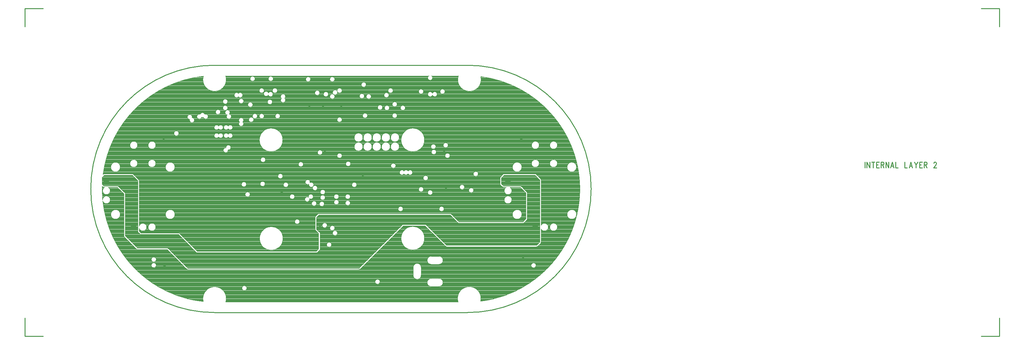
<source format=gbr>
*
*
G04 PADS 9.4.1 Build Number: 494907 generated Gerber (RS-274-X) file*
G04 PC Version=2.1*
*
%IN "JOG.pcb"*%
*
%MOIN*%
*
%FSLAX35Y35*%
*
*
*
*
G04 PC Standard Apertures*
*
*
G04 Thermal Relief Aperture macro.*
%AMTER*
1,1,$1,0,0*
1,0,$1-$2,0,0*
21,0,$3,$4,0,0,45*
21,0,$3,$4,0,0,135*
%
*
*
G04 Annular Aperture macro.*
%AMANN*
1,1,$1,0,0*
1,0,$2,0,0*
%
*
*
G04 Odd Aperture macro.*
%AMODD*
1,1,$1,0,0*
1,0,$1-0.005,0,0*
%
*
*
G04 PC Custom Aperture Macros*
*
*
*
*
*
*
G04 PC Aperture Table*
*
%ADD010C,0.001*%
%ADD011C,0.004*%
%ADD012C,0.01*%
%ADD033C,0.06*%
%ADD055C,0.02953*%
*
*
*
*
G04 PC Circuitry*
G04 Layer Name JOG.pcb - circuitry*
%LPD*%
*
*
G04 PC Custom Flashes*
G04 Layer Name JOG.pcb - flashes*
%LPD*%
*
*
G04 PC Circuitry*
G04 Layer Name JOG.pcb - circuitry*
%LPD*%
*
G54D10*
G54D11*
G01X1808160Y1533500D02*
G75*
G03X1808160I-2660J0D01*
G01X1801660Y1520748D02*
G03X1801660I-2660J0D01*
G01X1805160Y1539000D02*
G03X1805160I-2660J0D01*
G01X1796794Y1542000D02*
G03X1796794I-2660J0D01*
G01X2070656Y1554000D02*
G03X2070656I-5184J0D01*
G01Y1606000D02*
G03X2070656I-5184J0D01*
G01X2049656Y1540000D02*
G03X2049656I-4184J0D01*
G01Y1610000D02*
G03X2049656I-4184J0D01*
G01Y1630000D02*
G03X2049656I-4184J0D01*
G01X2026160Y1498000D02*
G03X2026160I-2660J0D01*
G01X1903700Y1527800D02*
G03X1903700I-12800J0D01*
G01X1854810Y1480020D02*
G03X1854810I-2660J0D01*
G01X1708660Y1473000D02*
G03X1708660I-2660J0D01*
G01X1609160Y1498110D02*
G03X1609160I-2660J0D01*
G01Y1504500D02*
G03X1609160I-2660J0D01*
G01X1569712Y1554000D02*
G03X1569712I-5184J0D01*
G01X2029656Y1610000D02*
G03X2029656I-4184J0D01*
G01Y1630000D02*
G03X2029656I-4184J0D01*
G01X2010656Y1554000D02*
G03X2010656I-5184J0D01*
G01X1999656Y1570000D02*
G03X1999656I-4184J0D01*
G01X2010656Y1606000D02*
G03X2010656I-5184J0D01*
G01X1957660Y1580500D02*
G03X1957660I-2660J0D01*
G01X1962660Y1598500D02*
G03X1962660I-2660J0D01*
G01X1947660Y1584000D02*
G03X1947660I-2660J0D01*
G01X1931660Y1618500D02*
G03X1931660I-2660J0D01*
G01X1925160Y1560000D02*
G03X1925160I-2660J0D01*
G01X1929660Y1630000D02*
G03X1929660I-2660J0D01*
G01X1926160Y1689000D02*
G03X1926160I-2660J0D01*
G01X1912660Y1578000D02*
G03X1912660I-2660J0D01*
G01X1916660Y1622500D02*
G03X1916660I-2660J0D01*
G01X1916160Y1628500D02*
G03X1916160I-2660J0D01*
G01X1902660Y1581500D02*
G03X1902660I-2660J0D01*
G01X1907660Y1594000D02*
G03X1907660I-2660J0D01*
G01X1880160Y1560000D02*
G03X1880160I-2660J0D01*
G01X1903700Y1635800D02*
G03X1903700I-12800J0D01*
G01X1902660Y1689000D02*
G03X1902660I-2660J0D01*
G01X1882660Y1671000D02*
G03X1882660I-2660J0D01*
G01X1872160Y1607500D02*
G03X1872160I-2660J0D01*
G01X1876066Y1628465D02*
G03X1876066I-4727J0D01*
G01Y1638465D02*
G03X1876066I-4727J0D01*
G01X1873660Y1662520D02*
G03X1873660I-2660J0D01*
G01Y1675020D02*
G03X1873660I-2660J0D01*
G01X1866066Y1628465D02*
G03X1866066I-4727J0D01*
G01Y1638465D02*
G03X1866066I-4727J0D01*
G01X1865160Y1671000D02*
G03X1865160I-2660J0D01*
G01X1864660Y1685000D02*
G03X1864660I-2660J0D01*
G01X1869160Y1690000D02*
G03X1869160I-2660J0D01*
G01X1856066Y1628465D02*
G03X1856066I-4727J0D01*
G01Y1638465D02*
G03X1856066I-4727J0D01*
G01X1857660Y1671500D02*
G03X1857660I-2660J0D01*
G01X1846066Y1628465D02*
G03X1846066I-4727J0D01*
G01Y1638465D02*
G03X1846066I-4727J0D01*
G01X1829314Y1586500D02*
G03X1829314I-2660J0D01*
G01X1836066Y1628465D02*
G03X1836066I-4727J0D01*
G01Y1638465D02*
G03X1836066I-4727J0D01*
G01X1841160Y1662520D02*
G03X1841160I-2660J0D01*
G01X1845160Y1683500D02*
G03X1845160I-2660J0D01*
G01X1837660Y1684000D02*
G03X1837660I-2660J0D01*
G01X1839660Y1696500D02*
G03X1839660I-2660J0D01*
G01X1822160Y1566500D02*
G03X1822160I-2660J0D01*
G01Y1573500D02*
G03X1822160I-2660J0D01*
G01X1822660Y1609500D02*
G03X1822660I-2660J0D01*
G01X1809660Y1567402D02*
G03X1809660I-2660J0D01*
G01Y1573500D02*
G03X1809660I-2660J0D01*
G01X1813160Y1618500D02*
G03X1813160I-2660J0D01*
G01Y1658000D02*
G03X1813160I-2660J0D01*
G01X1805160Y1683500D02*
G03X1805160I-2660J0D01*
G01X1808160Y1688000D02*
G03X1808160I-2660J0D01*
G01X1813160Y1690000D02*
G03X1813160I-2660J0D01*
G01X1805160Y1702500D02*
G03X1805160I-2660J0D01*
G01X1793660Y1565500D02*
G03X1793660I-2660J0D01*
G01X1794660Y1572500D02*
G03X1794660I-2660J0D01*
G01Y1578500D02*
G03X1794660I-2660J0D01*
G01X1798160Y1686000D02*
G03X1798160I-2660J0D01*
G01X1791660Y1622000D02*
G03X1791660I-2660J0D01*
G01X1785160Y1566000D02*
G03X1785160I-2660J0D01*
G01X1788625Y1687500D02*
G03X1788625I-2660J0D01*
G01X1778660Y1702500D02*
G03X1778660I-2660J0D01*
G01X1766660Y1546000D02*
G03X1766660I-2660J0D01*
G01X1770660Y1609000D02*
G03X1770660I-2660J0D01*
G01X1761160Y1573500D02*
G03X1761160I-2660J0D01*
G01X1754160Y1586500D02*
G03X1754160I-2660J0D01*
G01X1748300Y1527600D02*
G03X1748300I-12800J0D01*
G01X1748160Y1596000D02*
G03X1748160I-2660J0D01*
G01X1728660Y1587500D02*
G03X1728660I-2660J0D01*
G01X1729160Y1614000D02*
G03X1729160I-2660J0D01*
G01X1748100Y1635800D02*
G03X1748100I-12800J0D01*
G01X1745160Y1662000D02*
G03X1745160I-2660J0D01*
G01X1736660Y1677500D02*
G03X1736660I-2660J0D01*
G01X1727660Y1662000D02*
G03X1727660I-2660J0D01*
G01X1742160Y1690000D02*
G03X1742160I-2660J0D01*
G01X1737660Y1703000D02*
G03X1737660I-2660J0D01*
G01X1727601Y1690000D02*
G03X1727601I-2660J0D01*
G01X1712160Y1576000D02*
G03X1712160I-2660J0D01*
G01X1716160Y1658000D02*
G03X1716160I-2660J0D01*
G01X1720160Y1662000D02*
G03X1720160I-2660J0D01*
G01X1715160Y1674500D02*
G03X1715160I-2660J0D01*
G01X1717660Y1703000D02*
G03X1717660I-2660J0D01*
G01X1708160Y1587000D02*
G03X1708160I-2660J0D01*
G01X1705160Y1678500D02*
G03X1705160I-2660J0D01*
G01X1687660Y1671000D02*
G03X1687660I-2660J0D01*
G01Y1678000D02*
G03X1687660I-2660J0D01*
G01X1679660Y1666500D02*
G03X1679660I-2660J0D01*
G01X1629712Y1554000D02*
G03X1629712I-5184J0D01*
G01Y1606000D02*
G03X1629712I-5184J0D01*
G01X1633920Y1643000D02*
G03X1633920I-2660J0D01*
G01X1608712Y1540000D02*
G03X1608712I-4184J0D01*
G01Y1610000D02*
G03X1608712I-4184J0D01*
G01Y1630000D02*
G03X1608712I-4184J0D01*
G01X1588712Y1610000D02*
G03X1588712I-4184J0D01*
G01Y1630000D02*
G03X1588712I-4184J0D01*
G01X1569712Y1606000D02*
G03X1569712I-5184J0D01*
G01X2030402Y1523481D02*
Y1591917D01*
X2025218Y1597101*
X1991083*
X1988050Y1594068*
Y1587583*
X1990508Y1585125*
X2009583*
X2016412Y1578295*
Y1548417*
X2012439Y1544444*
X1940917*
X1931989Y1553372*
X1787583*
X1785164Y1550953*
Y1537583*
X1788932Y1533815*
Y1515417*
X1785699Y1512184*
X1653417*
X1633609Y1531992*
X1591917*
X1589146Y1534763*
Y1590917*
X1583090Y1596973*
X1551919*
X1549700Y1594754*
Y1587083*
X1551583Y1585200*
X1567083*
X1574950Y1577333*
Y1530583*
X1588458Y1517075*
X1621583*
X1643770Y1494887*
X1643770D02*
X1831917D01*
X1831917D02*
X1832515Y1495485D01*
X1879823Y1542794*
X1905083*
X1927880Y1519997*
X2026917*
X2030402Y1523481*
X1965296Y1458510D02*
G03X1965448Y1705471I-15444J123490D01*
G01X1941009Y1706300D02*
G03X1965448Y1705471I12091J-4200D01*
G01X1941009Y1706300D02*
X1911337D01*
X1908663D02*
G03X1911337I1337J-2300D01*
G01X1908663D02*
X1685391D01*
X1661068Y1705870D02*
G03X1685391Y1706300I12232J-3770D01*
G01X1661068Y1705870D02*
G03X1550760Y1597771I13268J-123870D01*
G01X1550941Y1597952*
X1551919Y1598357D02*
G03X1550941Y1597952I0J-1384D01*
G01X1551919Y1598357D02*
X1583090D01*
X1584069Y1597952D02*
G03X1583090Y1598357I-979J-979D01*
G01X1584069Y1597952D02*
X1590125Y1591896D01*
X1590530Y1590917D02*
G03X1590125Y1591896I-1384J0D01*
G01X1590530Y1590917D02*
Y1541235D01*
Y1538765D02*
G03Y1541235I3998J1235D01*
G01Y1538765D02*
Y1535336D01*
X1592490Y1533376*
X1633609*
X1634588Y1532971D02*
G03X1633609Y1533376I-979J-979D01*
G01X1634588Y1532971D02*
X1653990Y1513568D01*
X1785126*
X1787548Y1515990*
Y1533242*
X1784185Y1536604*
X1783780Y1537583D02*
G03X1784185Y1536604I1384J-0D01*
G01X1783780Y1537583D02*
Y1550953D01*
X1784185Y1551932D02*
G03X1783780Y1550953I979J-979D01*
G01X1784185Y1551932D02*
X1786604Y1554351D01*
X1787583Y1554756D02*
G03X1786604Y1554351I-0J-1384D01*
G01X1787583Y1554756D02*
X1931989D01*
X1932968Y1554351D02*
G03X1931989Y1554756I-979J-979D01*
G01X1932968Y1554351D02*
X1941490Y1545828D01*
X2011866*
X2015028Y1548990*
Y1577722*
X2009010Y1583741*
X1997347*
X1993598D02*
G03X1997347I1874J-3741D01*
G01X1993598D02*
X1990508D01*
X1989529Y1584146D02*
G03X1990508Y1583741I979J979D01*
G01X1989529Y1584146D02*
X1987071Y1586604D01*
X1986666Y1587583D02*
G03X1987071Y1586604I1384J-0D01*
G01X1986666Y1587583D02*
Y1594068D01*
X1987071Y1595046D02*
G03X1986666Y1594068I979J-978D01*
G01X1987071Y1595046D02*
X1990104Y1598079D01*
X1991083Y1598485D02*
G03X1990104Y1598079I-0J-1384D01*
G01X1991083Y1598485D02*
X2025218D01*
X2026197Y1598079D02*
G03X2025218Y1598485I-979J-978D01*
G01X2026197Y1598079D02*
X2031380Y1592896D01*
X2031786Y1591917D02*
G03X2031380Y1592896I-1384J0D01*
G01X2031786Y1591917D02*
Y1541978D01*
Y1538022D02*
G03Y1541978I3686J1978D01*
G01Y1538022D02*
Y1523481D01*
X2031380Y1522503D02*
G03X2031786Y1523481I-978J978D01*
G01X2031380Y1522503D02*
X2027896Y1519018D01*
X2026917Y1518613D02*
G03X2027896Y1519018I0J1384D01*
G01X2026917Y1518613D02*
X1927880D01*
X1926901Y1519018D02*
G03X1927880Y1518613I979J979D01*
G01X1926901Y1519018D02*
X1904510Y1541410D01*
X1880397*
X1833493Y1494507*
X1832896Y1493909*
X1831917Y1493503D02*
G03X1832896Y1493909I0J1384D01*
G01X1831917Y1493503D02*
X1643770D01*
X1642792Y1493909D02*
G03X1643770Y1493503I978J978D01*
G01X1642792Y1493909D02*
X1621010Y1515691D01*
X1588458*
X1587479Y1516096D02*
G03X1588458Y1515691I979J979D01*
G01X1587479Y1516096D02*
X1573971Y1529604D01*
X1573566Y1530583D02*
G03X1573971Y1529604I1384J-0D01*
G01X1573566Y1530583D02*
Y1576760D01*
X1566510Y1583816*
X1556243*
X1552812D02*
G03X1556243I1716J-3816D01*
G01X1552812D02*
X1551583D01*
X1550604Y1584221D02*
G03X1551583Y1583816I979J979D01*
G01X1550604Y1584221D02*
X1549794Y1585031D01*
G03X1550344Y1569922I124542J-3031*
G01X1550412Y1569246D02*
G03X1550344Y1569922I4116J754D01*
G01X1550412Y1569246D02*
G03X1660977Y1458140I123924J12754D01*
G01X1685491Y1457700D02*
G03X1660977Y1458140I-12191J3900D01*
G01X1685491Y1457700D02*
X1940741D01*
X1965296Y1458510D02*
G03X1940741Y1457700I-12396J3190D01*
G01X1808160Y1533500D02*
G03X1808160I-2660J0D01*
G01X1801660Y1520748D02*
G03X1801660I-2660J0D01*
G01X1805160Y1539000D02*
G03X1805160I-2660J0D01*
G01X1796794Y1542000D02*
G03X1796794I-2660J0D01*
G01X2070656Y1554000D02*
G03X2070656I-5184J0D01*
G01Y1606000D02*
G03X2070656I-5184J0D01*
G01X2049656Y1540000D02*
G03X2049656I-4184J0D01*
G01Y1610000D02*
G03X2049656I-4184J0D01*
G01Y1630000D02*
G03X2049656I-4184J0D01*
G01X2026160Y1498000D02*
G03X2026160I-2660J0D01*
G01X1919724Y1474879D02*
G03Y1483546I0J4334D01*
G01Y1474879D02*
X1911063D01*
Y1483546D02*
G03Y1474879I-0J-4333D01*
G01Y1483546D02*
X1919724D01*
Y1499288D02*
G03Y1507956I0J4334D01*
G01Y1499288D02*
X1911063D01*
Y1507956D02*
G03Y1499288I-0J-4334D01*
G01Y1507956D02*
X1919724D01*
X1900042Y1495748D02*
Y1487087D01*
X1891375D02*
G03X1900042I4334J-0D01*
G01X1891375D02*
Y1495748D01*
X1900042D02*
G03X1891375I-4333J0D01*
G01X1903700Y1527800D02*
G03X1903700I-12800J0D01*
G01X1854810Y1480020D02*
G03X1854810I-2660J0D01*
G01X1708660Y1473000D02*
G03X1708660I-2660J0D01*
G01X1609160Y1498110D02*
G03X1609160I-2660J0D01*
G01Y1504500D02*
G03X1609160I-2660J0D01*
G01X1569712Y1554000D02*
G03X1569712I-5184J0D01*
G01X2029656Y1610000D02*
G03X2029656I-4184J0D01*
G01Y1630000D02*
G03X2029656I-4184J0D01*
G01X2010656Y1554000D02*
G03X2010656I-5184J0D01*
G01X1999656Y1570000D02*
G03X1999656I-4184J0D01*
G01X2010656Y1606000D02*
G03X2010656I-5184J0D01*
G01X1957660Y1580500D02*
G03X1957660I-2660J0D01*
G01X1962660Y1598500D02*
G03X1962660I-2660J0D01*
G01X1947660Y1584000D02*
G03X1947660I-2660J0D01*
G01X1931660Y1618500D02*
G03X1931660I-2660J0D01*
G01X1925160Y1560000D02*
G03X1925160I-2660J0D01*
G01X1929660Y1630000D02*
G03X1929660I-2660J0D01*
G01X1926160Y1689000D02*
G03X1926160I-2660J0D01*
G01X1912660Y1578000D02*
G03X1912660I-2660J0D01*
G01X1916660Y1622500D02*
G03X1916660I-2660J0D01*
G01X1916160Y1628500D02*
G03X1916160I-2660J0D01*
G01X1902660Y1581500D02*
G03X1902660I-2660J0D01*
G01X1907660Y1594000D02*
G03X1907660I-2660J0D01*
G01X1912510Y1685064D02*
G03Y1686936I2490J936D01*
Y1685064I-2490J-936*
G01X1880160Y1560000D02*
G03X1880160I-2660J0D01*
G01X1885750Y1598580D02*
G03Y1601420I2250J1420D01*
G01X1881250Y1598580D02*
G03X1885750I2250J1420D01*
G01X1881250Y1601420D02*
G03Y1598580I-2250J-1420D01*
G01X1885750Y1601420D02*
G03X1881250I-2250J-1420D01*
G01X1903700Y1635800D02*
G03X1903700I-12800J0D01*
G01X1902660Y1689000D02*
G03X1902660I-2660J0D01*
G01X1882660Y1671000D02*
G03X1882660I-2660J0D01*
G01X1872160Y1607500D02*
G03X1872160I-2660J0D01*
G01X1876066Y1628465D02*
G03X1876066I-4727J0D01*
G01Y1638465D02*
G03X1876066I-4727J0D01*
G01X1873660Y1662520D02*
G03X1873660I-2660J0D01*
G01Y1675020D02*
G03X1873660I-2660J0D01*
G01X1866066Y1628465D02*
G03X1866066I-4727J0D01*
G01Y1638465D02*
G03X1866066I-4727J0D01*
G01X1865160Y1671000D02*
G03X1865160I-2660J0D01*
G01X1864660Y1685000D02*
G03X1864660I-2660J0D01*
G01X1869160Y1690000D02*
G03X1869160I-2660J0D01*
G01X1856066Y1628465D02*
G03X1856066I-4727J0D01*
G01Y1638465D02*
G03X1856066I-4727J0D01*
G01X1857660Y1671500D02*
G03X1857660I-2660J0D01*
G01X1846066Y1628465D02*
G03X1846066I-4727J0D01*
G01Y1638465D02*
G03X1846066I-4727J0D01*
G01X1829314Y1586500D02*
G03X1829314I-2660J0D01*
G01X1836066Y1628465D02*
G03X1836066I-4727J0D01*
G01Y1638465D02*
G03X1836066I-4727J0D01*
G01X1841160Y1662520D02*
G03X1841160I-2660J0D01*
G01X1845160Y1683500D02*
G03X1845160I-2660J0D01*
G01X1837660Y1684000D02*
G03X1837660I-2660J0D01*
G01X1839660Y1696500D02*
G03X1839660I-2660J0D01*
G01X1822160Y1566500D02*
G03X1822160I-2660J0D01*
G01Y1573500D02*
G03X1822160I-2660J0D01*
G01X1822660Y1609500D02*
G03X1822660I-2660J0D01*
G01X1809660Y1567402D02*
G03X1809660I-2660J0D01*
G01Y1573500D02*
G03X1809660I-2660J0D01*
G01X1813160Y1618500D02*
G03X1813160I-2660J0D01*
G01Y1658000D02*
G03X1813160I-2660J0D01*
G01X1805160Y1683500D02*
G03X1805160I-2660J0D01*
G01X1808160Y1688000D02*
G03X1808160I-2660J0D01*
G01X1813160Y1690000D02*
G03X1813160I-2660J0D01*
G01X1805160Y1702500D02*
G03X1805160I-2660J0D01*
G01X1793660Y1565500D02*
G03X1793660I-2660J0D01*
G01X1794660Y1572500D02*
G03X1794660I-2660J0D01*
G01Y1578500D02*
G03X1794660I-2660J0D01*
G01X1798160Y1686000D02*
G03X1798160I-2660J0D01*
G01X1791660Y1622000D02*
G03X1791660I-2660J0D01*
G01X1785160Y1566000D02*
G03X1785160I-2660J0D01*
G01X1777546Y1571272D02*
G03X1776454Y1572728I1454J2228D01*
X1777546Y1571272I-1454J-2228*
G01X1781419Y1584657D02*
G03X1781581Y1584843I2081J-1657D01*
G01X1776954Y1587272D02*
G03X1781419Y1584657I2546J-772D01*
G01X1778046Y1588728D02*
G03X1776954Y1587272I-2546J772D01*
G01X1781581Y1584843D02*
G03X1778046Y1588728I-2081J1657D01*
G01X1788625Y1687500D02*
G03X1788625I-2660J0D01*
G01X1778660Y1702500D02*
G03X1778660I-2660J0D01*
G01X1766660Y1546000D02*
G03X1766660I-2660J0D01*
G01X1770660Y1609000D02*
G03X1770660I-2660J0D01*
G01X1761160Y1573500D02*
G03X1761160I-2660J0D01*
G01X1754160Y1586500D02*
G03X1754160I-2660J0D01*
G01X1748300Y1527600D02*
G03X1748300I-12800J0D01*
G01X1748160Y1596000D02*
G03X1748160I-2660J0D01*
G01X1728660Y1587500D02*
G03X1728660I-2660J0D01*
G01X1729160Y1614000D02*
G03X1729160I-2660J0D01*
G01X1748100Y1635800D02*
G03X1748100I-12800J0D01*
G01X1750254Y1681500D02*
G03X1746746I-1754J2000D01*
X1750254I1754J-2000*
G01X1745160Y1662000D02*
G03X1745160I-2660J0D01*
G01X1736660Y1677500D02*
G03X1736660I-2660J0D01*
G01X1727660Y1662000D02*
G03X1727660I-2660J0D01*
G01X1732224Y1685275D02*
G03X1732422Y1687225I2559J725D01*
X1732224Y1685275I-2560J-725*
G01X1742160Y1690000D02*
G03X1742160I-2660J0D01*
G01X1737660Y1703000D02*
G03X1737660I-2660J0D01*
G01X1727601Y1690000D02*
G03X1727601I-2660J0D01*
G01X1712160Y1576000D02*
G03X1712160I-2660J0D01*
G01X1716160Y1658000D02*
G03X1716160I-2660J0D01*
G01X1720160Y1662000D02*
G03X1720160I-2660J0D01*
G01X1715160Y1674500D02*
G03X1715160I-2660J0D01*
G01X1717660Y1703000D02*
G03X1717660I-2660J0D01*
G01X1708160Y1587000D02*
G03X1708160I-2660J0D01*
G01X1704254Y1655500D02*
G03X1700746I-1754J2000D01*
X1704254I1754J-2000*
G01X1705160Y1678500D02*
G03X1705160I-2660J0D01*
G01X1699500Y1683246D02*
G03Y1686754I2000J1754D01*
Y1683246I-2000J-1754*
G01X1688135Y1624865D02*
G03X1685865Y1627135I365J2635D01*
X1688135Y1624865I-365J-2635*
G01X1688250Y1639080D02*
G03Y1641920I2250J1420D01*
Y1639080I-2250J-1420*
G01Y1648080D02*
G03Y1650920I2250J1420D01*
Y1648080I-2250J-1420*
G01X1687107Y1663369D02*
G03X1689393Y1664131I1893J-1869D01*
X1687107Y1663369I-1893J1869*
G01X1677750Y1639080D02*
G03Y1641920I2250J1420D01*
Y1639080I-2250J-1420*
G01Y1648080D02*
G03Y1650920I2250J1420D01*
Y1648080I-2250J-1420*
G01X1687660Y1671000D02*
G03X1687660I-2660J0D01*
G01Y1678000D02*
G03X1687660I-2660J0D01*
G01X1679660Y1666500D02*
G03X1679660I-2660J0D01*
G01X1661018Y1660542D02*
G03X1662482Y1663958I2482J958D01*
G01X1658982Y1660542D02*
G03X1661018I1018J2458D01*
G01X1657518Y1663958D02*
G03X1658982Y1660542I-1018J-2458D01*
G01X1662482Y1663958D02*
G03X1657518I-2482J-958D01*
G01X1645976Y1658340D02*
G03X1648524Y1660160I2524J-840D01*
X1645976Y1658340I-2524J840*
G01X1629712Y1554000D02*
G03X1629712I-5184J0D01*
G01Y1606000D02*
G03X1629712I-5184J0D01*
G01X1633920Y1643000D02*
G03X1633920I-2660J0D01*
G01X1608712Y1540000D02*
G03X1608712I-4184J0D01*
G01Y1610000D02*
G03X1608712I-4184J0D01*
G01Y1630000D02*
G03X1608712I-4184J0D01*
G01X1588712Y1610000D02*
G03X1588712I-4184J0D01*
G01Y1630000D02*
G03X1588712I-4184J0D01*
G01X1569712Y1606000D02*
G03X1569712I-5184J0D01*
G01X1988050Y1591726D02*
X2030402D01*
X1988050Y1591366D02*
X2030402D01*
X1988050Y1591006D02*
X2030402D01*
X1988050Y1590646D02*
X2030402D01*
X1988050Y1590286D02*
X2030402D01*
X1988050Y1589926D02*
X2030402D01*
X1988050Y1589566D02*
X2030402D01*
X1988050Y1589206D02*
X2030402D01*
X1988050Y1588846D02*
X2030402D01*
X1988050Y1588486D02*
X2030402D01*
X1988050Y1588126D02*
X2030402D01*
X1988050Y1587766D02*
X2030402D01*
X1988226Y1587406D02*
X2030402D01*
X1988586Y1587046D02*
X2030402D01*
X1988946Y1586686D02*
X2030402D01*
X1989306Y1586326D02*
X2030402D01*
X1989666Y1585966D02*
X2030402D01*
X1990026Y1585606D02*
X2030402D01*
X1990386Y1585246D02*
X2030402D01*
X2009821Y1584886D02*
X2030402D01*
X2010181Y1584526D02*
X2030402D01*
X2010541Y1584166D02*
X2030402D01*
X2010901Y1583806D02*
X2030402D01*
X2011261Y1583446D02*
X2030402D01*
X2011621Y1583086D02*
X2030402D01*
X2011981Y1582726D02*
X2030402D01*
X2012341Y1582366D02*
X2030402D01*
X2012701Y1582006D02*
X2030402D01*
X2013061Y1581646D02*
X2030402D01*
X2013421Y1581286D02*
X2030402D01*
X2013781Y1580926D02*
X2030402D01*
X2014141Y1580566D02*
X2030402D01*
X2014501Y1580206D02*
X2030402D01*
X2014861Y1579846D02*
X2030402D01*
X2015221Y1579486D02*
X2030402D01*
X2015581Y1579126D02*
X2030402D01*
X2015941Y1578766D02*
X2030402D01*
X2016301Y1578406D02*
X2030402D01*
X2016412Y1578046D02*
X2030402D01*
X2016412Y1577686D02*
X2030402D01*
X2016412Y1577326D02*
X2030402D01*
X2016412Y1576966D02*
X2030402D01*
X2016412Y1576606D02*
X2030402D01*
X2016412Y1576246D02*
X2030402D01*
X2016412Y1575886D02*
X2030402D01*
X2016412Y1575526D02*
X2030402D01*
X2016412Y1575166D02*
X2030402D01*
X2016412Y1574806D02*
X2030402D01*
X2016412Y1574446D02*
X2030402D01*
X2016412Y1574086D02*
X2030402D01*
X2016412Y1573726D02*
X2030402D01*
X2016412Y1573366D02*
X2030402D01*
X2016412Y1573006D02*
X2030402D01*
X2016412Y1572646D02*
X2030402D01*
X2016412Y1572286D02*
X2030402D01*
X2016412Y1571926D02*
X2030402D01*
X2016412Y1571566D02*
X2030402D01*
X2016412Y1571206D02*
X2030402D01*
X2016412Y1570846D02*
X2030402D01*
X2016412Y1570486D02*
X2030402D01*
X2016412Y1570126D02*
X2030402D01*
X2016412Y1569766D02*
X2030402D01*
X2016412Y1569406D02*
X2030402D01*
X2016412Y1569046D02*
X2030402D01*
X2016412Y1568686D02*
X2030402D01*
X2016412Y1568326D02*
X2030402D01*
X2016412Y1567966D02*
X2030402D01*
X2016412Y1567606D02*
X2030402D01*
X2016412Y1567246D02*
X2030402D01*
X2016412Y1566886D02*
X2030402D01*
X2016412Y1566526D02*
X2030402D01*
X2016412Y1566166D02*
X2030402D01*
X2016412Y1565806D02*
X2030402D01*
X2016412Y1565446D02*
X2030402D01*
X2016412Y1565086D02*
X2030402D01*
X2016412Y1564726D02*
X2030402D01*
X2016412Y1564366D02*
X2030402D01*
X2016412Y1564006D02*
X2030402D01*
X2016412Y1563646D02*
X2030402D01*
X2016412Y1563286D02*
X2030402D01*
X2016412Y1562926D02*
X2030402D01*
X2016412Y1562566D02*
X2030402D01*
X2016412Y1562206D02*
X2030402D01*
X2016412Y1561846D02*
X2030402D01*
X2016412Y1561486D02*
X2030402D01*
X2016412Y1561126D02*
X2030402D01*
X2016412Y1560766D02*
X2030402D01*
X2016412Y1560406D02*
X2030402D01*
X2016412Y1560046D02*
X2030402D01*
X2016412Y1559686D02*
X2030402D01*
X2016412Y1559326D02*
X2030402D01*
X2016412Y1558966D02*
X2030402D01*
X2016412Y1558606D02*
X2030402D01*
X2016412Y1558246D02*
X2030402D01*
X2016412Y1557886D02*
X2030402D01*
X2016412Y1557526D02*
X2030402D01*
X2016412Y1557166D02*
X2030402D01*
X2016412Y1556806D02*
X2030402D01*
X2016412Y1556446D02*
X2030402D01*
X2016412Y1556086D02*
X2030402D01*
X2016412Y1555726D02*
X2030402D01*
X2016412Y1555366D02*
X2030402D01*
X2016412Y1555006D02*
X2030402D01*
X2016412Y1554646D02*
X2030402D01*
X2016412Y1554286D02*
X2030402D01*
X2016412Y1553926D02*
X2030402D01*
X2016412Y1553566D02*
X2030402D01*
X2016412Y1553206D02*
X2030402D01*
X2016412Y1552846D02*
X2030402D01*
X2016412Y1552486D02*
X2030402D01*
X2016412Y1552126D02*
X2030402D01*
X2016412Y1551766D02*
X2030402D01*
X2016412Y1551406D02*
X2030402D01*
X2016412Y1551046D02*
X2030402D01*
X2016412Y1550686D02*
X2030402D01*
X2016412Y1550326D02*
X2030402D01*
X2016412Y1549966D02*
X2030402D01*
X2016412Y1549606D02*
X2030402D01*
X2016412Y1549246D02*
X2030402D01*
X2016412Y1548886D02*
X2030402D01*
X2016412Y1548526D02*
X2030402D01*
X2016161Y1548166D02*
X2030402D01*
X2015801Y1547806D02*
X2030402D01*
X2015441Y1547446D02*
X2030402D01*
X2015081Y1547086D02*
X2030402D01*
X2014721Y1546726D02*
X2030402D01*
X2014361Y1546366D02*
X2030402D01*
X2014001Y1546006D02*
X2030402D01*
X2013641Y1545646D02*
X2030402D01*
X2013281Y1545286D02*
X2030402D01*
X2012921Y1544926D02*
X2030402D01*
X2012561Y1544566D02*
X2030402D01*
X1795621Y1544206D02*
X2030402D01*
X1796049Y1543846D02*
X2030402D01*
X1796340Y1543486D02*
X2030402D01*
X1796544Y1543126D02*
X2030402D01*
X1905110Y1542766D02*
X2030402D01*
X1905470Y1542406D02*
X2030402D01*
X1905830Y1542046D02*
X2030402D01*
X1906190Y1541686D02*
X2030402D01*
X1906550Y1541326D02*
X2030402D01*
X1906910Y1540966D02*
X2030402D01*
X1907270Y1540606D02*
X2030402D01*
X1907630Y1540246D02*
X2030402D01*
X1907990Y1539886D02*
X2030402D01*
X1908350Y1539526D02*
X2030402D01*
X1908710Y1539166D02*
X2030402D01*
X1909070Y1538806D02*
X2030402D01*
X1909430Y1538446D02*
X2030402D01*
X1909790Y1538086D02*
X2030402D01*
X1910150Y1537726D02*
X2030402D01*
X1910510Y1537366D02*
X2030402D01*
X1910870Y1537006D02*
X2030402D01*
X1911230Y1536646D02*
X2030402D01*
X1911590Y1536286D02*
X2030402D01*
X1911950Y1535926D02*
X2030402D01*
X1912310Y1535566D02*
X2030402D01*
X1912670Y1535206D02*
X2030402D01*
X1913030Y1534846D02*
X2030402D01*
X1913390Y1534486D02*
X2030402D01*
X1913750Y1534126D02*
X2030402D01*
X1914110Y1533766D02*
X2030402D01*
X1914470Y1533406D02*
X2030402D01*
X1914830Y1533046D02*
X2030402D01*
X1915190Y1532686D02*
X2030402D01*
X1915550Y1532326D02*
X2030402D01*
X1915910Y1531966D02*
X2030402D01*
X1916270Y1531606D02*
X2030402D01*
X1916630Y1531246D02*
X2030402D01*
X1916990Y1530886D02*
X2030402D01*
X1917350Y1530526D02*
X2030402D01*
X1917710Y1530166D02*
X2030402D01*
X1918070Y1529806D02*
X2030402D01*
X1918430Y1529446D02*
X2030402D01*
X1918790Y1529086D02*
X2030402D01*
X1919150Y1528726D02*
X2030402D01*
X1919510Y1528366D02*
X2030402D01*
X1919870Y1528006D02*
X2030402D01*
X1920230Y1527646D02*
X2030402D01*
X1920590Y1527286D02*
X2030402D01*
X1920950Y1526926D02*
X2030402D01*
X1921310Y1526566D02*
X2030402D01*
X1921670Y1526206D02*
X2030402D01*
X1922030Y1525846D02*
X2030402D01*
X1922390Y1525486D02*
X2030402D01*
X1922750Y1525126D02*
X2030402D01*
X1923110Y1524766D02*
X2030402D01*
X1923470Y1524406D02*
X2030402D01*
X1923830Y1524046D02*
X2030402D01*
X1924190Y1523686D02*
X2030402D01*
X1924550Y1523326D02*
X2030246D01*
X1988050Y1592086D02*
X2030233D01*
X1924910Y1522966D02*
X2029886D01*
X1988050Y1592446D02*
X2029873D01*
X1925270Y1522606D02*
X2029526D01*
X1988050Y1592806D02*
X2029513D01*
X1925630Y1522246D02*
X2029166D01*
X1988050Y1593166D02*
X2029153D01*
X1925990Y1521886D02*
X2028806D01*
X1988050Y1593526D02*
X2028793D01*
X1926350Y1521526D02*
X2028446D01*
X1988050Y1593886D02*
X2028433D01*
X1926710Y1521166D02*
X2028086D01*
X1988228Y1594246D02*
X2028073D01*
X1927070Y1520806D02*
X2027726D01*
X1988588Y1594606D02*
X2027713D01*
X1927430Y1520446D02*
X2027366D01*
X1988948Y1594966D02*
X2027353D01*
X1927790Y1520086D02*
X2027006D01*
X1989308Y1595326D02*
X2026993D01*
X1989668Y1595686D02*
X2026633D01*
X1990028Y1596046D02*
X2026273D01*
X1990388Y1596406D02*
X2025913D01*
X1990748Y1596766D02*
X2025553D01*
X1794836Y1544566D02*
X1940795D01*
X1785164Y1544926D02*
X1940435D01*
X1785164Y1545286D02*
X1940075D01*
X1785164Y1545646D02*
X1939715D01*
X1785164Y1546006D02*
X1939355D01*
X1785164Y1546366D02*
X1938995D01*
X1785164Y1546726D02*
X1938635D01*
X1785164Y1547086D02*
X1938275D01*
X1785164Y1547446D02*
X1937915D01*
X1785164Y1547806D02*
X1937555D01*
X1785164Y1548166D02*
X1937195D01*
X1785164Y1548526D02*
X1936835D01*
X1785164Y1548886D02*
X1936475D01*
X1785164Y1549246D02*
X1936115D01*
X1785164Y1549606D02*
X1935755D01*
X1785164Y1549966D02*
X1935395D01*
X1785164Y1550326D02*
X1935035D01*
X1785164Y1550686D02*
X1934675D01*
X1785257Y1551046D02*
X1934315D01*
X1785617Y1551406D02*
X1933955D01*
X1785977Y1551766D02*
X1933595D01*
X1786337Y1552126D02*
X1933235D01*
X1786697Y1552486D02*
X1932875D01*
X1787057Y1552846D02*
X1932515D01*
X1787417Y1553206D02*
X1932155D01*
X1796682Y1542766D02*
X1879796D01*
X1796763Y1542406D02*
X1879436D01*
X1796794Y1542046D02*
X1879076D01*
X1796776Y1541686D02*
X1878716D01*
X1803791Y1541326D02*
X1878356D01*
X1804292Y1540966D02*
X1877996D01*
X1804621Y1540606D02*
X1877636D01*
X1804850Y1540246D02*
X1877276D01*
X1805008Y1539886D02*
X1876916D01*
X1805108Y1539526D02*
X1876556D01*
X1805155Y1539166D02*
X1876196D01*
X1805153Y1538806D02*
X1875836D01*
X1805102Y1538446D02*
X1875476D01*
X1804999Y1538086D02*
X1875116D01*
X1804836Y1537726D02*
X1874756D01*
X1804600Y1537366D02*
X1874396D01*
X1804261Y1537006D02*
X1874036D01*
X1803740Y1536646D02*
X1873676D01*
X1786461Y1536286D02*
X1873316D01*
X1806591Y1535926D02*
X1872956D01*
X1807176Y1535566D02*
X1872596D01*
X1807541Y1535206D02*
X1872236D01*
X1807795Y1534846D02*
X1871876D01*
X1807971Y1534486D02*
X1871516D01*
X1808086Y1534126D02*
X1871156D01*
X1808147Y1533766D02*
X1870796D01*
X1808159Y1533406D02*
X1870436D01*
X1808121Y1533046D02*
X1870076D01*
X1808033Y1532686D02*
X1869716D01*
X1807887Y1532326D02*
X1869356D01*
X1807674Y1531966D02*
X1868996D01*
X1807368Y1531606D02*
X1868636D01*
X1806914Y1531246D02*
X1868276D01*
X1805996Y1530886D02*
X1867916D01*
X1788932Y1530526D02*
X1867556D01*
X1788932Y1530166D02*
X1867196D01*
X1788932Y1529806D02*
X1866836D01*
X1788932Y1529446D02*
X1866476D01*
X1788932Y1529086D02*
X1866116D01*
X1788932Y1528726D02*
X1865756D01*
X1788932Y1528366D02*
X1865396D01*
X1788932Y1528006D02*
X1865036D01*
X1788932Y1527646D02*
X1864676D01*
X1788932Y1527286D02*
X1864316D01*
X1788932Y1526926D02*
X1863956D01*
X1788932Y1526566D02*
X1863596D01*
X1788932Y1526206D02*
X1863236D01*
X1788932Y1525846D02*
X1862876D01*
X1788932Y1525486D02*
X1862516D01*
X1788932Y1525126D02*
X1862156D01*
X1788932Y1524766D02*
X1861796D01*
X1788932Y1524406D02*
X1861436D01*
X1788932Y1524046D02*
X1861076D01*
X1788932Y1523686D02*
X1860716D01*
X1799656Y1523326D02*
X1860356D01*
X1800469Y1522966D02*
X1859996D01*
X1800904Y1522606D02*
X1859636D01*
X1801198Y1522246D02*
X1859276D01*
X1801405Y1521886D02*
X1858916D01*
X1801544Y1521526D02*
X1858556D01*
X1801627Y1521166D02*
X1858196D01*
X1801660Y1520806D02*
X1857836D01*
X1801643Y1520446D02*
X1857476D01*
X1801577Y1520086D02*
X1857116D01*
X1801456Y1519726D02*
X1856756D01*
X1801273Y1519366D02*
X1856396D01*
X1801011Y1519006D02*
X1856036D01*
X1800631Y1518646D02*
X1855676D01*
X1800008Y1518286D02*
X1855316D01*
X1788932Y1517926D02*
X1854956D01*
X1788932Y1517566D02*
X1854596D01*
X1788932Y1517206D02*
X1854236D01*
X1788932Y1516846D02*
X1853876D01*
X1788932Y1516486D02*
X1853516D01*
X1788932Y1516126D02*
X1853156D01*
X1788932Y1515766D02*
X1852796D01*
X1788921Y1515406D02*
X1852436D01*
X1788561Y1515046D02*
X1852076D01*
X1788201Y1514686D02*
X1851716D01*
X1787841Y1514326D02*
X1851356D01*
X1787481Y1513966D02*
X1850996D01*
X1787121Y1513606D02*
X1850636D01*
X1786761Y1513246D02*
X1850276D01*
X1786401Y1512886D02*
X1849916D01*
X1786041Y1512526D02*
X1849556D01*
X1626492Y1512166D02*
X1849196D01*
X1626852Y1511806D02*
X1848836D01*
X1627212Y1511446D02*
X1848476D01*
X1627572Y1511086D02*
X1848116D01*
X1627932Y1510726D02*
X1847756D01*
X1628292Y1510366D02*
X1847396D01*
X1628652Y1510006D02*
X1847036D01*
X1629012Y1509646D02*
X1846676D01*
X1629372Y1509286D02*
X1846316D01*
X1629732Y1508926D02*
X1845956D01*
X1630092Y1508566D02*
X1845596D01*
X1630452Y1508206D02*
X1845236D01*
X1630812Y1507846D02*
X1844876D01*
X1631172Y1507486D02*
X1844516D01*
X1631532Y1507126D02*
X1844156D01*
X1631892Y1506766D02*
X1843796D01*
X1632252Y1506406D02*
X1843436D01*
X1632612Y1506046D02*
X1843076D01*
X1632972Y1505686D02*
X1842716D01*
X1633332Y1505326D02*
X1842356D01*
X1633692Y1504966D02*
X1841996D01*
X1634052Y1504606D02*
X1841636D01*
X1634412Y1504246D02*
X1841276D01*
X1634772Y1503886D02*
X1840916D01*
X1635132Y1503526D02*
X1840556D01*
X1635492Y1503166D02*
X1840196D01*
X1635852Y1502806D02*
X1839836D01*
X1636212Y1502446D02*
X1839476D01*
X1636572Y1502086D02*
X1839116D01*
X1636932Y1501726D02*
X1838756D01*
X1637292Y1501366D02*
X1838396D01*
X1637652Y1501006D02*
X1838036D01*
X1638012Y1500646D02*
X1837676D01*
X1638372Y1500286D02*
X1837316D01*
X1638732Y1499926D02*
X1836956D01*
X1639092Y1499566D02*
X1836596D01*
X1639452Y1499206D02*
X1836236D01*
X1639812Y1498846D02*
X1835876D01*
X1640172Y1498486D02*
X1835516D01*
X1640532Y1498126D02*
X1835156D01*
X1640892Y1497766D02*
X1834796D01*
X1641252Y1497406D02*
X1834436D01*
X1641612Y1497046D02*
X1834076D01*
X1641972Y1496686D02*
X1833716D01*
X1642332Y1496326D02*
X1833356D01*
X1642692Y1495966D02*
X1832996D01*
X1643052Y1495606D02*
X1832636D01*
X1643412Y1495246D02*
X1832276D01*
X1788932Y1530886D02*
X1805004D01*
X1786821Y1535926D02*
X1804409D01*
X1788932Y1531246D02*
X1804086D01*
X1787181Y1535566D02*
X1803824D01*
X1788932Y1531606D02*
X1803632D01*
X1787541Y1535206D02*
X1803459D01*
X1788932Y1531966D02*
X1803326D01*
X1787901Y1534846D02*
X1803205D01*
X1788932Y1532326D02*
X1803113D01*
X1788261Y1534486D02*
X1803029D01*
X1788932Y1532686D02*
X1802967D01*
X1788621Y1534126D02*
X1802914D01*
X1788932Y1533046D02*
X1802879D01*
X1788932Y1533766D02*
X1802853D01*
X1788932Y1533406D02*
X1802841D01*
X1786101Y1536646D02*
X1801260D01*
X1796708Y1541326D02*
X1801209D01*
X1785741Y1537006D02*
X1800739D01*
X1796585Y1540966D02*
X1800708D01*
X1785381Y1537366D02*
X1800400D01*
X1796400Y1540606D02*
X1800379D01*
X1785164Y1537726D02*
X1800164D01*
X1796134Y1540246D02*
X1800150D01*
X1785164Y1538086D02*
X1800001D01*
X1795749Y1539886D02*
X1799992D01*
X1785164Y1538446D02*
X1799898D01*
X1795113Y1539526D02*
X1799892D01*
X1785164Y1538806D02*
X1799847D01*
X1785164Y1539166D02*
X1799845D01*
X1788932Y1523326D02*
X1798344D01*
X1788932Y1518286D02*
X1797992D01*
X1788932Y1522966D02*
X1797531D01*
X1788932Y1518646D02*
X1797369D01*
X1788932Y1522606D02*
X1797096D01*
X1788932Y1519006D02*
X1796989D01*
X1788932Y1522246D02*
X1796802D01*
X1788932Y1519366D02*
X1796727D01*
X1788932Y1521886D02*
X1796595D01*
X1788932Y1519726D02*
X1796544D01*
X1788932Y1521526D02*
X1796456D01*
X1788932Y1520086D02*
X1796423D01*
X1788932Y1521166D02*
X1796373D01*
X1788932Y1520446D02*
X1796357D01*
X1788932Y1520806D02*
X1796340D01*
X1785164Y1544566D02*
X1793432D01*
X1785164Y1539526D02*
X1793155D01*
X1785164Y1544206D02*
X1792647D01*
X1785164Y1539886D02*
X1792518D01*
X1785164Y1543846D02*
X1792218D01*
X1785164Y1540246D02*
X1792133D01*
X1785164Y1543486D02*
X1791927D01*
X1785164Y1540606D02*
X1791868D01*
X1785164Y1543126D02*
X1791724D01*
X1785164Y1540966D02*
X1791683D01*
X1785164Y1542766D02*
X1791586D01*
X1785164Y1541326D02*
X1791560D01*
X1785164Y1542406D02*
X1791505D01*
X1785164Y1541686D02*
X1791492D01*
X1785164Y1542046D02*
X1791474D01*
X1626132Y1512526D02*
X1653075D01*
X1625772Y1512886D02*
X1652715D01*
X1625412Y1513246D02*
X1652355D01*
X1625052Y1513606D02*
X1651995D01*
X1624692Y1513966D02*
X1651635D01*
X1624332Y1514326D02*
X1651275D01*
X1623972Y1514686D02*
X1650915D01*
X1623612Y1515046D02*
X1650555D01*
X1623252Y1515406D02*
X1650195D01*
X1622892Y1515766D02*
X1649835D01*
X1622532Y1516126D02*
X1649475D01*
X1622172Y1516486D02*
X1649115D01*
X1621812Y1516846D02*
X1648755D01*
X1588327Y1517206D02*
X1648395D01*
X1587967Y1517566D02*
X1648035D01*
X1587607Y1517926D02*
X1647675D01*
X1587247Y1518286D02*
X1647315D01*
X1586887Y1518646D02*
X1646955D01*
X1586527Y1519006D02*
X1646595D01*
X1586167Y1519366D02*
X1646235D01*
X1585807Y1519726D02*
X1645875D01*
X1585447Y1520086D02*
X1645515D01*
X1585087Y1520446D02*
X1645155D01*
X1584727Y1520806D02*
X1644795D01*
X1584367Y1521166D02*
X1644435D01*
X1584007Y1521526D02*
X1644075D01*
X1583647Y1521886D02*
X1643715D01*
X1583287Y1522246D02*
X1643355D01*
X1582927Y1522606D02*
X1642995D01*
X1582567Y1522966D02*
X1642635D01*
X1582207Y1523326D02*
X1642275D01*
X1581847Y1523686D02*
X1641915D01*
X1581487Y1524046D02*
X1641555D01*
X1581127Y1524406D02*
X1641195D01*
X1580767Y1524766D02*
X1640835D01*
X1580407Y1525126D02*
X1640475D01*
X1580047Y1525486D02*
X1640115D01*
X1579687Y1525846D02*
X1639755D01*
X1579327Y1526206D02*
X1639395D01*
X1578967Y1526566D02*
X1639035D01*
X1578607Y1526926D02*
X1638675D01*
X1578247Y1527286D02*
X1638315D01*
X1577887Y1527646D02*
X1637955D01*
X1577527Y1528006D02*
X1637595D01*
X1577167Y1528366D02*
X1637235D01*
X1576807Y1528726D02*
X1636875D01*
X1576447Y1529086D02*
X1636515D01*
X1576087Y1529446D02*
X1636155D01*
X1575727Y1529806D02*
X1635795D01*
X1575367Y1530166D02*
X1635435D01*
X1575007Y1530526D02*
X1635075D01*
X1574950Y1530886D02*
X1634715D01*
X1574950Y1531246D02*
X1634355D01*
X1574950Y1531606D02*
X1633995D01*
X1574950Y1531966D02*
X1633635D01*
X1574950Y1532326D02*
X1591583D01*
X1574950Y1532686D02*
X1591223D01*
X1574950Y1533046D02*
X1590863D01*
X1574950Y1533406D02*
X1590503D01*
X1574950Y1533766D02*
X1590143D01*
X1574950Y1534126D02*
X1589783D01*
X1574950Y1534486D02*
X1589423D01*
X1549700Y1590646D02*
X1589146D01*
X1549700Y1590286D02*
X1589146D01*
X1549700Y1589926D02*
X1589146D01*
X1549700Y1589566D02*
X1589146D01*
X1549700Y1589206D02*
X1589146D01*
X1549700Y1588846D02*
X1589146D01*
X1549700Y1588486D02*
X1589146D01*
X1549700Y1588126D02*
X1589146D01*
X1549700Y1587766D02*
X1589146D01*
X1549700Y1587406D02*
X1589146D01*
X1549737Y1587046D02*
X1589146D01*
X1550097Y1586686D02*
X1589146D01*
X1550457Y1586326D02*
X1589146D01*
X1550817Y1585966D02*
X1589146D01*
X1551177Y1585606D02*
X1589146D01*
X1551537Y1585246D02*
X1589146D01*
X1567397Y1584886D02*
X1589146D01*
X1567757Y1584526D02*
X1589146D01*
X1568117Y1584166D02*
X1589146D01*
X1568477Y1583806D02*
X1589146D01*
X1568837Y1583446D02*
X1589146D01*
X1569197Y1583086D02*
X1589146D01*
X1569557Y1582726D02*
X1589146D01*
X1569917Y1582366D02*
X1589146D01*
X1570277Y1582006D02*
X1589146D01*
X1570637Y1581646D02*
X1589146D01*
X1570997Y1581286D02*
X1589146D01*
X1571357Y1580926D02*
X1589146D01*
X1571717Y1580566D02*
X1589146D01*
X1572077Y1580206D02*
X1589146D01*
X1572437Y1579846D02*
X1589146D01*
X1572797Y1579486D02*
X1589146D01*
X1573157Y1579126D02*
X1589146D01*
X1573517Y1578766D02*
X1589146D01*
X1573877Y1578406D02*
X1589146D01*
X1574237Y1578046D02*
X1589146D01*
X1574597Y1577686D02*
X1589146D01*
X1574950Y1577326D02*
X1589146D01*
X1574950Y1576966D02*
X1589146D01*
X1574950Y1576606D02*
X1589146D01*
X1574950Y1576246D02*
X1589146D01*
X1574950Y1575886D02*
X1589146D01*
X1574950Y1575526D02*
X1589146D01*
X1574950Y1575166D02*
X1589146D01*
X1574950Y1574806D02*
X1589146D01*
X1574950Y1574446D02*
X1589146D01*
X1574950Y1574086D02*
X1589146D01*
X1574950Y1573726D02*
X1589146D01*
X1574950Y1573366D02*
X1589146D01*
X1574950Y1573006D02*
X1589146D01*
X1574950Y1572646D02*
X1589146D01*
X1574950Y1572286D02*
X1589146D01*
X1574950Y1571926D02*
X1589146D01*
X1574950Y1571566D02*
X1589146D01*
X1574950Y1571206D02*
X1589146D01*
X1574950Y1570846D02*
X1589146D01*
X1574950Y1570486D02*
X1589146D01*
X1574950Y1570126D02*
X1589146D01*
X1574950Y1569766D02*
X1589146D01*
X1574950Y1569406D02*
X1589146D01*
X1574950Y1569046D02*
X1589146D01*
X1574950Y1568686D02*
X1589146D01*
X1574950Y1568326D02*
X1589146D01*
X1574950Y1567966D02*
X1589146D01*
X1574950Y1567606D02*
X1589146D01*
X1574950Y1567246D02*
X1589146D01*
X1574950Y1566886D02*
X1589146D01*
X1574950Y1566526D02*
X1589146D01*
X1574950Y1566166D02*
X1589146D01*
X1574950Y1565806D02*
X1589146D01*
X1574950Y1565446D02*
X1589146D01*
X1574950Y1565086D02*
X1589146D01*
X1574950Y1564726D02*
X1589146D01*
X1574950Y1564366D02*
X1589146D01*
X1574950Y1564006D02*
X1589146D01*
X1574950Y1563646D02*
X1589146D01*
X1574950Y1563286D02*
X1589146D01*
X1574950Y1562926D02*
X1589146D01*
X1574950Y1562566D02*
X1589146D01*
X1574950Y1562206D02*
X1589146D01*
X1574950Y1561846D02*
X1589146D01*
X1574950Y1561486D02*
X1589146D01*
X1574950Y1561126D02*
X1589146D01*
X1574950Y1560766D02*
X1589146D01*
X1574950Y1560406D02*
X1589146D01*
X1574950Y1560046D02*
X1589146D01*
X1574950Y1559686D02*
X1589146D01*
X1574950Y1559326D02*
X1589146D01*
X1574950Y1558966D02*
X1589146D01*
X1574950Y1558606D02*
X1589146D01*
X1574950Y1558246D02*
X1589146D01*
X1574950Y1557886D02*
X1589146D01*
X1574950Y1557526D02*
X1589146D01*
X1574950Y1557166D02*
X1589146D01*
X1574950Y1556806D02*
X1589146D01*
X1574950Y1556446D02*
X1589146D01*
X1574950Y1556086D02*
X1589146D01*
X1574950Y1555726D02*
X1589146D01*
X1574950Y1555366D02*
X1589146D01*
X1574950Y1555006D02*
X1589146D01*
X1574950Y1554646D02*
X1589146D01*
X1574950Y1554286D02*
X1589146D01*
X1574950Y1553926D02*
X1589146D01*
X1574950Y1553566D02*
X1589146D01*
X1574950Y1553206D02*
X1589146D01*
X1574950Y1552846D02*
X1589146D01*
X1574950Y1552486D02*
X1589146D01*
X1574950Y1552126D02*
X1589146D01*
X1574950Y1551766D02*
X1589146D01*
X1574950Y1551406D02*
X1589146D01*
X1574950Y1551046D02*
X1589146D01*
X1574950Y1550686D02*
X1589146D01*
X1574950Y1550326D02*
X1589146D01*
X1574950Y1549966D02*
X1589146D01*
X1574950Y1549606D02*
X1589146D01*
X1574950Y1549246D02*
X1589146D01*
X1574950Y1548886D02*
X1589146D01*
X1574950Y1548526D02*
X1589146D01*
X1574950Y1548166D02*
X1589146D01*
X1574950Y1547806D02*
X1589146D01*
X1574950Y1547446D02*
X1589146D01*
X1574950Y1547086D02*
X1589146D01*
X1574950Y1546726D02*
X1589146D01*
X1574950Y1546366D02*
X1589146D01*
X1574950Y1546006D02*
X1589146D01*
X1574950Y1545646D02*
X1589146D01*
X1574950Y1545286D02*
X1589146D01*
X1574950Y1544926D02*
X1589146D01*
X1574950Y1544566D02*
X1589146D01*
X1574950Y1544206D02*
X1589146D01*
X1574950Y1543846D02*
X1589146D01*
X1574950Y1543486D02*
X1589146D01*
X1574950Y1543126D02*
X1589146D01*
X1574950Y1542766D02*
X1589146D01*
X1574950Y1542406D02*
X1589146D01*
X1574950Y1542046D02*
X1589146D01*
X1574950Y1541686D02*
X1589146D01*
X1574950Y1541326D02*
X1589146D01*
X1574950Y1540966D02*
X1589146D01*
X1574950Y1540606D02*
X1589146D01*
X1574950Y1540246D02*
X1589146D01*
X1574950Y1539886D02*
X1589146D01*
X1574950Y1539526D02*
X1589146D01*
X1574950Y1539166D02*
X1589146D01*
X1574950Y1538806D02*
X1589146D01*
X1574950Y1538446D02*
X1589146D01*
X1574950Y1538086D02*
X1589146D01*
X1574950Y1537726D02*
X1589146D01*
X1574950Y1537366D02*
X1589146D01*
X1574950Y1537006D02*
X1589146D01*
X1574950Y1536646D02*
X1589146D01*
X1574950Y1536286D02*
X1589146D01*
X1574950Y1535926D02*
X1589146D01*
X1574950Y1535566D02*
X1589146D01*
X1574950Y1535206D02*
X1589146D01*
X1574950Y1534846D02*
X1589146D01*
X1549700Y1591006D02*
X1589057D01*
X1549700Y1591366D02*
X1588697D01*
X1549700Y1591726D02*
X1588337D01*
X1549700Y1592086D02*
X1587977D01*
X1549700Y1592446D02*
X1587617D01*
X1549700Y1592806D02*
X1587257D01*
X1549700Y1593166D02*
X1586897D01*
X1549700Y1593526D02*
X1586537D01*
X1549700Y1593886D02*
X1586177D01*
X1549700Y1594246D02*
X1585817D01*
X1549700Y1594606D02*
X1585457D01*
X1549913Y1594966D02*
X1585097D01*
X1550273Y1595326D02*
X1584737D01*
X1550633Y1595686D02*
X1584377D01*
X1550993Y1596046D02*
X1584017D01*
X1551353Y1596406D02*
X1583657D01*
X1551713Y1596766D02*
X1583297D01*
X2031786Y1581899D02*
X2074304D01*
X2031786Y1582259D02*
X2074304D01*
X2031786Y1581539D02*
X2074303D01*
X2031786Y1582619D02*
X2074302D01*
X2031786Y1581179D02*
X2074301D01*
X2031786Y1582979D02*
X2074300D01*
X2031786Y1580819D02*
X2074298D01*
X2031786Y1583339D02*
X2074297D01*
X2031786Y1580459D02*
X2074294D01*
X2031786Y1583699D02*
X2074292D01*
X2031786Y1580099D02*
X2074289D01*
X2031786Y1584059D02*
X2074287D01*
X2031786Y1579739D02*
X2074283D01*
X2031786Y1584419D02*
X2074281D01*
X2031786Y1579379D02*
X2074276D01*
X2031786Y1584779D02*
X2074273D01*
X2031786Y1579019D02*
X2074268D01*
X2031786Y1585139D02*
X2074264D01*
X2031786Y1578659D02*
X2074259D01*
X2031786Y1585499D02*
X2074255D01*
X2031786Y1578299D02*
X2074249D01*
X2031786Y1585859D02*
X2074244D01*
X2031786Y1577939D02*
X2074238D01*
X2031786Y1586219D02*
X2074232D01*
X2031786Y1577579D02*
X2074225D01*
X2031786Y1586579D02*
X2074220D01*
X2031786Y1577219D02*
X2074212D01*
X2031786Y1586939D02*
X2074206D01*
X2031786Y1576859D02*
X2074198D01*
X2031786Y1587299D02*
X2074191D01*
X2031786Y1576499D02*
X2074182D01*
X2031786Y1587659D02*
X2074175D01*
X2031786Y1576139D02*
X2074166D01*
X2031786Y1588019D02*
X2074158D01*
X2031786Y1575779D02*
X2074148D01*
X2031786Y1588379D02*
X2074140D01*
X2031786Y1575419D02*
X2074130D01*
X2031786Y1588739D02*
X2074121D01*
X2031786Y1575059D02*
X2074110D01*
X2031786Y1589099D02*
X2074101D01*
X2031786Y1574699D02*
X2074090D01*
X2031786Y1589459D02*
X2074080D01*
X2031786Y1574339D02*
X2074068D01*
X2031786Y1589819D02*
X2074058D01*
X2031786Y1573979D02*
X2074045D01*
X2031786Y1590179D02*
X2074035D01*
X2031786Y1573619D02*
X2074021D01*
X2031786Y1590539D02*
X2074011D01*
X2031786Y1573259D02*
X2073997D01*
X2031786Y1590899D02*
X2073985D01*
X2031786Y1572899D02*
X2073971D01*
X2031786Y1591259D02*
X2073959D01*
X2031786Y1572539D02*
X2073944D01*
X2031786Y1591619D02*
X2073932D01*
X2031786Y1572179D02*
X2073916D01*
X2031784Y1591979D02*
X2073903D01*
X2031786Y1571819D02*
X2073887D01*
X2031720Y1592339D02*
X2073874D01*
X2031786Y1571459D02*
X2073857D01*
X2031544Y1592699D02*
X2073843D01*
X2031786Y1571099D02*
X2073826D01*
X2031217Y1593059D02*
X2073812D01*
X2031786Y1570739D02*
X2073793D01*
X2030857Y1593419D02*
X2073779D01*
X2031786Y1570379D02*
X2073760D01*
X2030497Y1593779D02*
X2073745D01*
X2031786Y1570019D02*
X2073726D01*
X2030137Y1594139D02*
X2073711D01*
X2031786Y1569659D02*
X2073691D01*
X2029777Y1594499D02*
X2073675D01*
X2031786Y1569299D02*
X2073654D01*
X2029417Y1594859D02*
X2073638D01*
X2031786Y1568939D02*
X2073617D01*
X2029057Y1595219D02*
X2073600D01*
X2031786Y1568579D02*
X2073578D01*
X2028697Y1595579D02*
X2073561D01*
X2031786Y1568219D02*
X2073539D01*
X2028337Y1595939D02*
X2073521D01*
X2031786Y1567859D02*
X2073498D01*
X2027977Y1596299D02*
X2073480D01*
X2031786Y1567499D02*
X2073456D01*
X2027617Y1596659D02*
X2073438D01*
X2031786Y1567139D02*
X2073413D01*
X2027257Y1597019D02*
X2073394D01*
X2031786Y1566779D02*
X2073370D01*
X2026897Y1597379D02*
X2073350D01*
X2031786Y1566419D02*
X2073325D01*
X2026537Y1597739D02*
X2073305D01*
X2031786Y1566059D02*
X2073279D01*
X2026177Y1598099D02*
X2073258D01*
X2031786Y1565699D02*
X2073232D01*
X2025486Y1598459D02*
X2073211D01*
X2031786Y1565339D02*
X2073184D01*
X1962641Y1598819D02*
X2073162D01*
X2031786Y1564979D02*
X2073135D01*
X1962572Y1599179D02*
X2073113D01*
X2031786Y1564619D02*
X2073084D01*
X1962449Y1599539D02*
X2073062D01*
X2031786Y1564259D02*
X2073033D01*
X1962263Y1599899D02*
X2073010D01*
X2031786Y1563899D02*
X2072981D01*
X1961996Y1600259D02*
X2072957D01*
X2031786Y1563539D02*
X2072927D01*
X1961609Y1600619D02*
X2072903D01*
X2031786Y1563179D02*
X2072873D01*
X2066761Y1600979D02*
X2072848D01*
X2031786Y1562819D02*
X2072817D01*
X2067741Y1601339D02*
X2072792D01*
X2031786Y1562459D02*
X2072760D01*
X2068366Y1601699D02*
X2072735D01*
X2031786Y1562099D02*
X2072702D01*
X2068840Y1602059D02*
X2072677D01*
X2031786Y1561739D02*
X2072644D01*
X2069221Y1602419D02*
X2072618D01*
X2031786Y1561379D02*
X2072584D01*
X2069534Y1602779D02*
X2072557D01*
X2031786Y1561019D02*
X2072523D01*
X2069795Y1603139D02*
X2072496D01*
X2031786Y1560659D02*
X2072461D01*
X2070013Y1603499D02*
X2072433D01*
X2031786Y1560299D02*
X2072397D01*
X2070194Y1603859D02*
X2072369D01*
X2031786Y1559939D02*
X2072333D01*
X2070341Y1604219D02*
X2072305D01*
X2031786Y1559579D02*
X2072268D01*
X2070458Y1604579D02*
X2072239D01*
X2031786Y1559219D02*
X2072201D01*
X2070547Y1604939D02*
X2072172D01*
X2067280Y1558859D02*
X2072134D01*
X2070609Y1605299D02*
X2072104D01*
X2068048Y1558499D02*
X2072065D01*
X2070645Y1605659D02*
X2072035D01*
X2068594Y1558139D02*
X2071995D01*
X2070656Y1606019D02*
X2071964D01*
X2069021Y1557779D02*
X2071924D01*
X2070643Y1606379D02*
X2071893D01*
X2069369Y1557419D02*
X2071852D01*
X2070604Y1606739D02*
X2071820D01*
X2069658Y1557059D02*
X2071779D01*
X2070539Y1607099D02*
X2071747D01*
X2069899Y1556699D02*
X2071705D01*
X2070447Y1607459D02*
X2071672D01*
X2070099Y1556339D02*
X2071630D01*
X2070327Y1607819D02*
X2071596D01*
X2070264Y1555979D02*
X2071553D01*
X2070176Y1608179D02*
X2071519D01*
X2070397Y1555619D02*
X2071476D01*
X2069992Y1608539D02*
X2071441D01*
X2070501Y1555259D02*
X2071397D01*
X2069770Y1608899D02*
X2071362D01*
X2070578Y1554899D02*
X2071317D01*
X2069504Y1609259D02*
X2071282D01*
X2070628Y1554539D02*
X2071236D01*
X2069184Y1609619D02*
X2071201D01*
X2070653Y1554179D02*
X2071154D01*
X2068796Y1609979D02*
X2071118D01*
X2070653Y1553819D02*
X2071071D01*
X2068310Y1610339D02*
X2071035D01*
X2070628Y1553459D02*
X2070987D01*
X2067663Y1610699D02*
X2070950D01*
X2070578Y1553099D02*
X2070902D01*
X2066605Y1611059D02*
X2070864D01*
X2070501Y1552739D02*
X2070815D01*
X2049409Y1611419D02*
X2070777D01*
X2070396Y1552379D02*
X2070727D01*
X2049260Y1611779D02*
X2070689D01*
X2070263Y1552019D02*
X2070639D01*
X2049069Y1612139D02*
X2070600D01*
X2070098Y1551659D02*
X2070549D01*
X2048828Y1612499D02*
X2070509D01*
X2069897Y1551299D02*
X2070458D01*
X2048528Y1612859D02*
X2070418D01*
X2069656Y1550939D02*
X2070365D01*
X2048146Y1613219D02*
X2070325D01*
X2069367Y1550579D02*
X2070272D01*
X2047640Y1613579D02*
X2070231D01*
X2069019Y1550219D02*
X2070178D01*
X2046884Y1613939D02*
X2070136D01*
X2068591Y1549859D02*
X2070082D01*
X1729144Y1614299D02*
X2070040D01*
X2068044Y1549499D02*
X2069985D01*
X1729078Y1614659D02*
X2069942D01*
X2067273Y1549139D02*
X2069887D01*
X1728958Y1615019D02*
X2069844D01*
X2031786Y1548779D02*
X2069788D01*
X1728775Y1615379D02*
X2069744D01*
X2031786Y1548419D02*
X2069688D01*
X1728514Y1615739D02*
X2069643D01*
X2031786Y1548059D02*
X2069586D01*
X1930145Y1616099D02*
X2069542D01*
X2031786Y1547699D02*
X2069484D01*
X1930706Y1616459D02*
X2069438D01*
X2031786Y1547339D02*
X2069380D01*
X1931062Y1616819D02*
X2069334D01*
X2031786Y1546979D02*
X2069275D01*
X1931309Y1617179D02*
X2069229D01*
X2031786Y1546619D02*
X2069169D01*
X1931481Y1617539D02*
X2069122D01*
X2031786Y1546259D02*
X2069061D01*
X1931592Y1617899D02*
X2069014D01*
X2031786Y1545899D02*
X2068953D01*
X1931649Y1618259D02*
X2068905D01*
X2031786Y1545539D02*
X2068843D01*
X1931658Y1618619D02*
X2068795D01*
X2031786Y1545179D02*
X2068732D01*
X1931617Y1618979D02*
X2068683D01*
X2031786Y1544819D02*
X2068620D01*
X1931525Y1619339D02*
X2068571D01*
X2031786Y1544459D02*
X2068507D01*
X1931375Y1619699D02*
X2068457D01*
X2046313Y1544099D02*
X2068392D01*
X1931156Y1620059D02*
X2068342D01*
X2047351Y1543739D02*
X2068277D01*
X1930843Y1620419D02*
X2068226D01*
X2047940Y1543379D02*
X2068160D01*
X1930373Y1620779D02*
X2068108D01*
X2048370Y1543019D02*
X2068041D01*
X1929339Y1621139D02*
X2067989D01*
X2048703Y1542659D02*
X2067922D01*
X1916465Y1621499D02*
X2067870D01*
X2048968Y1542299D02*
X2067802D01*
X1916582Y1621859D02*
X2067748D01*
X2049180Y1541939D02*
X2067680D01*
X1916645Y1622219D02*
X2067626D01*
X2049347Y1541579D02*
X2067557D01*
X1916659Y1622579D02*
X2067503D01*
X2049475Y1541219D02*
X2067433D01*
X1916624Y1622939D02*
X2067378D01*
X2049567Y1540859D02*
X2067307D01*
X1916538Y1623299D02*
X2067252D01*
X2049627Y1540499D02*
X2067180D01*
X1916395Y1623659D02*
X2067125D01*
X2049654Y1540139D02*
X2067052D01*
X1916184Y1624019D02*
X2066996D01*
X2049651Y1539779D02*
X2066923D01*
X1915884Y1624379D02*
X2066866D01*
X2049616Y1539419D02*
X2066793D01*
X1915437Y1624739D02*
X2066735D01*
X2049549Y1539059D02*
X2066661D01*
X1914570Y1625099D02*
X2066603D01*
X2049449Y1538699D02*
X2066528D01*
X1898443Y1625459D02*
X2066469D01*
X2049313Y1538339D02*
X2066394D01*
X2045623Y1625819D02*
X2066335D01*
X2049136Y1537979D02*
X2066258D01*
X2047176Y1626179D02*
X2066199D01*
X2048913Y1537619D02*
X2066122D01*
X2047823Y1626539D02*
X2066061D01*
X2048633Y1537259D02*
X2065983D01*
X2048281Y1626899D02*
X2065923D01*
X2048281Y1536899D02*
X2065844D01*
X2048633Y1627259D02*
X2065783D01*
X2047823Y1536539D02*
X2065703D01*
X2048913Y1627619D02*
X2065642D01*
X2047176Y1536179D02*
X2065562D01*
X2049136Y1627979D02*
X2065499D01*
X2045623Y1535819D02*
X2065418D01*
X2049313Y1628339D02*
X2065355D01*
X2031786Y1535459D02*
X2065274D01*
X2049449Y1628699D02*
X2065210D01*
X2031786Y1535099D02*
X2065128D01*
X2049549Y1629059D02*
X2065064D01*
X2031786Y1534739D02*
X2064981D01*
X2049616Y1629419D02*
X2064916D01*
X2031786Y1534379D02*
X2064832D01*
X2049651Y1629779D02*
X2064767D01*
X2031786Y1534019D02*
X2064683D01*
X2049654Y1630139D02*
X2064617D01*
X2031786Y1533659D02*
X2064532D01*
X2049627Y1630499D02*
X2064465D01*
X2031786Y1533299D02*
X2064379D01*
X2049520Y1611059D02*
X2064339D01*
X2049567Y1630859D02*
X2064312D01*
X2031786Y1532939D02*
X2064225D01*
X2006761Y1600979D02*
X2064184D01*
X2049475Y1631219D02*
X2064158D01*
X2031786Y1532579D02*
X2064070D01*
X2049347Y1631579D02*
X2064002D01*
X2031786Y1532219D02*
X2063914D01*
X2049180Y1631939D02*
X2063845D01*
X2031786Y1531859D02*
X2063756D01*
X2048968Y1632299D02*
X2063687D01*
X2031786Y1549139D02*
X2063672D01*
X2031786Y1558859D02*
X2063665D01*
X2031786Y1531499D02*
X2063597D01*
X2048703Y1632659D02*
X2063527D01*
X2031786Y1531139D02*
X2063436D01*
X2048370Y1633019D02*
X2063366D01*
X2049598Y1610699D02*
X2063282D01*
X2031786Y1530779D02*
X2063275D01*
X2007741Y1601339D02*
X2063204D01*
X2047940Y1633379D02*
X2063203D01*
X2031786Y1530419D02*
X2063111D01*
X2047351Y1633739D02*
X2063039D01*
X2031786Y1530059D02*
X2062947D01*
X2031786Y1549499D02*
X2062901D01*
X2031786Y1558499D02*
X2062896D01*
X2046313Y1634099D02*
X2062874D01*
X2031786Y1529699D02*
X2062781D01*
X1903630Y1634459D02*
X2062708D01*
X2049643Y1610339D02*
X2062635D01*
X2031786Y1529339D02*
X2062613D01*
X2008366Y1601699D02*
X2062579D01*
X1903662Y1634819D02*
X2062540D01*
X2031786Y1528979D02*
X2062444D01*
X1903685Y1635179D02*
X2062370D01*
X2031786Y1549859D02*
X2062354D01*
X2031786Y1558139D02*
X2062351D01*
X2031786Y1528619D02*
X2062274D01*
X1903697Y1635539D02*
X2062199D01*
X2049656Y1609979D02*
X2062149D01*
X2008840Y1602059D02*
X2062105D01*
X2031786Y1528259D02*
X2062102D01*
X1903700Y1635899D02*
X2062027D01*
X2031786Y1527899D02*
X2061929D01*
X2031786Y1550219D02*
X2061926D01*
X2031786Y1557779D02*
X2061923D01*
X1903692Y1636259D02*
X2061853D01*
X2049639Y1609619D02*
X2061760D01*
X2031786Y1527539D02*
X2061755D01*
X2009221Y1602419D02*
X2061724D01*
X1903674Y1636619D02*
X2061678D01*
X2031786Y1527179D02*
X2061579D01*
X2031786Y1550579D02*
X2061578D01*
X2031786Y1557419D02*
X2061575D01*
X1903646Y1636979D02*
X2061502D01*
X2049590Y1609259D02*
X2061441D01*
X2009534Y1602779D02*
X2061411D01*
X2031786Y1526819D02*
X2061402D01*
X1903607Y1637339D02*
X2061324D01*
X2031786Y1550939D02*
X2061289D01*
X2031786Y1557059D02*
X2061287D01*
X2031786Y1526459D02*
X2061223D01*
X2049509Y1608899D02*
X2061175D01*
X2009795Y1603139D02*
X2061150D01*
X1903558Y1637699D02*
X2061144D01*
X2031786Y1551299D02*
X2061048D01*
X2031786Y1556699D02*
X2061046D01*
X2031786Y1526099D02*
X2061043D01*
X1903499Y1638059D02*
X2060963D01*
X2049393Y1608539D02*
X2060953D01*
X2010013Y1603499D02*
X2060932D01*
X2031786Y1525739D02*
X2060861D01*
X2031786Y1551659D02*
X2060847D01*
X2031786Y1556339D02*
X2060846D01*
X1903429Y1638419D02*
X2060781D01*
X2049239Y1608179D02*
X2060768D01*
X2010194Y1603859D02*
X2060751D01*
X2031786Y1552019D02*
X2060682D01*
X2031786Y1555979D02*
X2060681D01*
X2031786Y1525379D02*
X2060678D01*
X2049043Y1607819D02*
X2060618D01*
X2010341Y1604219D02*
X2060604D01*
X1903349Y1638779D02*
X2060597D01*
X2031786Y1552379D02*
X2060548D01*
X2031786Y1555619D02*
X2060548D01*
X2048796Y1607459D02*
X2060498D01*
X2031786Y1525019D02*
X2060493D01*
X2010458Y1604579D02*
X2060487D01*
X2031786Y1552739D02*
X2060444D01*
X2031786Y1555259D02*
X2060444D01*
X1903257Y1639139D02*
X2060412D01*
X2048487Y1607099D02*
X2060406D01*
X2010547Y1604939D02*
X2060398D01*
X2031786Y1553099D02*
X2060367D01*
X2031786Y1554899D02*
X2060367D01*
X2048093Y1606739D02*
X2060341D01*
X2010609Y1605299D02*
X2060336D01*
X2031786Y1553459D02*
X2060317D01*
X2031786Y1554539D02*
X2060316D01*
X2031786Y1524659D02*
X2060307D01*
X2047568Y1606379D02*
X2060302D01*
X2010645Y1605659D02*
X2060300D01*
X2031786Y1553819D02*
X2060292D01*
X2031786Y1554179D02*
X2060292D01*
X2046759Y1606019D02*
X2060288D01*
X1903154Y1639499D02*
X2060225D01*
X2031786Y1524299D02*
X2060119D01*
X1903040Y1639859D02*
X2060037D01*
X2031786Y1523939D02*
X2059930D01*
X1902913Y1640219D02*
X2059847D01*
X2031786Y1523579D02*
X2059739D01*
X1902775Y1640579D02*
X2059656D01*
X2031760Y1523219D02*
X2059547D01*
X1902623Y1640939D02*
X2059463D01*
X2031638Y1522859D02*
X2059354D01*
X1902459Y1641299D02*
X2059268D01*
X2031376Y1522499D02*
X2059158D01*
X1902281Y1641659D02*
X2059073D01*
X2031016Y1522139D02*
X2058962D01*
X1902088Y1642019D02*
X2058875D01*
X2030656Y1521779D02*
X2058763D01*
X1901880Y1642379D02*
X2058676D01*
X2030296Y1521419D02*
X2058564D01*
X1901656Y1642739D02*
X2058476D01*
X2029936Y1521059D02*
X2058362D01*
X1901415Y1643099D02*
X2058274D01*
X2029576Y1520699D02*
X2058159D01*
X1901156Y1643459D02*
X2058070D01*
X2029216Y1520339D02*
X2057955D01*
X1900877Y1643819D02*
X2057865D01*
X2028856Y1519979D02*
X2057748D01*
X1900577Y1644179D02*
X2057658D01*
X2028496Y1519619D02*
X2057541D01*
X1900253Y1644539D02*
X2057449D01*
X2028136Y1519259D02*
X2057331D01*
X1899903Y1644899D02*
X2057239D01*
X2027759Y1518899D02*
X2057120D01*
X1899524Y1645259D02*
X2057028D01*
X1899736Y1518539D02*
X2056908D01*
X1899112Y1645619D02*
X2056814D01*
X1899342Y1518179D02*
X2056694D01*
X1898661Y1645979D02*
X2056599D01*
X1898913Y1517819D02*
X2056478D01*
X1898165Y1646339D02*
X2056383D01*
X1898443Y1517459D02*
X2056260D01*
X1897613Y1646699D02*
X2056165D01*
X1897923Y1517099D02*
X2056041D01*
X1896990Y1647059D02*
X2055945D01*
X1897341Y1516739D02*
X2055820D01*
X1896271Y1647419D02*
X2055723D01*
X1896679Y1516379D02*
X2055598D01*
X1895411Y1647779D02*
X2055500D01*
X1895904Y1516019D02*
X2055373D01*
X1894305Y1648139D02*
X2055275D01*
X1894953Y1515659D02*
X2055147D01*
X1892507Y1648499D02*
X2055048D01*
X1893649Y1515299D02*
X2054920D01*
X1693082Y1648859D02*
X2054820D01*
X1853926Y1514939D02*
X2054690D01*
X1693145Y1649219D02*
X2054589D01*
X1853566Y1514579D02*
X2054459D01*
X1693159Y1649579D02*
X2054358D01*
X1853206Y1514219D02*
X2054226D01*
X1693124Y1649939D02*
X2054124D01*
X1852846Y1513859D02*
X2053992D01*
X1693038Y1650299D02*
X2053888D01*
X1852486Y1513499D02*
X2053755D01*
X1692895Y1650659D02*
X2053651D01*
X1852126Y1513139D02*
X2053517D01*
X1703460Y1651019D02*
X2053412D01*
X1851766Y1512779D02*
X2053277D01*
X1704106Y1651379D02*
X2053171D01*
X1851406Y1512419D02*
X2053035D01*
X1704494Y1651739D02*
X2052929D01*
X1851046Y1512059D02*
X2052791D01*
X1704761Y1652099D02*
X2052684D01*
X1850686Y1511699D02*
X2052546D01*
X1704948Y1652459D02*
X2052438D01*
X1850326Y1511339D02*
X2052298D01*
X1705072Y1652819D02*
X2052190D01*
X1849966Y1510979D02*
X2052049D01*
X1705141Y1653179D02*
X2051940D01*
X1849606Y1510619D02*
X2051798D01*
X1705160Y1653539D02*
X2051688D01*
X1849246Y1510259D02*
X2051545D01*
X1705130Y1653899D02*
X2051434D01*
X1848886Y1509899D02*
X2051290D01*
X1705050Y1654259D02*
X2051178D01*
X1848526Y1509539D02*
X2051033D01*
X1704914Y1654619D02*
X2050920D01*
X1848166Y1509179D02*
X2050774D01*
X1704712Y1654979D02*
X2050661D01*
X1847806Y1508819D02*
X2050514D01*
X1704423Y1655339D02*
X2050399D01*
X1847446Y1508459D02*
X2050251D01*
X1811835Y1655699D02*
X2050136D01*
X1847086Y1508099D02*
X2049986D01*
X1812319Y1656059D02*
X2049870D01*
X1921079Y1507739D02*
X2049720D01*
X1812639Y1656419D02*
X2049602D01*
X1921885Y1507379D02*
X2049451D01*
X1812863Y1656779D02*
X2049333D01*
X1922416Y1507019D02*
X2049180D01*
X1813017Y1657139D02*
X2049061D01*
X1922816Y1506659D02*
X2048907D01*
X1813113Y1657499D02*
X2048788D01*
X1923133Y1506299D02*
X2048633D01*
X1813157Y1657859D02*
X2048512D01*
X1923387Y1505939D02*
X2048356D01*
X1813151Y1658219D02*
X2048234D01*
X1923591Y1505579D02*
X2048077D01*
X1813097Y1658579D02*
X2047954D01*
X1923753Y1505219D02*
X2047795D01*
X1812989Y1658939D02*
X2047672D01*
X1923878Y1504859D02*
X2047512D01*
X1812822Y1659299D02*
X2047388D01*
X1923968Y1504499D02*
X2047227D01*
X1812580Y1659659D02*
X2047101D01*
X1924027Y1504139D02*
X2046939D01*
X1871907Y1660019D02*
X2046813D01*
X1924055Y1503779D02*
X2046649D01*
X1872579Y1660379D02*
X2046522D01*
X1924053Y1503419D02*
X2046357D01*
X1872976Y1660739D02*
X2046229D01*
X1924021Y1503059D02*
X2046063D01*
X1873249Y1661099D02*
X2045934D01*
X1923959Y1502699D02*
X2045766D01*
X1873440Y1661459D02*
X2045636D01*
X1923864Y1502339D02*
X2045468D01*
X1873566Y1661819D02*
X2045336D01*
X2025623Y1625819D02*
X2045322D01*
X2035623Y1535819D02*
X2045322D01*
X1923734Y1501979D02*
X2045167D01*
X1873638Y1662179D02*
X2045034D01*
X1923567Y1501619D02*
X2044863D01*
X1873660Y1662539D02*
X2044730D01*
X2026313Y1634099D02*
X2044632D01*
X2036313Y1544099D02*
X2044632D01*
X1923357Y1501259D02*
X2044557D01*
X1873633Y1662899D02*
X2044423D01*
X1923095Y1500899D02*
X2044249D01*
X2026759Y1606019D02*
X2044186D01*
X1873556Y1663259D02*
X2044114D01*
X2026884Y1613939D02*
X2044061D01*
X2024295Y1500539D02*
X2043939D01*
X1873423Y1663619D02*
X2043802D01*
X2027176Y1626179D02*
X2043768D01*
X2037176Y1536179D02*
X2043768D01*
X2025027Y1500179D02*
X2043626D01*
X2027351Y1633739D02*
X2043594D01*
X2037351Y1543739D02*
X2043594D01*
X1873225Y1663979D02*
X2043488D01*
X2027568Y1606379D02*
X2043377D01*
X2025442Y1499819D02*
X2043311D01*
X2027640Y1613579D02*
X2043305D01*
X1872941Y1664339D02*
X2043172D01*
X2027823Y1626539D02*
X2043122D01*
X2037823Y1536539D02*
X2043122D01*
X2027940Y1633379D02*
X2043005D01*
X2037940Y1543379D02*
X2043005D01*
X2025725Y1499459D02*
X2042993D01*
X1872526Y1664699D02*
X2042853D01*
X2028093Y1606739D02*
X2042851D01*
X2028146Y1613219D02*
X2042799D01*
X2025923Y1499099D02*
X2042673D01*
X2028281Y1626899D02*
X2042664D01*
X2038281Y1536899D02*
X2042664D01*
X2028370Y1633019D02*
X2042575D01*
X2038370Y1543019D02*
X2042575D01*
X1871794Y1665059D02*
X2042532D01*
X2028487Y1607099D02*
X2042458D01*
X2028528Y1612859D02*
X2042417D01*
X2026056Y1498739D02*
X2042350D01*
X2028633Y1627259D02*
X2042312D01*
X2038633Y1537259D02*
X2042312D01*
X2028703Y1632659D02*
X2042242D01*
X2038703Y1542659D02*
X2042242D01*
X1690096Y1665419D02*
X2042208D01*
X2028796Y1607459D02*
X2042149D01*
X2028828Y1612499D02*
X2042116D01*
X2028913Y1627619D02*
X2042032D01*
X2038913Y1537619D02*
X2042032D01*
X2026133Y1498379D02*
X2042024D01*
X2028968Y1632299D02*
X2041976D01*
X2038968Y1542299D02*
X2041976D01*
X2029043Y1607819D02*
X2041902D01*
X1690151Y1665779D02*
X2041881D01*
X2029069Y1612139D02*
X2041876D01*
X2029136Y1627979D02*
X2041809D01*
X2039136Y1537979D02*
X2041809D01*
X2029180Y1631939D02*
X2041765D01*
X2039180Y1541939D02*
X2041765D01*
X2029239Y1608179D02*
X2041706D01*
X2026160Y1498019D02*
X2041697D01*
X2029260Y1611779D02*
X2041685D01*
X2029313Y1628339D02*
X2041632D01*
X2039313Y1538339D02*
X2041632D01*
X2029347Y1631579D02*
X2041598D01*
X2039347Y1541579D02*
X2041598D01*
X1690157Y1666139D02*
X2041552D01*
X2029393Y1608539D02*
X2041552D01*
X2029409Y1611419D02*
X2041536D01*
X2029449Y1628699D02*
X2041496D01*
X2039449Y1538699D02*
X2041496D01*
X2029475Y1631219D02*
X2041470D01*
X2039475Y1541219D02*
X2041470D01*
X2029509Y1608899D02*
X2041436D01*
X2029520Y1611059D02*
X2041425D01*
X2029549Y1629059D02*
X2041396D01*
X2039549Y1539059D02*
X2041396D01*
X2029567Y1630859D02*
X2041377D01*
X2039567Y1540859D02*
X2041377D01*
X2026138Y1497659D02*
X2041366D01*
X2029590Y1609259D02*
X2041355D01*
X2029598Y1610699D02*
X2041347D01*
X2029616Y1629419D02*
X2041329D01*
X2039616Y1539419D02*
X2041329D01*
X2029627Y1630499D02*
X2041318D01*
X2039627Y1540499D02*
X2041318D01*
X2029639Y1609619D02*
X2041306D01*
X2029643Y1610339D02*
X2041302D01*
X2029651Y1629779D02*
X2041294D01*
X2039651Y1539779D02*
X2041294D01*
X2029654Y1630139D02*
X2041291D01*
X2039654Y1540139D02*
X2041291D01*
X2029656Y1609979D02*
X2041288D01*
X1690113Y1666499D02*
X2041221D01*
X2026066Y1497299D02*
X2041033D01*
X1690018Y1666859D02*
X2040887D01*
X2025940Y1496939D02*
X2040697D01*
X1689865Y1667219D02*
X2040550D01*
X2025749Y1496579D02*
X2040359D01*
X1689641Y1667579D02*
X2040210D01*
X2025476Y1496219D02*
X2040018D01*
X1689322Y1667939D02*
X2039868D01*
X2025079Y1495859D02*
X2039674D01*
X1688839Y1668299D02*
X2039523D01*
X2024406Y1495499D02*
X2039327D01*
X1881263Y1668659D02*
X2039175D01*
X1900042Y1495139D02*
X2038978D01*
X1881775Y1669019D02*
X2038824D01*
X1900042Y1494779D02*
X2038625D01*
X1882109Y1669379D02*
X2038471D01*
X1900042Y1494419D02*
X2038270D01*
X1882342Y1669739D02*
X2038114D01*
X1900042Y1494059D02*
X2037912D01*
X1882503Y1670099D02*
X2037755D01*
X1900042Y1493699D02*
X2037551D01*
X1882605Y1670459D02*
X2037393D01*
X1900042Y1493339D02*
X2037187D01*
X1882654Y1670819D02*
X2037027D01*
X1900042Y1492979D02*
X2036820D01*
X1882654Y1671179D02*
X2036659D01*
X1900042Y1492619D02*
X2036450D01*
X1882605Y1671539D02*
X2036288D01*
X1900042Y1492259D02*
X2036077D01*
X1882504Y1671899D02*
X2035913D01*
X1900042Y1491899D02*
X2035701D01*
X1882344Y1672259D02*
X2035535D01*
X2031786Y1535819D02*
X2035322D01*
X1900042Y1491539D02*
X2035321D01*
X1882111Y1672619D02*
X2035155D01*
X1900042Y1491179D02*
X2034939D01*
X1881778Y1672979D02*
X2034771D01*
X2031786Y1544099D02*
X2034632D01*
X1900042Y1490819D02*
X2034553D01*
X1881268Y1673339D02*
X2034383D01*
X1900042Y1490459D02*
X2034164D01*
X1873309Y1673699D02*
X2033993D01*
X1900042Y1490099D02*
X2033771D01*
X2031786Y1536179D02*
X2033768D01*
X1873481Y1674059D02*
X2033598D01*
X2031786Y1543739D02*
X2033594D01*
X1900042Y1489739D02*
X2033375D01*
X1873592Y1674419D02*
X2033201D01*
X2031786Y1536539D02*
X2033122D01*
X2031786Y1543379D02*
X2033005D01*
X1900042Y1489379D02*
X2032976D01*
X1873649Y1674779D02*
X2032800D01*
X2031786Y1536899D02*
X2032664D01*
X2031786Y1543019D02*
X2032575D01*
X1900042Y1489019D02*
X2032573D01*
X1873658Y1675139D02*
X2032396D01*
X2031786Y1537259D02*
X2032312D01*
X2031786Y1542659D02*
X2032242D01*
X1900042Y1488659D02*
X2032166D01*
X2031786Y1537619D02*
X2032032D01*
X1873617Y1675499D02*
X2031988D01*
X2031786Y1542299D02*
X2031976D01*
X2031786Y1537979D02*
X2031809D01*
X1900042Y1488299D02*
X2031756D01*
X1873525Y1675859D02*
X2031576D01*
X1900042Y1487939D02*
X2031343D01*
X1873375Y1676219D02*
X2031161D01*
X1900042Y1487579D02*
X2030925D01*
X1873156Y1676579D02*
X2030742D01*
X1900042Y1487219D02*
X2030504D01*
X1872843Y1676939D02*
X2030319D01*
X1900036Y1486859D02*
X2030079D01*
X1872373Y1677299D02*
X2029892D01*
X1900002Y1486499D02*
X2029650D01*
X1871337Y1677659D02*
X2029462D01*
X1899937Y1486139D02*
X2029218D01*
X1750710Y1678019D02*
X2029027D01*
X1899840Y1485779D02*
X2028781D01*
X1750913Y1678379D02*
X2028588D01*
X1899708Y1485419D02*
X2028340D01*
X1751049Y1678739D02*
X2028146D01*
X1899539Y1485059D02*
X2027895D01*
X1751130Y1679099D02*
X2027699D01*
X1899325Y1484699D02*
X2027445D01*
X1751160Y1679459D02*
X2027248D01*
X1899060Y1484339D02*
X2026992D01*
X1751141Y1679819D02*
X2026792D01*
X1898729Y1483979D02*
X2026534D01*
X1751072Y1680179D02*
X2026332D01*
X1898307Y1483619D02*
X2026071D01*
X1750949Y1680539D02*
X2025868D01*
X1921277Y1483259D02*
X2025604D01*
X1843058Y1680899D02*
X2025399D01*
X1898913Y1625819D02*
X2025322D01*
X1922003Y1482899D02*
X2025133D01*
X1843933Y1681259D02*
X2024925D01*
X1922502Y1482539D02*
X2024657D01*
X1903586Y1634099D02*
X2024632D01*
X1844381Y1681619D02*
X2024447D01*
X2010656Y1606019D02*
X2024186D01*
X1922884Y1482179D02*
X2024175D01*
X1729160Y1613939D02*
X2024061D01*
X1844683Y1681979D02*
X2023964D01*
X1914800Y1626179D02*
X2023768D01*
X1923187Y1481819D02*
X2023689D01*
X1903533Y1633739D02*
X2023594D01*
X1844894Y1682339D02*
X2023475D01*
X2010643Y1606379D02*
X2023377D01*
X1729127Y1613579D02*
X2023305D01*
X1923431Y1481459D02*
X2023199D01*
X1915297Y1626539D02*
X2023122D01*
X1903469Y1633379D02*
X2023005D01*
X1863335Y1682699D02*
X2022982D01*
X2010604Y1606739D02*
X2022851D01*
X1729043Y1613219D02*
X2022799D01*
X1922770Y1500539D02*
X2022705D01*
X1923626Y1481099D02*
X2022702D01*
X1915625Y1626899D02*
X2022664D01*
X1900042Y1495499D02*
X2022594D01*
X1903394Y1633019D02*
X2022575D01*
X1863819Y1683059D02*
X2022484D01*
X2010539Y1607099D02*
X2022458D01*
X1728903Y1612859D02*
X2022417D01*
X1915853Y1627259D02*
X2022312D01*
X1927095Y1632659D02*
X2022242D01*
X1923780Y1480739D02*
X2022201D01*
X2010447Y1607459D02*
X2022149D01*
X1728696Y1612499D02*
X2022116D01*
X1928186Y1627619D02*
X2022032D01*
X1915644Y1683419D02*
X2021980D01*
X1928339Y1632299D02*
X2021976D01*
X1922356Y1500179D02*
X2021973D01*
X1900041Y1495859D02*
X2021921D01*
X2010327Y1607819D02*
X2021902D01*
X1820339Y1612139D02*
X2021876D01*
X1928730Y1627979D02*
X2021809D01*
X1928822Y1631939D02*
X2021765D01*
X2010176Y1608179D02*
X2021706D01*
X1923898Y1480379D02*
X2021695D01*
X1821373Y1611779D02*
X2021685D01*
X1929078Y1628339D02*
X2021632D01*
X1929141Y1631579D02*
X2021598D01*
X1921802Y1499819D02*
X2021558D01*
X2009992Y1608539D02*
X2021552D01*
X1821843Y1611419D02*
X2021536D01*
X1900017Y1496219D02*
X2021524D01*
X1929320Y1628699D02*
X2021496D01*
X1916464Y1683779D02*
X2021472D01*
X1929365Y1631219D02*
X2021470D01*
X2009770Y1608899D02*
X2021436D01*
X2006605Y1611059D02*
X2021425D01*
X1929488Y1629059D02*
X2021396D01*
X1929518Y1630859D02*
X2021377D01*
X2009504Y1609259D02*
X2021355D01*
X2007663Y1610699D02*
X2021347D01*
X1929596Y1629419D02*
X2021329D01*
X1929613Y1630499D02*
X2021318D01*
X2009184Y1609619D02*
X2021306D01*
X2008310Y1610339D02*
X2021302D01*
X1929651Y1629779D02*
X2021294D01*
X1929657Y1630139D02*
X2021291D01*
X2008796Y1609979D02*
X2021288D01*
X1920927Y1499459D02*
X2021275D01*
X1899962Y1496579D02*
X2021251D01*
X1923982Y1480019D02*
X2021183D01*
X1898457Y1499099D02*
X2021077D01*
X1899876Y1496939D02*
X2021060D01*
X1916901Y1684139D02*
X2020957D01*
X1898845Y1498739D02*
X2020944D01*
X1899755Y1497299D02*
X2020934D01*
X1899152Y1498379D02*
X2020867D01*
X1899598Y1497659D02*
X2020862D01*
X1899400Y1498019D02*
X2020840D01*
X1924035Y1479659D02*
X2020665D01*
X1917196Y1684499D02*
X2020437D01*
X1924057Y1479299D02*
X2020142D01*
X1917403Y1684859D02*
X2019912D01*
X1924049Y1478939D02*
X2019613D01*
X1917543Y1685219D02*
X2019380D01*
X1924011Y1478579D02*
X2019078D01*
X1917627Y1685579D02*
X2018843D01*
X1923943Y1478219D02*
X2018538D01*
X1917660Y1685939D02*
X2018299D01*
X1923841Y1477859D02*
X2017990D01*
X1917644Y1686299D02*
X2017749D01*
X1923705Y1477499D02*
X2017437D01*
X1924763Y1686659D02*
X2017193D01*
X1923530Y1477139D02*
X2016877D01*
X1925275Y1687019D02*
X2016630D01*
X1923310Y1476779D02*
X2016311D01*
X1925609Y1687379D02*
X2016061D01*
X1923037Y1476419D02*
X2015737D01*
X1925842Y1687739D02*
X2015484D01*
X1922696Y1476059D02*
X2015157D01*
X1998885Y1577579D02*
X2015028D01*
X1998598Y1577219D02*
X2015028D01*
X1998236Y1576859D02*
X2015028D01*
X1997763Y1576499D02*
X2015028D01*
X1997084Y1576139D02*
X2015028D01*
X1911464Y1575779D02*
X2015028D01*
X1910644Y1575419D02*
X2015028D01*
X1821656Y1575059D02*
X2015028D01*
X1821875Y1574699D02*
X2015028D01*
X1822025Y1574339D02*
X2015028D01*
X1996767Y1573979D02*
X2015028D01*
X1997573Y1573619D02*
X2015028D01*
X1998097Y1573259D02*
X2015028D01*
X1998490Y1572899D02*
X2015028D01*
X1998798Y1572539D02*
X2015028D01*
X1999044Y1572179D02*
X2015028D01*
X1999241Y1571819D02*
X2015028D01*
X1999394Y1571459D02*
X2015028D01*
X1999510Y1571099D02*
X2015028D01*
X1999591Y1570739D02*
X2015028D01*
X1999639Y1570379D02*
X2015028D01*
X1999656Y1570019D02*
X2015028D01*
X1999643Y1569659D02*
X2015028D01*
X1999597Y1569299D02*
X2015028D01*
X1999520Y1568939D02*
X2015028D01*
X1999408Y1568579D02*
X2015028D01*
X1999258Y1568219D02*
X2015028D01*
X1999067Y1567859D02*
X2015028D01*
X1998826Y1567499D02*
X2015028D01*
X1998525Y1567139D02*
X2015028D01*
X1998142Y1566779D02*
X2015028D01*
X1997636Y1566419D02*
X2015028D01*
X1996877Y1566059D02*
X2015028D01*
X1822037Y1565699D02*
X2015028D01*
X1821894Y1565339D02*
X2015028D01*
X1821683Y1564979D02*
X2015028D01*
X1821381Y1564619D02*
X2015028D01*
X1820933Y1564259D02*
X2015028D01*
X1820058Y1563899D02*
X2015028D01*
X1792797Y1563539D02*
X2015028D01*
X1792300Y1563179D02*
X2015028D01*
X1590530Y1562819D02*
X2015028D01*
X1923516Y1562459D02*
X2015028D01*
X1924135Y1562099D02*
X2015028D01*
X1924514Y1561739D02*
X2015028D01*
X1924775Y1561379D02*
X2015028D01*
X1924958Y1561019D02*
X2015028D01*
X1925078Y1560659D02*
X2015028D01*
X1925144Y1560299D02*
X2015028D01*
X1925160Y1559939D02*
X2015028D01*
X1925127Y1559579D02*
X2015028D01*
X1925043Y1559219D02*
X2015028D01*
X2007280Y1558859D02*
X2015028D01*
X2008048Y1558499D02*
X2015028D01*
X2008594Y1558139D02*
X2015028D01*
X2009021Y1557779D02*
X2015028D01*
X2009369Y1557419D02*
X2015028D01*
X2009658Y1557059D02*
X2015028D01*
X2009899Y1556699D02*
X2015028D01*
X2010099Y1556339D02*
X2015028D01*
X2010264Y1555979D02*
X2015028D01*
X2010397Y1555619D02*
X2015028D01*
X2010501Y1555259D02*
X2015028D01*
X2010578Y1554899D02*
X2015028D01*
X2010628Y1554539D02*
X2015028D01*
X2010653Y1554179D02*
X2015028D01*
X2010653Y1553819D02*
X2015028D01*
X2010628Y1553459D02*
X2015028D01*
X2010578Y1553099D02*
X2015028D01*
X2010501Y1552739D02*
X2015028D01*
X2010396Y1552379D02*
X2015028D01*
X2010263Y1552019D02*
X2015028D01*
X2010098Y1551659D02*
X2015028D01*
X2009897Y1551299D02*
X2015028D01*
X2009656Y1550939D02*
X2015028D01*
X2009367Y1550579D02*
X2015028D01*
X2009019Y1550219D02*
X2015028D01*
X2008591Y1549859D02*
X2015028D01*
X2008044Y1549499D02*
X2015028D01*
X2007273Y1549139D02*
X2015028D01*
X1926003Y1688099D02*
X2014901D01*
X1938540Y1548779D02*
X2014817D01*
X1999113Y1577939D02*
X2014812D01*
X1922261Y1475699D02*
X2014569D01*
X1938900Y1548419D02*
X2014457D01*
X1999295Y1578299D02*
X2014452D01*
X1926105Y1688459D02*
X2014310D01*
X1939260Y1548059D02*
X2014097D01*
X1999436Y1578659D02*
X2014092D01*
X1921667Y1475339D02*
X2013974D01*
X1939620Y1547699D02*
X2013737D01*
X1999540Y1579019D02*
X2013732D01*
X1926154Y1688819D02*
X2013711D01*
X1939980Y1547339D02*
X2013377D01*
X1999610Y1579379D02*
X2013372D01*
X1920649Y1474979D02*
X2013371D01*
X1926154Y1689179D02*
X2013105D01*
X1940340Y1546979D02*
X2013017D01*
X1999648Y1579739D02*
X2013012D01*
X1708111Y1474619D02*
X2012761D01*
X1940700Y1546619D02*
X2012657D01*
X1999655Y1580099D02*
X2012652D01*
X1955560Y1689539D02*
X2012491D01*
X1941060Y1546259D02*
X2012297D01*
X1999631Y1580459D02*
X2012292D01*
X1955374Y1474259D02*
X2012142D01*
X1941420Y1545899D02*
X2011937D01*
X1999576Y1580819D02*
X2011932D01*
X1956969Y1689899D02*
X2011869D01*
X1999487Y1581179D02*
X2011572D01*
X1956777Y1473899D02*
X2011515D01*
X1957960Y1690259D02*
X2011239D01*
X1999363Y1581539D02*
X2011212D01*
X1957767Y1473539D02*
X2010880D01*
X1999201Y1581899D02*
X2010852D01*
X1958759Y1690619D02*
X2010599D01*
X1998994Y1582259D02*
X2010492D01*
X1958564Y1473179D02*
X2010236D01*
X1998736Y1582619D02*
X2010132D01*
X1959437Y1690979D02*
X2009951D01*
X1998411Y1582979D02*
X2009772D01*
X1959242Y1472819D02*
X2009582D01*
X1997994Y1583339D02*
X2009412D01*
X1960031Y1691339D02*
X2009294D01*
X1997428Y1583699D02*
X2009052D01*
X1959835Y1472459D02*
X2008919D01*
X1960560Y1691699D02*
X2008627D01*
X1960364Y1472099D02*
X2008247D01*
X1961038Y1692059D02*
X2007950D01*
X1960841Y1471739D02*
X2007564D01*
X1961473Y1692419D02*
X2007263D01*
X1961276Y1471379D02*
X2006871D01*
X1961872Y1692779D02*
X2006565D01*
X1961675Y1471019D02*
X2006167D01*
X1962240Y1693139D02*
X2005856D01*
X1962042Y1470659D02*
X2005452D01*
X1962579Y1693499D02*
X2005136D01*
X1962382Y1470299D02*
X2004725D01*
X1962894Y1693859D02*
X2004404D01*
X1822156Y1611059D02*
X2004339D01*
X1960966Y1600979D02*
X2004184D01*
X1962696Y1469939D02*
X2003986D01*
X1938180Y1549139D02*
X2003672D01*
X1924903Y1558859D02*
X2003665D01*
X1963186Y1694219D02*
X2003659D01*
X1822375Y1610699D02*
X2003282D01*
X1962988Y1469579D02*
X2003235D01*
X1890299Y1601339D02*
X2003204D01*
X1963457Y1694579D02*
X2002902D01*
X1937820Y1549499D02*
X2002901D01*
X1924696Y1558499D02*
X2002896D01*
X1822525Y1610339D02*
X2002635D01*
X1890047Y1601699D02*
X2002579D01*
X1963259Y1469219D02*
X2002470D01*
X1937460Y1549859D02*
X2002354D01*
X1924401Y1558139D02*
X2002351D01*
X1870466Y1609979D02*
X2002149D01*
X1963709Y1694939D02*
X2002131D01*
X1889685Y1602059D02*
X2002105D01*
X1937100Y1550219D02*
X2001926D01*
X1923964Y1557779D02*
X2001923D01*
X1871109Y1609619D02*
X2001760D01*
X1889108Y1602419D02*
X2001724D01*
X1963511Y1468859D02*
X2001691D01*
X1936740Y1550579D02*
X2001578D01*
X1923144Y1557419D02*
X2001575D01*
X1871496Y1609259D02*
X2001441D01*
X1628589Y1602779D02*
X2001411D01*
X1963944Y1695299D02*
X2001346D01*
X1936380Y1550939D02*
X2001289D01*
X1628713Y1557059D02*
X2001287D01*
X1871763Y1608899D02*
X2001175D01*
X1628850Y1603139D02*
X2001150D01*
X1936020Y1551299D02*
X2001048D01*
X1628954Y1556699D02*
X2001046D01*
X1871949Y1608539D02*
X2000953D01*
X1629068Y1603499D02*
X2000932D01*
X1963745Y1468499D02*
X2000898D01*
X1935660Y1551659D02*
X2000847D01*
X1629154Y1556339D02*
X2000846D01*
X1872072Y1608179D02*
X2000768D01*
X1629249Y1603859D02*
X2000751D01*
X1935300Y1552019D02*
X2000682D01*
X1629319Y1555979D02*
X2000681D01*
X1872141Y1607819D02*
X2000618D01*
X1629396Y1604219D02*
X2000604D01*
X1934940Y1552379D02*
X2000548D01*
X1629452Y1555619D02*
X2000548D01*
X1964161Y1695659D02*
X2000547D01*
X1872160Y1607459D02*
X2000498D01*
X1629513Y1604579D02*
X2000487D01*
X1934580Y1552739D02*
X2000444D01*
X1629556Y1555259D02*
X2000444D01*
X1872130Y1607099D02*
X2000406D01*
X1870219Y1604939D02*
X2000398D01*
X1934220Y1553099D02*
X2000367D01*
X1629633Y1554899D02*
X2000367D01*
X1872049Y1606739D02*
X2000341D01*
X1870994Y1605299D02*
X2000336D01*
X1933860Y1553459D02*
X2000317D01*
X1932733Y1554539D02*
X2000316D01*
X1871913Y1606379D02*
X2000302D01*
X1871420Y1605659D02*
X2000300D01*
X1933500Y1553819D02*
X2000292D01*
X1933140Y1554179D02*
X2000292D01*
X1871710Y1606019D02*
X2000288D01*
X1963963Y1468139D02*
X2000090D01*
X1964363Y1696019D02*
X1999732D01*
X1964165Y1467779D02*
X1999266D01*
X1964550Y1696379D02*
X1998901D01*
X1964352Y1467419D02*
X1998425D01*
X1964723Y1696739D02*
X1998052D01*
X1964524Y1467059D02*
X1997567D01*
X1964883Y1697099D02*
X1997186D01*
X1964684Y1466699D02*
X1996691D01*
X1965029Y1697459D02*
X1996301D01*
X1964830Y1466339D02*
X1995795D01*
X1965163Y1697819D02*
X1995396D01*
X1964964Y1465979D02*
X1994878D01*
X1965285Y1698179D02*
X1994470D01*
X1822117Y1573979D02*
X1994178D01*
X1822124Y1566059D02*
X1994068D01*
X1965085Y1465619D02*
X1993939D01*
X1911901Y1576139D02*
X1993861D01*
X1965395Y1698539D02*
X1993521D01*
X1947643Y1583699D02*
X1993516D01*
X1822158Y1573619D02*
X1993372D01*
X1822159Y1566419D02*
X1993309D01*
X1912196Y1576499D02*
X1993182D01*
X1965195Y1465259D02*
X1992976D01*
X1947577Y1583339D02*
X1992951D01*
X1822149Y1573259D02*
X1992848D01*
X1822146Y1566779D02*
X1992802D01*
X1912403Y1576859D02*
X1992709D01*
X1965493Y1698899D02*
X1992548D01*
X1955966Y1582979D02*
X1992534D01*
X1822092Y1572899D02*
X1992455D01*
X1822083Y1567139D02*
X1992420D01*
X1912543Y1577219D02*
X1992347D01*
X1956609Y1582619D02*
X1992209D01*
X1821981Y1572539D02*
X1992147D01*
X1821966Y1567499D02*
X1992118D01*
X1912627Y1577579D02*
X1992060D01*
X1965294Y1464899D02*
X1991989D01*
X1956996Y1582259D02*
X1991950D01*
X1821809Y1572179D02*
X1991900D01*
X1821787Y1567859D02*
X1991878D01*
X1955719Y1577939D02*
X1991831D01*
X1957263Y1581899D02*
X1991744D01*
X1821562Y1571819D02*
X1991704D01*
X1821531Y1568219D02*
X1991687D01*
X1956494Y1578299D02*
X1991650D01*
X1957449Y1581539D02*
X1991582D01*
X1821206Y1571459D02*
X1991551D01*
X1965581Y1699259D02*
X1991549D01*
X1821160Y1568579D02*
X1991537D01*
X1956920Y1578659D02*
X1991509D01*
X1957572Y1581179D02*
X1991458D01*
X1820645Y1571099D02*
X1991435D01*
X1820563Y1568939D02*
X1991425D01*
X1957210Y1579019D02*
X1991405D01*
X1957641Y1580819D02*
X1991369D01*
X1793994Y1570739D02*
X1991354D01*
X1808865Y1569299D02*
X1991348D01*
X1957413Y1579379D02*
X1991335D01*
X1957660Y1580459D02*
X1991314D01*
X1793606Y1570379D02*
X1991306D01*
X1808408Y1569659D02*
X1991302D01*
X1957549Y1579739D02*
X1991297D01*
X1957630Y1580099D02*
X1991290D01*
X1807478Y1570019D02*
X1991288D01*
X1965381Y1464539D02*
X1990975D01*
X1962660Y1598459D02*
X1990815D01*
X1965657Y1699619D02*
X1990523D01*
X1962630Y1598099D02*
X1990124D01*
X1965458Y1464179D02*
X1989932D01*
X1962549Y1597739D02*
X1989763D01*
X1947660Y1584059D02*
X1989625D01*
X1965723Y1699979D02*
X1989466D01*
X1962413Y1597379D02*
X1989403D01*
X1947627Y1584419D02*
X1989256D01*
X1962210Y1597019D02*
X1989043D01*
X1947544Y1584779D02*
X1988896D01*
X1965523Y1463819D02*
X1988857D01*
X1961920Y1596659D02*
X1988683D01*
X1947404Y1585139D02*
X1988536D01*
X1965778Y1700339D02*
X1988377D01*
X1961494Y1596299D02*
X1988323D01*
X1947198Y1585499D02*
X1988176D01*
X1960719Y1595939D02*
X1987963D01*
X1946903Y1585859D02*
X1987816D01*
X1965579Y1463459D02*
X1987749D01*
X1907141Y1595579D02*
X1987603D01*
X1946468Y1586219D02*
X1987456D01*
X1965823Y1700699D02*
X1987253D01*
X1907365Y1595219D02*
X1987243D01*
X1945654Y1586579D02*
X1987096D01*
X1907518Y1594859D02*
X1986914D01*
X1829278Y1586939D02*
X1986825D01*
X1907613Y1594499D02*
X1986734D01*
X1829191Y1587299D02*
X1986695D01*
X1907657Y1594139D02*
X1986667D01*
X1907651Y1593779D02*
X1986666D01*
X1907596Y1593419D02*
X1986666D01*
X1907488Y1593059D02*
X1986666D01*
X1907320Y1592699D02*
X1986666D01*
X1907078Y1592339D02*
X1986666D01*
X1906730Y1591979D02*
X1986666D01*
X1906186Y1591619D02*
X1986666D01*
X1777496Y1591259D02*
X1986666D01*
X1777763Y1590899D02*
X1986666D01*
X1777949Y1590539D02*
X1986666D01*
X1778072Y1590179D02*
X1986666D01*
X1778141Y1589819D02*
X1986666D01*
X1778160Y1589459D02*
X1986666D01*
X1827223Y1589099D02*
X1986666D01*
X1828091Y1588739D02*
X1986666D01*
X1828537Y1588379D02*
X1986666D01*
X1828838Y1588019D02*
X1986666D01*
X1829048Y1587659D02*
X1986666D01*
X1965623Y1463099D02*
X1986604D01*
X1965858Y1701059D02*
X1986091D01*
X1965658Y1462739D02*
X1985419D01*
X1965882Y1701419D02*
X1984887D01*
X1965682Y1462379D02*
X1984188D01*
X1965896Y1701779D02*
X1983635D01*
X1965696Y1462019D02*
X1982908D01*
X1965900Y1702139D02*
X1982332D01*
X1965700Y1461659D02*
X1981573D01*
X1965894Y1702499D02*
X1980970D01*
X1965694Y1461299D02*
X1980174D01*
X1965878Y1702859D02*
X1979541D01*
X1965677Y1460939D02*
X1978703D01*
X1965851Y1703219D02*
X1978035D01*
X1965651Y1460579D02*
X1977149D01*
X1965814Y1703579D02*
X1976439D01*
X1965614Y1460219D02*
X1975495D01*
X1965767Y1703939D02*
X1974736D01*
X1965567Y1459859D02*
X1973721D01*
X1965710Y1704299D02*
X1972901D01*
X1965509Y1459499D02*
X1971799D01*
X1965642Y1704659D02*
X1970902D01*
X1965441Y1459139D02*
X1969685D01*
X1965563Y1705019D02*
X1968684D01*
X1965362Y1458779D02*
X1967309D01*
X1965473Y1705379D02*
X1966159D01*
X1906822Y1595939D02*
X1959281D01*
X1890474Y1600979D02*
X1959034D01*
X1906339Y1596299D02*
X1958506D01*
X1890587Y1600619D02*
X1958391D01*
X1905095Y1596659D02*
X1958080D01*
X1890648Y1600259D02*
X1958004D01*
X1747958Y1597019D02*
X1957790D01*
X1890658Y1599899D02*
X1957737D01*
X1888454Y1597379D02*
X1957587D01*
X1890620Y1599539D02*
X1957551D01*
X1889401Y1597739D02*
X1957451D01*
X1890530Y1599179D02*
X1957428D01*
X1889861Y1598099D02*
X1957370D01*
X1890384Y1598819D02*
X1957359D01*
X1890168Y1598459D02*
X1957340D01*
X1912660Y1577939D02*
X1954281D01*
X1947457Y1582979D02*
X1954034D01*
X1912644Y1578299D02*
X1953506D01*
X1947274Y1582619D02*
X1953391D01*
X1912578Y1578659D02*
X1953080D01*
X1947011Y1582259D02*
X1953004D01*
X1912458Y1579019D02*
X1952790D01*
X1946632Y1581899D02*
X1952737D01*
X1912275Y1579379D02*
X1952587D01*
X1946010Y1581539D02*
X1952551D01*
X1912014Y1579739D02*
X1952451D01*
X1902641Y1581179D02*
X1952428D01*
X1911635Y1580099D02*
X1952370D01*
X1902572Y1580819D02*
X1952359D01*
X1911016Y1580459D02*
X1952340D01*
X1926105Y1689539D02*
X1950640D01*
X1708344Y1474259D02*
X1950426D01*
X1926004Y1689899D02*
X1949231D01*
X1708504Y1473899D02*
X1949023D01*
X1925844Y1690259D02*
X1948240D01*
X1708605Y1473539D02*
X1948033D01*
X1925611Y1690619D02*
X1947441D01*
X1708654Y1473179D02*
X1947236D01*
X1925278Y1690979D02*
X1946763D01*
X1708654Y1472819D02*
X1946558D01*
X1924768Y1691339D02*
X1946169D01*
X1708605Y1472459D02*
X1945965D01*
X1868547Y1691699D02*
X1945640D01*
X1708503Y1472099D02*
X1945436D01*
X1868185Y1692059D02*
X1945162D01*
X1708342Y1471739D02*
X1944959D01*
X1867608Y1692419D02*
X1944727D01*
X1708109Y1471379D02*
X1944524D01*
X1829313Y1586579D02*
X1944346D01*
X1682072Y1692779D02*
X1944328D01*
X1707775Y1471019D02*
X1944125D01*
X1902660Y1581539D02*
X1943990D01*
X1682440Y1693139D02*
X1943960D01*
X1707263Y1470659D02*
X1943758D01*
X1682779Y1693499D02*
X1943621D01*
X1829299Y1586219D02*
X1943532D01*
X1682690Y1470299D02*
X1943418D01*
X1902630Y1581899D02*
X1943368D01*
X1837318Y1693859D02*
X1943306D01*
X1683011Y1469939D02*
X1943104D01*
X1829235Y1585859D02*
X1943097D01*
X1838369Y1694219D02*
X1943014D01*
X1902550Y1582259D02*
X1942989D01*
X1683309Y1469579D02*
X1942812D01*
X1829118Y1585499D02*
X1942802D01*
X1838840Y1694579D02*
X1942743D01*
X1902414Y1582619D02*
X1942726D01*
X1828939Y1585139D02*
X1942596D01*
X1902212Y1582979D02*
X1942543D01*
X1683586Y1469219D02*
X1942541D01*
X1839154Y1694939D02*
X1942491D01*
X1828682Y1584779D02*
X1942456D01*
X1901923Y1583339D02*
X1942423D01*
X1828311Y1584419D02*
X1942373D01*
X1901498Y1583699D02*
X1942357D01*
X1900729Y1584059D02*
X1942340D01*
X1683843Y1468859D02*
X1942289D01*
X1839374Y1695299D02*
X1942256D01*
X1684082Y1468499D02*
X1942055D01*
X1839524Y1695659D02*
X1942039D01*
X1684304Y1468139D02*
X1941837D01*
X1839616Y1696019D02*
X1941837D01*
X1839658Y1696379D02*
X1941650D01*
X1684510Y1467779D02*
X1941635D01*
X1839650Y1696739D02*
X1941477D01*
X1684701Y1467419D02*
X1941448D01*
X1839592Y1697099D02*
X1941317D01*
X1684878Y1467059D02*
X1941276D01*
X1839482Y1697459D02*
X1941171D01*
X1685041Y1466699D02*
X1941116D01*
X1839311Y1697819D02*
X1941037D01*
X1685191Y1466339D02*
X1940970D01*
X1911635Y1706099D02*
X1940941D01*
X1839064Y1698179D02*
X1940915D01*
X1685328Y1465979D02*
X1940836D01*
X1912014Y1705739D02*
X1940828D01*
X1838709Y1698539D02*
X1940805D01*
X1912275Y1705379D02*
X1940727D01*
X1685453Y1465619D02*
X1940715D01*
X1838151Y1698899D02*
X1940707D01*
X1912458Y1705019D02*
X1940637D01*
X1685600Y1458059D02*
X1940629D01*
X1685781Y1699259D02*
X1940619D01*
X1685566Y1465259D02*
X1940605D01*
X1912578Y1704659D02*
X1940558D01*
X1685857Y1699619D02*
X1940543D01*
X1685698Y1458419D02*
X1940528D01*
X1685668Y1464899D02*
X1940506D01*
X1912644Y1704299D02*
X1940490D01*
X1803349Y1699979D02*
X1940477D01*
X1685785Y1458779D02*
X1940438D01*
X1912660Y1703939D02*
X1940433D01*
X1804051Y1700339D02*
X1940422D01*
X1685758Y1464539D02*
X1940419D01*
X1912627Y1703579D02*
X1940386D01*
X1804458Y1700699D02*
X1940377D01*
X1685861Y1459139D02*
X1940359D01*
X1912543Y1703219D02*
X1940349D01*
X1804736Y1701059D02*
X1940342D01*
X1685838Y1464179D02*
X1940342D01*
X1912403Y1702859D02*
X1940322D01*
X1910644Y1701419D02*
X1940318D01*
X1912196Y1702499D02*
X1940306D01*
X1911464Y1701779D02*
X1940304D01*
X1911901Y1702139D02*
X1940300D01*
X1685926Y1459499D02*
X1940291D01*
X1685906Y1463819D02*
X1940277D01*
X1685981Y1459859D02*
X1940233D01*
X1685964Y1463459D02*
X1940221D01*
X1686025Y1460219D02*
X1940186D01*
X1686012Y1463099D02*
X1940177D01*
X1686059Y1460579D02*
X1940149D01*
X1686049Y1462739D02*
X1940142D01*
X1686083Y1460939D02*
X1940123D01*
X1686076Y1462379D02*
X1940118D01*
X1686096Y1461299D02*
X1940106D01*
X1686093Y1462019D02*
X1940104D01*
X1686100Y1461659D02*
X1940100D01*
X1916286Y1621139D02*
X1928661D01*
X1811645Y1616099D02*
X1927855D01*
X1916028Y1620779D02*
X1927627D01*
X1812206Y1616459D02*
X1927294D01*
X1915657Y1620419D02*
X1927157D01*
X1900098Y1518899D02*
X1927037D01*
X1812562Y1616819D02*
X1926938D01*
X1903309Y1632659D02*
X1926905D01*
X1915057Y1620059D02*
X1926844D01*
X1812809Y1617179D02*
X1926691D01*
X1900433Y1519259D02*
X1926661D01*
X1812875Y1619699D02*
X1926625D01*
X1812981Y1617539D02*
X1926519D01*
X1813025Y1619339D02*
X1926475D01*
X1813092Y1617899D02*
X1926408D01*
X1813117Y1618979D02*
X1926383D01*
X1813149Y1618259D02*
X1926351D01*
X1813158Y1618619D02*
X1926342D01*
X1900744Y1519619D02*
X1926301D01*
X1901033Y1519979D02*
X1925941D01*
X1916010Y1627619D02*
X1925814D01*
X1903212Y1632299D02*
X1925661D01*
X1901300Y1520339D02*
X1925581D01*
X1916109Y1627979D02*
X1925270D01*
X1901550Y1520699D02*
X1925221D01*
X1903104Y1631939D02*
X1925178D01*
X1916156Y1628339D02*
X1924922D01*
X1901781Y1521059D02*
X1924861D01*
X1902984Y1631579D02*
X1924859D01*
X1916153Y1628699D02*
X1924680D01*
X1902852Y1631219D02*
X1924635D01*
X1916101Y1629059D02*
X1924512D01*
X1901996Y1521419D02*
X1924501D01*
X1914731Y1630859D02*
X1924482D01*
X1915997Y1629419D02*
X1924404D01*
X1915256Y1630499D02*
X1924387D01*
X1915833Y1629779D02*
X1924349D01*
X1915596Y1630139D02*
X1924343D01*
X1902195Y1521779D02*
X1924141D01*
X1902380Y1522139D02*
X1923781D01*
X1902551Y1522499D02*
X1923421D01*
X1902708Y1522859D02*
X1923061D01*
X1902852Y1523219D02*
X1922701D01*
X1902984Y1523579D02*
X1922341D01*
X1917578Y1686659D02*
X1922237D01*
X1901268Y1691339D02*
X1922232D01*
X1903104Y1523939D02*
X1921981D01*
X1878144Y1557419D02*
X1921856D01*
X1917458Y1687019D02*
X1921725D01*
X1901778Y1690979D02*
X1921722D01*
X1903212Y1524299D02*
X1921621D01*
X1878516Y1562459D02*
X1921484D01*
X1917275Y1687379D02*
X1921391D01*
X1902111Y1690619D02*
X1921389D01*
X1903309Y1524659D02*
X1921261D01*
X1917014Y1687739D02*
X1921158D01*
X1902344Y1690259D02*
X1921156D01*
X1878964Y1557779D02*
X1921036D01*
X1916635Y1688099D02*
X1920997D01*
X1902504Y1689899D02*
X1920996D01*
X1903394Y1525019D02*
X1920901D01*
X1916016Y1688459D02*
X1920895D01*
X1902605Y1689539D02*
X1920895D01*
X1879135Y1562099D02*
X1920865D01*
X1902654Y1688819D02*
X1920846D01*
X1902654Y1689179D02*
X1920846D01*
X1879401Y1558139D02*
X1920599D01*
X1903469Y1525379D02*
X1920541D01*
X1879514Y1561739D02*
X1920486D01*
X1879696Y1558499D02*
X1920304D01*
X1879775Y1561379D02*
X1920225D01*
X1903533Y1525739D02*
X1920181D01*
X1879903Y1558859D02*
X1920097D01*
X1879958Y1561019D02*
X1920042D01*
X1880043Y1559219D02*
X1919957D01*
X1880078Y1560659D02*
X1919922D01*
X1880127Y1559579D02*
X1919873D01*
X1880144Y1560299D02*
X1919856D01*
X1880160Y1559939D02*
X1919840D01*
X1903586Y1526099D02*
X1919821D01*
X1903630Y1526459D02*
X1919461D01*
X1903662Y1526819D02*
X1919101D01*
X1903685Y1527179D02*
X1918741D01*
X1903697Y1527539D02*
X1918381D01*
X1903700Y1527899D02*
X1918021D01*
X1903692Y1528259D02*
X1917661D01*
X1903674Y1528619D02*
X1917301D01*
X1903646Y1528979D02*
X1916941D01*
X1903607Y1529339D02*
X1916581D01*
X1903558Y1529699D02*
X1916221D01*
X1903499Y1530059D02*
X1915861D01*
X1903429Y1530419D02*
X1915501D01*
X1903349Y1530779D02*
X1915141D01*
X1903257Y1531139D02*
X1914781D01*
X1903154Y1531499D02*
X1914421D01*
X1910664Y1683419D02*
X1914356D01*
X1903040Y1531859D02*
X1914061D01*
X1911036Y1688459D02*
X1913984D01*
X1902913Y1532219D02*
X1913701D01*
X1911484Y1683779D02*
X1913536D01*
X1897923Y1625099D02*
X1913430D01*
X1911655Y1688099D02*
X1913365D01*
X1902775Y1532579D02*
X1913341D01*
X1911921Y1684139D02*
X1913099D01*
X1912033Y1687739D02*
X1912986D01*
X1902623Y1532939D02*
X1912981D01*
X1812656Y1620059D02*
X1912943D01*
X1912216Y1684499D02*
X1912804D01*
X1912295Y1687379D02*
X1912725D01*
X1902459Y1533299D02*
X1912621D01*
X1912423Y1684859D02*
X1912597D01*
X1897341Y1624739D02*
X1912563D01*
X1912477Y1687019D02*
X1912542D01*
X1812343Y1620419D02*
X1912343D01*
X1902708Y1630859D02*
X1912269D01*
X1902281Y1533659D02*
X1912261D01*
X1899342Y1626179D02*
X1912200D01*
X1896679Y1624379D02*
X1912116D01*
X1811873Y1620779D02*
X1911972D01*
X1902088Y1534019D02*
X1911901D01*
X1895904Y1624019D02*
X1911816D01*
X1902551Y1630499D02*
X1911744D01*
X1810839Y1621139D02*
X1911714D01*
X1899736Y1626539D02*
X1911703D01*
X1894953Y1623659D02*
X1911605D01*
X1901880Y1534379D02*
X1911541D01*
X1791613Y1621499D02*
X1911535D01*
X1893649Y1623299D02*
X1911462D01*
X1791657Y1621859D02*
X1911418D01*
X1902380Y1630139D02*
X1911404D01*
X1791489Y1622939D02*
X1911376D01*
X1900098Y1626899D02*
X1911375D01*
X1791651Y1622219D02*
X1911355D01*
X1791597Y1622579D02*
X1911341D01*
X1901656Y1534739D02*
X1911181D01*
X1902195Y1629779D02*
X1911167D01*
X1900433Y1627259D02*
X1911147D01*
X1901996Y1629419D02*
X1911003D01*
X1900744Y1627619D02*
X1910990D01*
X1901781Y1629059D02*
X1910899D01*
X1901033Y1627979D02*
X1910891D01*
X1901550Y1628699D02*
X1910847D01*
X1901300Y1628339D02*
X1910844D01*
X1901415Y1535099D02*
X1910821D01*
X1901156Y1535459D02*
X1910461D01*
X1707778Y1474979D02*
X1910139D01*
X1900877Y1535819D02*
X1910101D01*
X1897947Y1499459D02*
X1909860D01*
X1900577Y1536179D02*
X1909741D01*
X1846726Y1507739D02*
X1909709D01*
X1897740Y1483259D02*
X1909511D01*
X1900253Y1536539D02*
X1909381D01*
X1864139Y1683419D02*
X1909376D01*
X1804931Y1701419D02*
X1909356D01*
X1821343Y1575419D02*
X1909356D01*
X1707268Y1475339D02*
X1909121D01*
X1899903Y1536899D02*
X1909021D01*
X1902605Y1688459D02*
X1909004D01*
X1897195Y1499819D02*
X1908986D01*
X1902448Y1580459D02*
X1908984D01*
X1846366Y1507379D02*
X1908902D01*
X1896823Y1482899D02*
X1908784D01*
X1899524Y1537259D02*
X1908661D01*
X1864363Y1683779D02*
X1908556D01*
X1805061Y1701779D02*
X1908536D01*
X1820873Y1575779D02*
X1908536D01*
X1609375Y1475699D02*
X1908527D01*
X1839166Y1500179D02*
X1908432D01*
X1902503Y1688099D02*
X1908385D01*
X1846006Y1507019D02*
X1908372D01*
X1685459Y1706099D02*
X1908365D01*
X1902261Y1580099D02*
X1908365D01*
X1899112Y1537619D02*
X1908301D01*
X1853005Y1482539D02*
X1908285D01*
X1864517Y1684139D02*
X1908119D01*
X1805136Y1702139D02*
X1908099D01*
X1819839Y1576139D02*
X1908099D01*
X1608790Y1476059D02*
X1908091D01*
X1839526Y1500539D02*
X1908018D01*
X1902342Y1687739D02*
X1908006D01*
X1685572Y1705739D02*
X1907986D01*
X1901994Y1579739D02*
X1907986D01*
X1845646Y1506659D02*
X1907971D01*
X1898661Y1537979D02*
X1907941D01*
X1853704Y1482179D02*
X1907903D01*
X1864613Y1684499D02*
X1907823D01*
X1805160Y1702499D02*
X1907804D01*
X1793753Y1576499D02*
X1907804D01*
X1608212Y1476419D02*
X1907750D01*
X1902109Y1687379D02*
X1907744D01*
X1736191Y1705379D02*
X1907725D01*
X1901606Y1579379D02*
X1907725D01*
X1839886Y1500899D02*
X1907692D01*
X1845286Y1506299D02*
X1907655D01*
X1864657Y1684859D02*
X1907617D01*
X1854110Y1481819D02*
X1907601D01*
X1805136Y1702859D02*
X1907597D01*
X1794094Y1576859D02*
X1907597D01*
X1898165Y1538339D02*
X1907581D01*
X1901775Y1687019D02*
X1907562D01*
X1803357Y1705019D02*
X1907542D01*
X1900960Y1579019D02*
X1907542D01*
X1607640Y1476779D02*
X1907477D01*
X1864651Y1685219D02*
X1907477D01*
X1805061Y1703219D02*
X1907457D01*
X1794332Y1577219D02*
X1907457D01*
X1901263Y1686659D02*
X1907442D01*
X1840246Y1501259D02*
X1907431D01*
X1804055Y1704659D02*
X1907422D01*
X1794656Y1578659D02*
X1907422D01*
X1844926Y1505939D02*
X1907401D01*
X1864597Y1685579D02*
X1907393D01*
X1864322Y1686299D02*
X1907376D01*
X1804932Y1703579D02*
X1907373D01*
X1794496Y1577579D02*
X1907373D01*
X1864489Y1685939D02*
X1907360D01*
X1854387Y1481459D02*
X1907357D01*
X1804460Y1704299D02*
X1907356D01*
X1794653Y1578299D02*
X1907356D01*
X1804738Y1703939D02*
X1907340D01*
X1794601Y1577939D02*
X1907340D01*
X1607076Y1477139D02*
X1907258D01*
X1897613Y1538699D02*
X1907221D01*
X1840606Y1501619D02*
X1907220D01*
X1844566Y1505579D02*
X1907196D01*
X1854581Y1481099D02*
X1907161D01*
X1852999Y1477499D02*
X1907083D01*
X1840966Y1501979D02*
X1907053D01*
X1844206Y1505219D02*
X1907034D01*
X1854711Y1480739D02*
X1907007D01*
X1853701Y1477859D02*
X1906946D01*
X1841326Y1502339D02*
X1906924D01*
X1843846Y1504859D02*
X1906910D01*
X1854786Y1480379D02*
X1906889D01*
X1896990Y1539059D02*
X1906861D01*
X1854108Y1478219D02*
X1906845D01*
X1841686Y1502699D02*
X1906829D01*
X1843486Y1504499D02*
X1906819D01*
X1854810Y1480019D02*
X1906805D01*
X1854386Y1478579D02*
X1906776D01*
X1842046Y1503059D02*
X1906766D01*
X1843126Y1504139D02*
X1906760D01*
X1854785Y1479659D02*
X1906752D01*
X1854580Y1478939D02*
X1906738D01*
X1842406Y1503419D02*
X1906734D01*
X1842766Y1503779D02*
X1906732D01*
X1854710Y1479299D02*
X1906730D01*
X1896271Y1539419D02*
X1906501D01*
X1895411Y1539779D02*
X1906141D01*
X1894305Y1540139D02*
X1905781D01*
X1892507Y1540499D02*
X1905421D01*
X1879846Y1540859D02*
X1905061D01*
X1748078Y1596659D02*
X1904905D01*
X1880206Y1541219D02*
X1904701D01*
X1777109Y1591619D02*
X1903814D01*
X1748144Y1596299D02*
X1903661D01*
X1776466Y1591979D02*
X1903270D01*
X1748160Y1595939D02*
X1903178D01*
X1589682Y1592339D02*
X1902922D01*
X1748127Y1595579D02*
X1902859D01*
X1589322Y1592699D02*
X1902680D01*
X1748043Y1595219D02*
X1902635D01*
X1588962Y1593059D02*
X1902512D01*
X1747903Y1594859D02*
X1902482D01*
X1746144Y1593419D02*
X1902404D01*
X1747696Y1594499D02*
X1902387D01*
X1746964Y1593779D02*
X1902349D01*
X1747401Y1594139D02*
X1902343D01*
X1827711Y1584059D02*
X1899271D01*
X1794609Y1579019D02*
X1899040D01*
X1864080Y1686659D02*
X1898737D01*
X1868799Y1691339D02*
X1898732D01*
X1786067Y1583699D02*
X1898502D01*
X1794511Y1579379D02*
X1898394D01*
X1863733Y1687019D02*
X1898225D01*
X1868974Y1690979D02*
X1898222D01*
X1786139Y1583339D02*
X1898077D01*
X1794354Y1579739D02*
X1898006D01*
X1866954Y1687379D02*
X1897891D01*
X1869087Y1690619D02*
X1897889D01*
X1786160Y1582979D02*
X1897788D01*
X1794126Y1580099D02*
X1897739D01*
X1867901Y1687739D02*
X1897658D01*
X1869148Y1690259D02*
X1897656D01*
X1786133Y1582619D02*
X1897586D01*
X1793800Y1580459D02*
X1897552D01*
X1868361Y1688099D02*
X1897497D01*
X1869158Y1689899D02*
X1897496D01*
X1786055Y1582259D02*
X1897450D01*
X1793304Y1580819D02*
X1897428D01*
X1868668Y1688459D02*
X1897395D01*
X1869120Y1689539D02*
X1897395D01*
X1785922Y1581899D02*
X1897370D01*
X1785439Y1581179D02*
X1897359D01*
X1868884Y1688819D02*
X1897346D01*
X1869030Y1689179D02*
X1897346D01*
X1785723Y1581539D02*
X1897340D01*
X1598846Y1482899D02*
X1894594D01*
X1838806Y1499819D02*
X1894222D01*
X1598376Y1483259D02*
X1893677D01*
X1838446Y1499459D02*
X1893470D01*
X1597910Y1483619D02*
X1893110D01*
X1838086Y1499099D02*
X1892960D01*
X1597449Y1483979D02*
X1892689D01*
X1837726Y1498739D02*
X1892572D01*
X1596992Y1484339D02*
X1892358D01*
X1837366Y1498379D02*
X1892265D01*
X1596540Y1484699D02*
X1892092D01*
X1837006Y1498019D02*
X1892018D01*
X1596091Y1485059D02*
X1891879D01*
X1836646Y1497659D02*
X1891819D01*
X1595647Y1485419D02*
X1891709D01*
X1836286Y1497299D02*
X1891662D01*
X1595208Y1485779D02*
X1891577D01*
X1835926Y1496939D02*
X1891542D01*
X1594772Y1486139D02*
X1891480D01*
X1835566Y1496579D02*
X1891455D01*
X1594340Y1486499D02*
X1891415D01*
X1835206Y1496219D02*
X1891401D01*
X1593912Y1486859D02*
X1891381D01*
X1834846Y1495859D02*
X1891376D01*
X1834486Y1495499D02*
X1891375D01*
X1834126Y1495139D02*
X1891375D01*
X1833766Y1494779D02*
X1891375D01*
X1833406Y1494419D02*
X1891375D01*
X1833046Y1494059D02*
X1891375D01*
X1832626Y1493699D02*
X1891375D01*
X1586820Y1493339D02*
X1891375D01*
X1587186Y1492979D02*
X1891375D01*
X1587556Y1492619D02*
X1891375D01*
X1587928Y1492259D02*
X1891375D01*
X1588304Y1491899D02*
X1891375D01*
X1588682Y1491539D02*
X1891375D01*
X1589064Y1491179D02*
X1891375D01*
X1589449Y1490819D02*
X1891375D01*
X1589837Y1490459D02*
X1891375D01*
X1590229Y1490099D02*
X1891375D01*
X1590624Y1489739D02*
X1891375D01*
X1591023Y1489379D02*
X1891375D01*
X1591425Y1489019D02*
X1891375D01*
X1591830Y1488659D02*
X1891375D01*
X1592239Y1488299D02*
X1891375D01*
X1592652Y1487939D02*
X1891375D01*
X1593068Y1487579D02*
X1891375D01*
X1593488Y1487219D02*
X1891375D01*
X1736907Y1648499D02*
X1889293D01*
X1879486Y1540499D02*
X1889293D01*
X1791322Y1623299D02*
X1888151D01*
X1854286Y1515299D02*
X1888151D01*
X1883954Y1597379D02*
X1887546D01*
X1738705Y1648139D02*
X1887495D01*
X1879126Y1540139D02*
X1887495D01*
X1884608Y1602419D02*
X1886892D01*
X1791080Y1623659D02*
X1886847D01*
X1854646Y1515659D02*
X1886847D01*
X1884901Y1597739D02*
X1886599D01*
X1739811Y1647779D02*
X1886389D01*
X1878766Y1539779D02*
X1886389D01*
X1885185Y1602059D02*
X1886315D01*
X1885361Y1598099D02*
X1886139D01*
X1885547Y1601699D02*
X1885953D01*
X1872945Y1624019D02*
X1885896D01*
X1855006Y1516019D02*
X1885896D01*
X1885668Y1598459D02*
X1885832D01*
X1740671Y1647419D02*
X1885529D01*
X1878406Y1539419D02*
X1885529D01*
X1873716Y1624379D02*
X1885121D01*
X1855366Y1516379D02*
X1885121D01*
X1741390Y1647059D02*
X1884810D01*
X1878046Y1539059D02*
X1884810D01*
X1874248Y1624739D02*
X1884459D01*
X1855726Y1516739D02*
X1884459D01*
X1742013Y1646699D02*
X1884187D01*
X1877686Y1538699D02*
X1884187D01*
X1874658Y1625099D02*
X1883877D01*
X1856086Y1517099D02*
X1883877D01*
X1742565Y1646339D02*
X1883635D01*
X1877326Y1538339D02*
X1883635D01*
X1874987Y1625459D02*
X1883357D01*
X1856446Y1517459D02*
X1883357D01*
X1743061Y1645979D02*
X1883139D01*
X1876966Y1537979D02*
X1883139D01*
X1879454Y1597379D02*
X1883046D01*
X1875256Y1625819D02*
X1882887D01*
X1856806Y1517819D02*
X1882887D01*
X1743512Y1645619D02*
X1882688D01*
X1876606Y1537619D02*
X1882688D01*
X1875477Y1626179D02*
X1882458D01*
X1857166Y1518179D02*
X1882458D01*
X1880108Y1602419D02*
X1882392D01*
X1743924Y1645259D02*
X1882276D01*
X1876246Y1537259D02*
X1882276D01*
X1880401Y1597739D02*
X1882099D01*
X1875656Y1626539D02*
X1882064D01*
X1857526Y1518539D02*
X1882064D01*
X1744303Y1644899D02*
X1881897D01*
X1875886Y1536899D02*
X1881897D01*
X1880685Y1602059D02*
X1881815D01*
X1875799Y1626899D02*
X1881702D01*
X1857886Y1518899D02*
X1881702D01*
X1880861Y1598099D02*
X1881639D01*
X1744653Y1644539D02*
X1881547D01*
X1875526Y1536539D02*
X1881547D01*
X1881047Y1601699D02*
X1881453D01*
X1875910Y1627259D02*
X1881367D01*
X1858246Y1519259D02*
X1881367D01*
X1881168Y1598459D02*
X1881332D01*
X1744977Y1644179D02*
X1881223D01*
X1875166Y1536179D02*
X1881223D01*
X1875990Y1627619D02*
X1881056D01*
X1858606Y1519619D02*
X1881056D01*
X1745277Y1643819D02*
X1880923D01*
X1874806Y1535819D02*
X1880923D01*
X1876041Y1627979D02*
X1880767D01*
X1858966Y1519979D02*
X1880767D01*
X1745556Y1643459D02*
X1880644D01*
X1874446Y1535459D02*
X1880644D01*
X1876064Y1628339D02*
X1880500D01*
X1859326Y1520339D02*
X1880500D01*
X1872273Y1643099D02*
X1880385D01*
X1874086Y1535099D02*
X1880385D01*
X1876060Y1628699D02*
X1880250D01*
X1859686Y1520699D02*
X1880250D01*
X1873358Y1642739D02*
X1880144D01*
X1873726Y1534739D02*
X1880144D01*
X1876028Y1629059D02*
X1880019D01*
X1860046Y1521059D02*
X1880019D01*
X1873989Y1642379D02*
X1879920D01*
X1873366Y1534379D02*
X1879920D01*
X1875969Y1629419D02*
X1879804D01*
X1860406Y1521419D02*
X1879804D01*
X1874456Y1642019D02*
X1879712D01*
X1873006Y1534019D02*
X1879712D01*
X1875880Y1629779D02*
X1879605D01*
X1860766Y1521779D02*
X1879605D01*
X1874824Y1641659D02*
X1879519D01*
X1872646Y1533659D02*
X1879519D01*
X1875760Y1630139D02*
X1879420D01*
X1861126Y1522139D02*
X1879420D01*
X1875122Y1641299D02*
X1879341D01*
X1872286Y1533299D02*
X1879341D01*
X1875606Y1630499D02*
X1879249D01*
X1861486Y1522499D02*
X1879249D01*
X1875367Y1640939D02*
X1879177D01*
X1871926Y1532939D02*
X1879177D01*
X1875415Y1630859D02*
X1879092D01*
X1861846Y1522859D02*
X1879092D01*
X1875567Y1640579D02*
X1879025D01*
X1871566Y1532579D02*
X1879025D01*
X1875181Y1631219D02*
X1878948D01*
X1862206Y1523219D02*
X1878948D01*
X1875728Y1640219D02*
X1878887D01*
X1871206Y1532219D02*
X1878887D01*
X1874895Y1631579D02*
X1878816D01*
X1862566Y1523579D02*
X1878816D01*
X1875856Y1639859D02*
X1878760D01*
X1870846Y1531859D02*
X1878760D01*
X1863763Y1668659D02*
X1878737D01*
X1873062Y1673339D02*
X1878732D01*
X1874545Y1631939D02*
X1878696D01*
X1862926Y1523939D02*
X1878696D01*
X1875951Y1639499D02*
X1878646D01*
X1870486Y1531499D02*
X1878646D01*
X1874104Y1632299D02*
X1878588D01*
X1863286Y1524299D02*
X1878588D01*
X1747775Y1597379D02*
X1878546D01*
X1876018Y1639139D02*
X1878543D01*
X1870126Y1531139D02*
X1878543D01*
X1873520Y1632659D02*
X1878491D01*
X1863646Y1524659D02*
X1878491D01*
X1876055Y1638779D02*
X1878451D01*
X1869766Y1530779D02*
X1878451D01*
X1872607Y1633019D02*
X1878406D01*
X1864006Y1525019D02*
X1878406D01*
X1876066Y1638419D02*
X1878371D01*
X1869406Y1530419D02*
X1878371D01*
X1747869Y1633379D02*
X1878331D01*
X1864366Y1525379D02*
X1878331D01*
X1876048Y1638059D02*
X1878301D01*
X1869046Y1530059D02*
X1878301D01*
X1871456Y1633739D02*
X1878267D01*
X1864726Y1525739D02*
X1878267D01*
X1876003Y1637699D02*
X1878242D01*
X1868686Y1529699D02*
X1878242D01*
X1864275Y1669019D02*
X1878225D01*
X1872706Y1672979D02*
X1878222D01*
X1873152Y1634099D02*
X1878214D01*
X1865086Y1526099D02*
X1878214D01*
X1875930Y1637339D02*
X1878193D01*
X1868326Y1529339D02*
X1878193D01*
X1873849Y1634459D02*
X1878170D01*
X1865446Y1526459D02*
X1878170D01*
X1875826Y1636979D02*
X1878154D01*
X1867966Y1528979D02*
X1878154D01*
X1874348Y1634819D02*
X1878138D01*
X1865806Y1526819D02*
X1878138D01*
X1875691Y1636619D02*
X1878126D01*
X1867606Y1528619D02*
X1878126D01*
X1874737Y1635179D02*
X1878115D01*
X1866166Y1527179D02*
X1878115D01*
X1875520Y1636259D02*
X1878108D01*
X1867246Y1528259D02*
X1878108D01*
X1875052Y1635539D02*
X1878103D01*
X1866526Y1527539D02*
X1878103D01*
X1875309Y1635899D02*
X1878100D01*
X1866886Y1527899D02*
X1878100D01*
X1628276Y1602419D02*
X1877892D01*
X1864609Y1669379D02*
X1877891D01*
X1872146Y1672619D02*
X1877889D01*
X1864842Y1669739D02*
X1877658D01*
X1864844Y1672259D02*
X1877656D01*
X1747514Y1597739D02*
X1877599D01*
X1865003Y1670099D02*
X1877497D01*
X1865004Y1671899D02*
X1877496D01*
X1865105Y1670459D02*
X1877395D01*
X1865105Y1671539D02*
X1877395D01*
X1865154Y1670819D02*
X1877346D01*
X1865154Y1671179D02*
X1877346D01*
X1627895Y1602059D02*
X1877315D01*
X1747135Y1598099D02*
X1877139D01*
X1627421Y1601699D02*
X1876953D01*
X1628425Y1557419D02*
X1876856D01*
X1746516Y1598459D02*
X1876832D01*
X1626796Y1601339D02*
X1876701D01*
X1550898Y1598819D02*
X1876616D01*
X1625816Y1600979D02*
X1876526D01*
X1590530Y1562459D02*
X1876484D01*
X1550948Y1599179D02*
X1876470D01*
X1551157Y1600619D02*
X1876413D01*
X1550998Y1599539D02*
X1876380D01*
X1551103Y1600259D02*
X1876352D01*
X1551050Y1599899D02*
X1876342D01*
X1628077Y1557779D02*
X1876036D01*
X1590530Y1562099D02*
X1875865D01*
X1627649Y1558139D02*
X1875599D01*
X1590530Y1561739D02*
X1875486D01*
X1627104Y1558499D02*
X1875304D01*
X1590530Y1561379D02*
X1875225D01*
X1626335Y1558859D02*
X1875097D01*
X1590530Y1561019D02*
X1875042D01*
X1590530Y1559219D02*
X1874957D01*
X1590530Y1560659D02*
X1874922D01*
X1590530Y1559579D02*
X1874873D01*
X1590530Y1560299D02*
X1874856D01*
X1590530Y1559939D02*
X1874840D01*
X1861456Y1633739D02*
X1871222D01*
X1750420Y1677659D02*
X1870663D01*
X1862273Y1643099D02*
X1870404D01*
X1839294Y1665059D02*
X1870206D01*
X1839407Y1660019D02*
X1870093D01*
X1862607Y1633019D02*
X1870071D01*
X1864611Y1672619D02*
X1869854D01*
X1862945Y1624019D02*
X1869732D01*
X1749994Y1677299D02*
X1869627D01*
X1863152Y1634099D02*
X1869526D01*
X1840026Y1664699D02*
X1869474D01*
X1840079Y1660379D02*
X1869421D01*
X1863358Y1642739D02*
X1869319D01*
X1864278Y1672979D02*
X1869294D01*
X1863520Y1632659D02*
X1869158D01*
X1749219Y1676939D02*
X1869157D01*
X1840441Y1664339D02*
X1869059D01*
X1840476Y1660739D02*
X1869024D01*
X1863716Y1624379D02*
X1868961D01*
X1863768Y1673339D02*
X1868938D01*
X1736496Y1676579D02*
X1868844D01*
X1863849Y1634459D02*
X1868828D01*
X1629602Y1604939D02*
X1868781D01*
X1840725Y1663979D02*
X1868775D01*
X1840749Y1661099D02*
X1868751D01*
X1856498Y1673699D02*
X1868691D01*
X1863989Y1642379D02*
X1868688D01*
X1736332Y1676219D02*
X1868625D01*
X1840923Y1663619D02*
X1868577D01*
X1864104Y1632299D02*
X1868573D01*
X1840940Y1661459D02*
X1868560D01*
X1822617Y1609979D02*
X1868534D01*
X1855729Y1674059D02*
X1868519D01*
X1736094Y1675859D02*
X1868475D01*
X1841056Y1663259D02*
X1868444D01*
X1841066Y1661819D02*
X1868434D01*
X1864248Y1624739D02*
X1868429D01*
X1715159Y1674419D02*
X1868408D01*
X1735753Y1675499D02*
X1868383D01*
X1841133Y1662899D02*
X1868367D01*
X1841138Y1662179D02*
X1868362D01*
X1715146Y1674779D02*
X1868351D01*
X1735226Y1675139D02*
X1868342D01*
X1841160Y1662539D02*
X1868340D01*
X1864348Y1634819D02*
X1868329D01*
X1864456Y1642019D02*
X1868222D01*
X1864545Y1631939D02*
X1868133D01*
X1864658Y1625099D02*
X1868019D01*
X1629664Y1605299D02*
X1868006D01*
X1864737Y1635179D02*
X1867940D01*
X1822658Y1609619D02*
X1867891D01*
X1864824Y1641659D02*
X1867854D01*
X1864895Y1631579D02*
X1867782D01*
X1864987Y1625459D02*
X1867690D01*
X1865052Y1635539D02*
X1867626D01*
X1629700Y1605659D02*
X1867580D01*
X1865122Y1641299D02*
X1867555D01*
X1822649Y1609259D02*
X1867504D01*
X1865181Y1631219D02*
X1867496D01*
X1865256Y1625819D02*
X1867421D01*
X1865309Y1635899D02*
X1867368D01*
X1865367Y1640939D02*
X1867310D01*
X1629712Y1606019D02*
X1867290D01*
X1865415Y1630859D02*
X1867262D01*
X1822592Y1608899D02*
X1867237D01*
X1865477Y1626179D02*
X1867201D01*
X1865520Y1636259D02*
X1867157D01*
X1865567Y1640579D02*
X1867110D01*
X1768454Y1606379D02*
X1867087D01*
X1865606Y1630499D02*
X1867071D01*
X1822481Y1608539D02*
X1867051D01*
X1865656Y1626539D02*
X1867021D01*
X1865691Y1636619D02*
X1866987D01*
X1769401Y1606739D02*
X1866951D01*
X1865728Y1640219D02*
X1866949D01*
X1822309Y1608179D02*
X1866928D01*
X1865760Y1630139D02*
X1866918D01*
X1865799Y1626899D02*
X1866878D01*
X1821145Y1607099D02*
X1866870D01*
X1822062Y1607819D02*
X1866859D01*
X1865826Y1636979D02*
X1866851D01*
X1821706Y1607459D02*
X1866840D01*
X1865856Y1639859D02*
X1866821D01*
X1865880Y1629779D02*
X1866798D01*
X1865910Y1627259D02*
X1866768D01*
X1865930Y1637339D02*
X1866747D01*
X1865951Y1639499D02*
X1866726D01*
X1865969Y1629419D02*
X1866709D01*
X1865990Y1627619D02*
X1866688D01*
X1866003Y1637699D02*
X1866674D01*
X1866018Y1639139D02*
X1866660D01*
X1866028Y1629059D02*
X1866649D01*
X1866041Y1627979D02*
X1866636D01*
X1866048Y1638059D02*
X1866629D01*
X1866055Y1638779D02*
X1866622D01*
X1866060Y1628699D02*
X1866617D01*
X1866064Y1628339D02*
X1866613D01*
X1866066Y1638419D02*
X1866611D01*
X1863191Y1687379D02*
X1866046D01*
X1811608Y1692419D02*
X1865392D01*
X1811901Y1687739D02*
X1865099D01*
X1812185Y1692059D02*
X1864815D01*
X1812361Y1688099D02*
X1864639D01*
X1812547Y1691699D02*
X1864453D01*
X1812668Y1688459D02*
X1864332D01*
X1812799Y1691339D02*
X1864201D01*
X1812884Y1688819D02*
X1864116D01*
X1812974Y1690979D02*
X1864026D01*
X1813030Y1689179D02*
X1863970D01*
X1813087Y1690619D02*
X1863913D01*
X1813120Y1689539D02*
X1863880D01*
X1813148Y1690259D02*
X1863852D01*
X1813158Y1689899D02*
X1863842D01*
X1687595Y1668659D02*
X1861237D01*
X1856923Y1673339D02*
X1861232D01*
X1851456Y1633739D02*
X1861222D01*
X1810954Y1687379D02*
X1860809D01*
X1855960Y1669019D02*
X1860725D01*
X1857212Y1672979D02*
X1860722D01*
X1845037Y1682699D02*
X1860665D01*
X1852273Y1643099D02*
X1860404D01*
X1856606Y1669379D02*
X1860391D01*
X1857414Y1672619D02*
X1860389D01*
X1807973Y1687019D02*
X1860267D01*
X1845124Y1683059D02*
X1860181D01*
X1856994Y1669739D02*
X1860158D01*
X1857550Y1672259D02*
X1860156D01*
X1852607Y1633019D02*
X1860071D01*
X1857261Y1670099D02*
X1859997D01*
X1857630Y1671899D02*
X1859996D01*
X1835095Y1686659D02*
X1859920D01*
X1857448Y1670459D02*
X1859895D01*
X1857660Y1671539D02*
X1859895D01*
X1845159Y1683419D02*
X1859861D01*
X1857572Y1670819D02*
X1859846D01*
X1857641Y1671179D02*
X1859846D01*
X1852945Y1624019D02*
X1859732D01*
X1836339Y1686299D02*
X1859678D01*
X1845146Y1683779D02*
X1859637D01*
X1853152Y1634099D02*
X1859526D01*
X1843563Y1685939D02*
X1859511D01*
X1845083Y1684139D02*
X1859483D01*
X1844160Y1685579D02*
X1859403D01*
X1844966Y1684499D02*
X1859387D01*
X1844531Y1685219D02*
X1859349D01*
X1844787Y1684859D02*
X1859343D01*
X1853358Y1642739D02*
X1859319D01*
X1853520Y1632659D02*
X1859158D01*
X1853716Y1624379D02*
X1858961D01*
X1853849Y1634459D02*
X1858828D01*
X1853989Y1642379D02*
X1858688D01*
X1854104Y1632299D02*
X1858573D01*
X1854248Y1624739D02*
X1858429D01*
X1854348Y1634819D02*
X1858329D01*
X1854456Y1642019D02*
X1858222D01*
X1854545Y1631939D02*
X1858133D01*
X1854658Y1625099D02*
X1858019D01*
X1854737Y1635179D02*
X1857940D01*
X1854824Y1641659D02*
X1857854D01*
X1854895Y1631579D02*
X1857782D01*
X1854987Y1625459D02*
X1857690D01*
X1855052Y1635539D02*
X1857626D01*
X1855122Y1641299D02*
X1857555D01*
X1855181Y1631219D02*
X1857496D01*
X1855256Y1625819D02*
X1857421D01*
X1855309Y1635899D02*
X1857368D01*
X1855367Y1640939D02*
X1857310D01*
X1855415Y1630859D02*
X1857262D01*
X1855477Y1626179D02*
X1857201D01*
X1855520Y1636259D02*
X1857157D01*
X1855567Y1640579D02*
X1857110D01*
X1855606Y1630499D02*
X1857071D01*
X1855656Y1626539D02*
X1857021D01*
X1855691Y1636619D02*
X1856987D01*
X1855728Y1640219D02*
X1856949D01*
X1855760Y1630139D02*
X1856918D01*
X1855799Y1626899D02*
X1856878D01*
X1855826Y1636979D02*
X1856851D01*
X1855856Y1639859D02*
X1856821D01*
X1855880Y1629779D02*
X1856798D01*
X1855910Y1627259D02*
X1856768D01*
X1855930Y1637339D02*
X1856747D01*
X1855951Y1639499D02*
X1856726D01*
X1855969Y1629419D02*
X1856709D01*
X1855990Y1627619D02*
X1856688D01*
X1856003Y1637699D02*
X1856674D01*
X1856018Y1639139D02*
X1856660D01*
X1856028Y1629059D02*
X1856649D01*
X1856041Y1627979D02*
X1856636D01*
X1856048Y1638059D02*
X1856629D01*
X1856055Y1638779D02*
X1856622D01*
X1856060Y1628699D02*
X1856617D01*
X1856064Y1628339D02*
X1856613D01*
X1856066Y1638419D02*
X1856611D01*
X1715124Y1674059D02*
X1854271D01*
X1686775Y1669019D02*
X1854040D01*
X1715037Y1673699D02*
X1853502D01*
X1687109Y1669379D02*
X1853394D01*
X1714894Y1673339D02*
X1853077D01*
X1687342Y1669739D02*
X1853006D01*
X1714683Y1672979D02*
X1852788D01*
X1687503Y1670099D02*
X1852739D01*
X1714381Y1672619D02*
X1852586D01*
X1687605Y1670459D02*
X1852552D01*
X1713933Y1672259D02*
X1852450D01*
X1687654Y1670819D02*
X1852428D01*
X1713058Y1671899D02*
X1852370D01*
X1687654Y1671179D02*
X1852359D01*
X1687605Y1671539D02*
X1852340D01*
X1606518Y1477499D02*
X1851300D01*
X1599321Y1482539D02*
X1851294D01*
X1841456Y1633739D02*
X1851222D01*
X1605966Y1477859D02*
X1850598D01*
X1599800Y1482179D02*
X1850595D01*
X1842273Y1643099D02*
X1850404D01*
X1605421Y1478219D02*
X1850192D01*
X1600285Y1481819D02*
X1850190D01*
X1842607Y1633019D02*
X1850071D01*
X1604882Y1478579D02*
X1849913D01*
X1600775Y1481459D02*
X1849912D01*
X1842945Y1624019D02*
X1849732D01*
X1604349Y1478939D02*
X1849719D01*
X1601269Y1481099D02*
X1849718D01*
X1603822Y1479299D02*
X1849589D01*
X1601769Y1480739D02*
X1849588D01*
X1843152Y1634099D02*
X1849526D01*
X1603300Y1479659D02*
X1849514D01*
X1602274Y1480379D02*
X1849514D01*
X1602784Y1480019D02*
X1849489D01*
X1843358Y1642739D02*
X1849319D01*
X1843520Y1632659D02*
X1849158D01*
X1843716Y1624379D02*
X1848961D01*
X1843849Y1634459D02*
X1848828D01*
X1843989Y1642379D02*
X1848688D01*
X1844104Y1632299D02*
X1848573D01*
X1844248Y1624739D02*
X1848429D01*
X1844348Y1634819D02*
X1848329D01*
X1844456Y1642019D02*
X1848222D01*
X1844545Y1631939D02*
X1848133D01*
X1844658Y1625099D02*
X1848019D01*
X1844737Y1635179D02*
X1847940D01*
X1844824Y1641659D02*
X1847854D01*
X1844895Y1631579D02*
X1847782D01*
X1844987Y1625459D02*
X1847690D01*
X1845052Y1635539D02*
X1847626D01*
X1845122Y1641299D02*
X1847555D01*
X1845181Y1631219D02*
X1847496D01*
X1845256Y1625819D02*
X1847421D01*
X1845309Y1635899D02*
X1847368D01*
X1845367Y1640939D02*
X1847310D01*
X1845415Y1630859D02*
X1847262D01*
X1845477Y1626179D02*
X1847201D01*
X1845520Y1636259D02*
X1847157D01*
X1845567Y1640579D02*
X1847110D01*
X1845606Y1630499D02*
X1847071D01*
X1845656Y1626539D02*
X1847021D01*
X1845691Y1636619D02*
X1846987D01*
X1845728Y1640219D02*
X1846949D01*
X1845760Y1630139D02*
X1846918D01*
X1845799Y1626899D02*
X1846878D01*
X1845826Y1636979D02*
X1846851D01*
X1845856Y1639859D02*
X1846821D01*
X1845880Y1629779D02*
X1846798D01*
X1845910Y1627259D02*
X1846768D01*
X1845930Y1637339D02*
X1846747D01*
X1845951Y1639499D02*
X1846726D01*
X1845969Y1629419D02*
X1846709D01*
X1845990Y1627619D02*
X1846688D01*
X1846003Y1637699D02*
X1846674D01*
X1846018Y1639139D02*
X1846660D01*
X1846028Y1629059D02*
X1846649D01*
X1846041Y1627979D02*
X1846636D01*
X1846048Y1638059D02*
X1846629D01*
X1846055Y1638779D02*
X1846622D01*
X1846060Y1628699D02*
X1846617D01*
X1846064Y1628339D02*
X1846613D01*
X1846066Y1638419D02*
X1846611D01*
X1803058Y1680899D02*
X1841942D01*
X1836822Y1685939D02*
X1841437D01*
X1831456Y1633739D02*
X1841222D01*
X1803933Y1681259D02*
X1841067D01*
X1837141Y1685579D02*
X1840840D01*
X1836186Y1681619D02*
X1840619D01*
X1837365Y1685219D02*
X1840469D01*
X1832273Y1643099D02*
X1840404D01*
X1836730Y1681979D02*
X1840317D01*
X1837518Y1684859D02*
X1840213D01*
X1837078Y1682339D02*
X1840106D01*
X1832607Y1633019D02*
X1840071D01*
X1837613Y1684499D02*
X1840034D01*
X1837320Y1682699D02*
X1839963D01*
X1837657Y1684139D02*
X1839917D01*
X1837488Y1683059D02*
X1839876D01*
X1837651Y1683779D02*
X1839854D01*
X1837596Y1683419D02*
X1839841D01*
X1832945Y1624019D02*
X1839732D01*
X1833152Y1634099D02*
X1839526D01*
X1833358Y1642739D02*
X1839319D01*
X1833520Y1632659D02*
X1839158D01*
X1833716Y1624379D02*
X1838961D01*
X1833849Y1634459D02*
X1838828D01*
X1833989Y1642379D02*
X1838688D01*
X1834104Y1632299D02*
X1838573D01*
X1834248Y1624739D02*
X1838429D01*
X1834348Y1634819D02*
X1838329D01*
X1834456Y1642019D02*
X1838222D01*
X1834545Y1631939D02*
X1838133D01*
X1834658Y1625099D02*
X1838019D01*
X1834737Y1635179D02*
X1837940D01*
X1834824Y1641659D02*
X1837854D01*
X1834895Y1631579D02*
X1837782D01*
X1689988Y1665059D02*
X1837706D01*
X1834987Y1625459D02*
X1837690D01*
X1835052Y1635539D02*
X1837626D01*
X1812233Y1660019D02*
X1837593D01*
X1835122Y1641299D02*
X1837555D01*
X1835181Y1631219D02*
X1837496D01*
X1835256Y1625819D02*
X1837421D01*
X1835309Y1635899D02*
X1837368D01*
X1835367Y1640939D02*
X1837310D01*
X1835415Y1630859D02*
X1837262D01*
X1835477Y1626179D02*
X1837201D01*
X1835520Y1636259D02*
X1837157D01*
X1835567Y1640579D02*
X1837110D01*
X1835606Y1630499D02*
X1837071D01*
X1835656Y1626539D02*
X1837021D01*
X1835691Y1636619D02*
X1836987D01*
X1689820Y1664699D02*
X1836974D01*
X1835728Y1640219D02*
X1836949D01*
X1811691Y1660379D02*
X1836921D01*
X1835760Y1630139D02*
X1836918D01*
X1835799Y1626899D02*
X1836878D01*
X1835826Y1636979D02*
X1836851D01*
X1835856Y1639859D02*
X1836821D01*
X1835880Y1629779D02*
X1836798D01*
X1835910Y1627259D02*
X1836768D01*
X1835930Y1637339D02*
X1836747D01*
X1835951Y1639499D02*
X1836726D01*
X1835969Y1629419D02*
X1836709D01*
X1835990Y1627619D02*
X1836688D01*
X1683094Y1693859D02*
X1836682D01*
X1836003Y1637699D02*
X1836674D01*
X1836018Y1639139D02*
X1836660D01*
X1836028Y1629059D02*
X1836649D01*
X1836041Y1627979D02*
X1836636D01*
X1836048Y1638059D02*
X1836629D01*
X1836055Y1638779D02*
X1836622D01*
X1836060Y1628699D02*
X1836617D01*
X1836064Y1628339D02*
X1836613D01*
X1836066Y1638419D02*
X1836611D01*
X1743768Y1664339D02*
X1836559D01*
X1744842Y1660739D02*
X1836524D01*
X1744278Y1663979D02*
X1836275D01*
X1745003Y1661099D02*
X1836251D01*
X1744611Y1663619D02*
X1836077D01*
X1745105Y1661459D02*
X1836060D01*
X1744844Y1663259D02*
X1835944D01*
X1745154Y1661819D02*
X1835934D01*
X1745004Y1662899D02*
X1835867D01*
X1745154Y1662179D02*
X1835862D01*
X1685693Y1698899D02*
X1835849D01*
X1745105Y1662539D02*
X1835840D01*
X1683386Y1694219D02*
X1835631D01*
X1685595Y1698539D02*
X1835291D01*
X1683657Y1694579D02*
X1835160D01*
X1685485Y1698179D02*
X1834936D01*
X1807798Y1686659D02*
X1834905D01*
X1683909Y1694939D02*
X1834846D01*
X1685363Y1697819D02*
X1834689D01*
X1684144Y1695299D02*
X1834626D01*
X1685229Y1697459D02*
X1834518D01*
X1684361Y1695659D02*
X1834476D01*
X1685083Y1697099D02*
X1834408D01*
X1684563Y1696019D02*
X1834384D01*
X1684923Y1696739D02*
X1834350D01*
X1684750Y1696379D02*
X1834342D01*
X1804381Y1681619D02*
X1833814D01*
X1807545Y1686299D02*
X1833661D01*
X1804683Y1681979D02*
X1833270D01*
X1807182Y1685939D02*
X1833178D01*
X1804894Y1682339D02*
X1832922D01*
X1806602Y1685579D02*
X1832859D01*
X1805037Y1682699D02*
X1832680D01*
X1804531Y1685219D02*
X1832635D01*
X1805124Y1683059D02*
X1832512D01*
X1804787Y1684859D02*
X1832482D01*
X1805159Y1683419D02*
X1832404D01*
X1804966Y1684499D02*
X1832387D01*
X1805146Y1683779D02*
X1832349D01*
X1805083Y1684139D02*
X1832343D01*
X1747933Y1633739D02*
X1831222D01*
X1745815Y1643099D02*
X1830404D01*
X1747794Y1633019D02*
X1830071D01*
X1790733Y1624019D02*
X1829732D01*
X1747986Y1634099D02*
X1829526D01*
X1746056Y1642739D02*
X1829319D01*
X1747709Y1632659D02*
X1829158D01*
X1790191Y1624379D02*
X1828961D01*
X1748030Y1634459D02*
X1828828D01*
X1746280Y1642379D02*
X1828688D01*
X1747612Y1632299D02*
X1828573D01*
X1741741Y1624739D02*
X1828429D01*
X1748062Y1634819D02*
X1828329D01*
X1746488Y1642019D02*
X1828222D01*
X1747504Y1631939D02*
X1828133D01*
X1742323Y1625099D02*
X1828019D01*
X1748085Y1635179D02*
X1827940D01*
X1746681Y1641659D02*
X1827854D01*
X1747384Y1631579D02*
X1827782D01*
X1742843Y1625459D02*
X1827690D01*
X1748097Y1635539D02*
X1827626D01*
X1746859Y1641299D02*
X1827555D01*
X1747252Y1631219D02*
X1827496D01*
X1743313Y1625819D02*
X1827421D01*
X1748100Y1635899D02*
X1827368D01*
X1747023Y1640939D02*
X1827310D01*
X1747108Y1630859D02*
X1827262D01*
X1743742Y1626179D02*
X1827201D01*
X1748092Y1636259D02*
X1827157D01*
X1747175Y1640579D02*
X1827110D01*
X1746951Y1630499D02*
X1827071D01*
X1744136Y1626539D02*
X1827021D01*
X1748074Y1636619D02*
X1826987D01*
X1747313Y1640219D02*
X1826949D01*
X1746780Y1630139D02*
X1826918D01*
X1744498Y1626899D02*
X1826878D01*
X1748046Y1636979D02*
X1826851D01*
X1747440Y1639859D02*
X1826821D01*
X1746595Y1629779D02*
X1826798D01*
X1744833Y1627259D02*
X1826768D01*
X1748007Y1637339D02*
X1826747D01*
X1747554Y1639499D02*
X1826726D01*
X1746396Y1629419D02*
X1826709D01*
X1745144Y1627619D02*
X1826688D01*
X1747958Y1637699D02*
X1826674D01*
X1747657Y1639139D02*
X1826660D01*
X1746181Y1629059D02*
X1826649D01*
X1745433Y1627979D02*
X1826636D01*
X1747899Y1638059D02*
X1826629D01*
X1747749Y1638779D02*
X1826622D01*
X1745950Y1628699D02*
X1826617D01*
X1745700Y1628339D02*
X1826613D01*
X1747829Y1638419D02*
X1826611D01*
X1780070Y1589099D02*
X1826084D01*
X1785941Y1584059D02*
X1825596D01*
X1780937Y1588739D02*
X1825216D01*
X1785751Y1584419D02*
X1824996D01*
X1781384Y1588379D02*
X1824770D01*
X1785478Y1584779D02*
X1824625D01*
X1781684Y1588019D02*
X1824469D01*
X1785082Y1585139D02*
X1824368D01*
X1781895Y1587659D02*
X1824259D01*
X1784413Y1585499D02*
X1824189D01*
X1782038Y1587299D02*
X1824116D01*
X1782082Y1585859D02*
X1824072D01*
X1782124Y1586939D02*
X1824030D01*
X1782145Y1586219D02*
X1824008D01*
X1782159Y1586579D02*
X1823994D01*
X1728401Y1612139D02*
X1819661D01*
X1807339Y1576139D02*
X1819161D01*
X1793125Y1563899D02*
X1818942D01*
X1769861Y1607099D02*
X1818855D01*
X1727964Y1611779D02*
X1818627D01*
X1809171Y1568939D02*
X1818437D01*
X1808145Y1571099D02*
X1818355D01*
X1770168Y1607459D02*
X1818294D01*
X1769108Y1611419D02*
X1818157D01*
X1808373Y1575779D02*
X1818127D01*
X1793353Y1564259D02*
X1818067D01*
X1770384Y1607819D02*
X1817938D01*
X1769685Y1611059D02*
X1817844D01*
X1809386Y1568579D02*
X1817840D01*
X1808706Y1571459D02*
X1817794D01*
X1770530Y1608179D02*
X1817691D01*
X1808843Y1575419D02*
X1817657D01*
X1770047Y1610699D02*
X1817625D01*
X1793510Y1564619D02*
X1817619D01*
X1770620Y1608539D02*
X1817519D01*
X1770299Y1610339D02*
X1817475D01*
X1809532Y1568219D02*
X1817469D01*
X1809062Y1571819D02*
X1817438D01*
X1770658Y1608899D02*
X1817408D01*
X1770474Y1609979D02*
X1817383D01*
X1770648Y1609259D02*
X1817351D01*
X1809156Y1575059D02*
X1817344D01*
X1770587Y1609619D02*
X1817342D01*
X1808099Y1564979D02*
X1817317D01*
X1809621Y1567859D02*
X1817213D01*
X1809309Y1572179D02*
X1817191D01*
X1809375Y1574699D02*
X1817125D01*
X1808680Y1565339D02*
X1817106D01*
X1809659Y1567499D02*
X1817034D01*
X1809481Y1572539D02*
X1817019D01*
X1809525Y1574339D02*
X1816975D01*
X1809044Y1565699D02*
X1816963D01*
X1809647Y1567139D02*
X1816917D01*
X1809592Y1572899D02*
X1816908D01*
X1809617Y1573979D02*
X1816883D01*
X1809297Y1566059D02*
X1816876D01*
X1809586Y1566779D02*
X1816854D01*
X1809649Y1573259D02*
X1816851D01*
X1809658Y1573619D02*
X1816842D01*
X1809472Y1566419D02*
X1816841D01*
X1791517Y1621139D02*
X1810161D01*
X1808087Y1687379D02*
X1810046D01*
X1740608Y1692419D02*
X1809392D01*
X1728135Y1616099D02*
X1809355D01*
X1744609Y1660379D02*
X1809309D01*
X1714835Y1655699D02*
X1809165D01*
X1791363Y1620779D02*
X1809127D01*
X1808148Y1687739D02*
X1809099D01*
X1741185Y1692059D02*
X1808815D01*
X1727516Y1616459D02*
X1808794D01*
X1744275Y1660019D02*
X1808767D01*
X1715319Y1656059D02*
X1808681D01*
X1791139Y1620419D02*
X1808657D01*
X1808159Y1688099D02*
X1808639D01*
X1741547Y1691699D02*
X1808453D01*
X1554722Y1616819D02*
X1808438D01*
X1743763Y1659659D02*
X1808420D01*
X1715639Y1656419D02*
X1808361D01*
X1790819Y1620059D02*
X1808344D01*
X1808121Y1688459D02*
X1808332D01*
X1741799Y1691339D02*
X1808201D01*
X1554828Y1617179D02*
X1808191D01*
X1715822Y1659299D02*
X1808178D01*
X1715863Y1656779D02*
X1808137D01*
X1790335Y1619699D02*
X1808125D01*
X1808031Y1688819D02*
X1808116D01*
X1741974Y1690979D02*
X1808026D01*
X1554934Y1617539D02*
X1808019D01*
X1715989Y1658939D02*
X1808011D01*
X1716017Y1657139D02*
X1807983D01*
X1555485Y1619339D02*
X1807975D01*
X1807885Y1689179D02*
X1807970D01*
X1805969Y1690619D02*
X1807913D01*
X1555042Y1617899D02*
X1807908D01*
X1716097Y1658579D02*
X1807903D01*
X1716113Y1657499D02*
X1807887D01*
X1555372Y1618979D02*
X1807883D01*
X1807670Y1689539D02*
X1807880D01*
X1806906Y1690259D02*
X1807852D01*
X1555151Y1618259D02*
X1807851D01*
X1716151Y1658219D02*
X1807849D01*
X1716157Y1657859D02*
X1807843D01*
X1555261Y1618619D02*
X1807842D01*
X1807364Y1689899D02*
X1807842D01*
X1793226Y1576139D02*
X1806661D01*
X1792960Y1570019D02*
X1806522D01*
X1793609Y1564979D02*
X1805901D01*
X1794261Y1571099D02*
X1805855D01*
X1780373Y1575779D02*
X1805627D01*
X1777524Y1569659D02*
X1805592D01*
X1793656Y1565339D02*
X1805320D01*
X1794448Y1571459D02*
X1805294D01*
X1780843Y1575419D02*
X1805157D01*
X1777374Y1569299D02*
X1805135D01*
X1742087Y1690619D02*
X1805031D01*
X1793653Y1565699D02*
X1804956D01*
X1794572Y1571819D02*
X1804938D01*
X1792729Y1575059D02*
X1804844D01*
X1777154Y1568939D02*
X1804829D01*
X1793601Y1566059D02*
X1804703D01*
X1794641Y1572179D02*
X1804691D01*
X1793498Y1574699D02*
X1804625D01*
X1783154Y1568579D02*
X1804614D01*
X1793497Y1566419D02*
X1804528D01*
X1794660Y1572539D02*
X1804519D01*
X1793923Y1574339D02*
X1804475D01*
X1783968Y1568219D02*
X1804468D01*
X1793333Y1566779D02*
X1804414D01*
X1794630Y1572899D02*
X1804408D01*
X1804160Y1685579D02*
X1804398D01*
X1794212Y1573979D02*
X1804383D01*
X1792231Y1567859D02*
X1804379D01*
X1793096Y1567139D02*
X1804353D01*
X1794550Y1573259D02*
X1804351D01*
X1794414Y1573619D02*
X1804342D01*
X1792756Y1567499D02*
X1804341D01*
X1742148Y1690259D02*
X1804094D01*
X1803563Y1685939D02*
X1803818D01*
X1787115Y1689899D02*
X1803636D01*
X1798144Y1686299D02*
X1803455D01*
X1787674Y1689539D02*
X1803330D01*
X1798078Y1686659D02*
X1803202D01*
X1788028Y1689179D02*
X1803115D01*
X1797958Y1687019D02*
X1803027D01*
X1788275Y1688819D02*
X1802969D01*
X1797775Y1687379D02*
X1802913D01*
X1796516Y1688459D02*
X1802879D01*
X1797514Y1687739D02*
X1802852D01*
X1797135Y1688099D02*
X1802841D01*
X1750763Y1680899D02*
X1801942D01*
X1776849Y1699979D02*
X1801651D01*
X1776857Y1705019D02*
X1801643D01*
X1798160Y1685939D02*
X1801437D01*
X1750496Y1681259D02*
X1801067D01*
X1777551Y1700339D02*
X1800949D01*
X1777555Y1704659D02*
X1800945D01*
X1798127Y1685579D02*
X1800840D01*
X1750381Y1681619D02*
X1800619D01*
X1777958Y1700699D02*
X1800542D01*
X1777960Y1704299D02*
X1800540D01*
X1798043Y1685219D02*
X1800469D01*
X1750683Y1681979D02*
X1800317D01*
X1778236Y1701059D02*
X1800264D01*
X1778238Y1703939D02*
X1800262D01*
X1797903Y1684859D02*
X1800213D01*
X1750894Y1682339D02*
X1800106D01*
X1778431Y1701419D02*
X1800069D01*
X1778432Y1703579D02*
X1800068D01*
X1797696Y1684499D02*
X1800034D01*
X1751037Y1682699D02*
X1799963D01*
X1778561Y1701779D02*
X1799939D01*
X1778561Y1703219D02*
X1799939D01*
X1797401Y1684139D02*
X1799917D01*
X1751124Y1683059D02*
X1799876D01*
X1778636Y1702139D02*
X1799864D01*
X1778636Y1702859D02*
X1799864D01*
X1796964Y1683779D02*
X1799854D01*
X1796144Y1683419D02*
X1799841D01*
X1778660Y1702499D02*
X1799840D01*
X1751159Y1683419D02*
X1794856D01*
X1788446Y1688459D02*
X1794484D01*
X1751146Y1683779D02*
X1794036D01*
X1788557Y1688099D02*
X1793865D01*
X1751083Y1684139D02*
X1793599D01*
X1788614Y1687739D02*
X1793486D01*
X1750966Y1684499D02*
X1793304D01*
X1788622Y1687379D02*
X1793225D01*
X1786283Y1684859D02*
X1793097D01*
X1788581Y1687019D02*
X1793042D01*
X1787333Y1685219D02*
X1792957D01*
X1788488Y1686659D02*
X1792922D01*
X1787805Y1685579D02*
X1792873D01*
X1788338Y1686299D02*
X1792856D01*
X1788119Y1685939D02*
X1792840D01*
X1781156Y1575059D02*
X1791271D01*
X1777616Y1570019D02*
X1791040D01*
X1779339Y1576139D02*
X1790774D01*
X1785023Y1580819D02*
X1790696D01*
X1781375Y1574699D02*
X1790502D01*
X1777658Y1570379D02*
X1790394D01*
X1712113Y1576499D02*
X1790247D01*
X1784287Y1580459D02*
X1790200D01*
X1781525Y1574339D02*
X1790077D01*
X1777650Y1570739D02*
X1790006D01*
X1712018Y1576859D02*
X1789906D01*
X1590530Y1580099D02*
X1789874D01*
X1781617Y1573979D02*
X1789788D01*
X1784403Y1567859D02*
X1789769D01*
X1780145Y1571099D02*
X1789739D01*
X1590530Y1563179D02*
X1789700D01*
X1711865Y1577219D02*
X1789668D01*
X1590530Y1579739D02*
X1789646D01*
X1781658Y1573619D02*
X1789586D01*
X1780706Y1571459D02*
X1789552D01*
X1711641Y1577579D02*
X1789504D01*
X1590530Y1579379D02*
X1789489D01*
X1781649Y1573259D02*
X1789450D01*
X1781062Y1571819D02*
X1789428D01*
X1711322Y1577939D02*
X1789399D01*
X1590530Y1579019D02*
X1789391D01*
X1781592Y1572899D02*
X1789370D01*
X1781309Y1572179D02*
X1789359D01*
X1710839Y1578299D02*
X1789347D01*
X1709595Y1578659D02*
X1789344D01*
X1781481Y1572539D02*
X1789340D01*
X1784698Y1567499D02*
X1789244D01*
X1783510Y1563539D02*
X1789203D01*
X1784904Y1567139D02*
X1788904D01*
X1784132Y1563899D02*
X1788875D01*
X1785044Y1566779D02*
X1788667D01*
X1784511Y1564259D02*
X1788647D01*
X1785127Y1566419D02*
X1788503D01*
X1784774Y1564619D02*
X1788490D01*
X1785160Y1566059D02*
X1788399D01*
X1784957Y1564979D02*
X1788391D01*
X1785143Y1565699D02*
X1788347D01*
X1785077Y1565339D02*
X1788344D01*
X1741079Y1624379D02*
X1787809D01*
X1555598Y1619699D02*
X1787665D01*
X1747134Y1532939D02*
X1787548D01*
X1747292Y1532579D02*
X1787548D01*
X1747438Y1532219D02*
X1787548D01*
X1747571Y1531859D02*
X1787548D01*
X1747692Y1531499D02*
X1787548D01*
X1747801Y1531139D02*
X1787548D01*
X1747899Y1530779D02*
X1787548D01*
X1747986Y1530419D02*
X1787548D01*
X1748062Y1530059D02*
X1787548D01*
X1748127Y1529699D02*
X1787548D01*
X1748181Y1529339D02*
X1787548D01*
X1748226Y1528979D02*
X1787548D01*
X1748259Y1528619D02*
X1787548D01*
X1748283Y1528259D02*
X1787548D01*
X1748297Y1527899D02*
X1787548D01*
X1748300Y1527539D02*
X1787548D01*
X1748293Y1527179D02*
X1787548D01*
X1748276Y1526819D02*
X1787548D01*
X1748249Y1526459D02*
X1787548D01*
X1748212Y1526099D02*
X1787548D01*
X1748164Y1525739D02*
X1787548D01*
X1748106Y1525379D02*
X1787548D01*
X1748037Y1525019D02*
X1787548D01*
X1747957Y1524659D02*
X1787548D01*
X1747867Y1524299D02*
X1787548D01*
X1747765Y1523939D02*
X1787548D01*
X1747652Y1523579D02*
X1787548D01*
X1747527Y1523219D02*
X1787548D01*
X1747390Y1522859D02*
X1787548D01*
X1747240Y1522499D02*
X1787548D01*
X1747076Y1522139D02*
X1787548D01*
X1746900Y1521779D02*
X1787548D01*
X1746709Y1521419D02*
X1787548D01*
X1746502Y1521059D02*
X1787548D01*
X1746280Y1520699D02*
X1787548D01*
X1746041Y1520339D02*
X1787548D01*
X1745784Y1519979D02*
X1787548D01*
X1745507Y1519619D02*
X1787548D01*
X1745209Y1519259D02*
X1787548D01*
X1744888Y1518899D02*
X1787548D01*
X1744541Y1518539D02*
X1787548D01*
X1744165Y1518179D02*
X1787548D01*
X1743756Y1517819D02*
X1787548D01*
X1743310Y1517459D02*
X1787548D01*
X1742819Y1517099D02*
X1787548D01*
X1742273Y1516739D02*
X1787548D01*
X1741658Y1516379D02*
X1787548D01*
X1740951Y1516019D02*
X1787548D01*
X1746961Y1533299D02*
X1787491D01*
X1740304Y1624019D02*
X1787267D01*
X1740109Y1515659D02*
X1787216D01*
X1555713Y1620059D02*
X1787181D01*
X1746775Y1533659D02*
X1787131D01*
X1739353Y1623659D02*
X1786920D01*
X1555829Y1620419D02*
X1786861D01*
X1739038Y1515299D02*
X1786856D01*
X1629684Y1554539D02*
X1786838D01*
X1746574Y1534019D02*
X1786771D01*
X1738049Y1623299D02*
X1786678D01*
X1555947Y1620779D02*
X1786637D01*
X1687654Y1622939D02*
X1786511D01*
X1737379Y1514939D02*
X1786496D01*
X1556065Y1621139D02*
X1786483D01*
X1629708Y1554179D02*
X1786432D01*
X1746358Y1534379D02*
X1786411D01*
X1687340Y1622579D02*
X1786403D01*
X1556185Y1621499D02*
X1786387D01*
X1686869Y1622219D02*
X1786349D01*
X1685818Y1621859D02*
X1786343D01*
X1652980Y1514579D02*
X1786136D01*
X1629708Y1553819D02*
X1786072D01*
X1746124Y1534739D02*
X1786051D01*
X1653340Y1514219D02*
X1785776D01*
X1629683Y1553459D02*
X1785712D01*
X1745874Y1535099D02*
X1785691D01*
X1750787Y1684859D02*
X1785646D01*
X1653700Y1513859D02*
X1785416D01*
X1629633Y1553099D02*
X1785352D01*
X1745604Y1535459D02*
X1785331D01*
X1629556Y1552739D02*
X1784992D01*
X1745313Y1535819D02*
X1784971D01*
X1742158Y1689899D02*
X1784814D01*
X1629452Y1552379D02*
X1784632D01*
X1745000Y1536179D02*
X1784611D01*
X1750531Y1685219D02*
X1784596D01*
X1629318Y1552019D02*
X1784272D01*
X1742120Y1689539D02*
X1784255D01*
X1744662Y1536539D02*
X1784251D01*
X1750160Y1685579D02*
X1784124D01*
X1629153Y1551659D02*
X1783973D01*
X1744296Y1536899D02*
X1783961D01*
X1742030Y1689179D02*
X1783901D01*
X1628952Y1551299D02*
X1783824D01*
X1743899Y1537259D02*
X1783819D01*
X1749563Y1685939D02*
X1783810D01*
X1628711Y1550939D02*
X1783780D01*
X1628422Y1550579D02*
X1783780D01*
X1628074Y1550219D02*
X1783780D01*
X1627646Y1549859D02*
X1783780D01*
X1627099Y1549499D02*
X1783780D01*
X1626328Y1549139D02*
X1783780D01*
X1590530Y1548779D02*
X1783780D01*
X1765108Y1548419D02*
X1783780D01*
X1765685Y1548059D02*
X1783780D01*
X1766047Y1547699D02*
X1783780D01*
X1766299Y1547339D02*
X1783780D01*
X1766474Y1546979D02*
X1783780D01*
X1766587Y1546619D02*
X1783780D01*
X1766648Y1546259D02*
X1783780D01*
X1766658Y1545899D02*
X1783780D01*
X1766620Y1545539D02*
X1783780D01*
X1766530Y1545179D02*
X1783780D01*
X1766384Y1544819D02*
X1783780D01*
X1766168Y1544459D02*
X1783780D01*
X1765861Y1544099D02*
X1783780D01*
X1765401Y1543739D02*
X1783780D01*
X1764454Y1543379D02*
X1783780D01*
X1607425Y1543019D02*
X1783780D01*
X1607758Y1542659D02*
X1783780D01*
X1608024Y1542299D02*
X1783780D01*
X1608235Y1541939D02*
X1783780D01*
X1608402Y1541579D02*
X1783780D01*
X1608530Y1541219D02*
X1783780D01*
X1608623Y1540859D02*
X1783780D01*
X1608682Y1540499D02*
X1783780D01*
X1738073Y1540139D02*
X1783780D01*
X1739440Y1539779D02*
X1783780D01*
X1740415Y1539419D02*
X1783780D01*
X1741204Y1539059D02*
X1783780D01*
X1741876Y1538699D02*
X1783780D01*
X1742466Y1538339D02*
X1783780D01*
X1742992Y1537979D02*
X1783780D01*
X1743467Y1537619D02*
X1783780D01*
X1741884Y1688819D02*
X1783654D01*
X1737427Y1686299D02*
X1783591D01*
X1741668Y1688459D02*
X1783483D01*
X1737361Y1686659D02*
X1783441D01*
X1741361Y1688099D02*
X1783372D01*
X1737241Y1687019D02*
X1783348D01*
X1740901Y1687739D02*
X1783315D01*
X1739954Y1687379D02*
X1783307D01*
X1590530Y1580459D02*
X1782713D01*
X1781965Y1585499D02*
X1782587D01*
X1590530Y1580819D02*
X1781977D01*
X1781786Y1585139D02*
X1781918D01*
X1776840Y1568579D02*
X1781846D01*
X1590530Y1581179D02*
X1781561D01*
X1590530Y1563539D02*
X1781490D01*
X1590530Y1581539D02*
X1781277D01*
X1781157Y1584419D02*
X1781249D01*
X1590530Y1581899D02*
X1781078D01*
X1780557Y1584059D02*
X1781059D01*
X1776369Y1568219D02*
X1781032D01*
X1590530Y1582259D02*
X1780945D01*
X1590530Y1583699D02*
X1780933D01*
X1590530Y1563899D02*
X1780868D01*
X1590530Y1582619D02*
X1780867D01*
X1590530Y1583339D02*
X1780861D01*
X1590530Y1582979D02*
X1780840D01*
X1775318Y1567859D02*
X1780597D01*
X1590530Y1564259D02*
X1780489D01*
X1590530Y1567499D02*
X1780302D01*
X1590530Y1564619D02*
X1780226D01*
X1590530Y1567139D02*
X1780096D01*
X1590530Y1564979D02*
X1780043D01*
X1590530Y1566779D02*
X1779956D01*
X1590530Y1565339D02*
X1779923D01*
X1590530Y1566419D02*
X1779873D01*
X1590530Y1565699D02*
X1779857D01*
X1590530Y1566059D02*
X1779840D01*
X1778130Y1589099D02*
X1778930D01*
X1758839Y1576139D02*
X1778661D01*
X1752557Y1584059D02*
X1778443D01*
X1778049Y1588739D02*
X1778063D01*
X1777592Y1571099D02*
X1777855D01*
X1753157Y1584419D02*
X1777843D01*
X1759873Y1575779D02*
X1777627D01*
X1753528Y1584779D02*
X1777472D01*
X1753786Y1585139D02*
X1777214D01*
X1760343Y1575419D02*
X1777157D01*
X1753965Y1585499D02*
X1777035D01*
X1754082Y1585859D02*
X1776918D01*
X1776219Y1586939D02*
X1776876D01*
X1754145Y1586219D02*
X1776855D01*
X1760656Y1575059D02*
X1776844D01*
X1754159Y1586579D02*
X1776841D01*
X1760875Y1574699D02*
X1776625D01*
X1761025Y1574339D02*
X1776475D01*
X1776151Y1572899D02*
X1776408D01*
X1761117Y1573979D02*
X1776383D01*
X1761149Y1573259D02*
X1776351D01*
X1761158Y1573619D02*
X1776342D01*
X1685923Y1699979D02*
X1775151D01*
X1736733Y1705019D02*
X1775143D01*
X1754124Y1586939D02*
X1774781D01*
X1590530Y1567859D02*
X1774682D01*
X1590042Y1591979D02*
X1774534D01*
X1685978Y1700339D02*
X1774449D01*
X1737080Y1704659D02*
X1774445D01*
X1736335Y1700699D02*
X1774042D01*
X1737322Y1704299D02*
X1774040D01*
X1754038Y1587299D02*
X1774006D01*
X1590339Y1591619D02*
X1773891D01*
X1761092Y1572899D02*
X1773849D01*
X1736819Y1701059D02*
X1773764D01*
X1737489Y1703939D02*
X1773762D01*
X1590530Y1568219D02*
X1773631D01*
X1753895Y1587659D02*
X1773580D01*
X1737139Y1701419D02*
X1773569D01*
X1737597Y1703579D02*
X1773568D01*
X1590487Y1591259D02*
X1773504D01*
X1737363Y1701779D02*
X1773439D01*
X1737651Y1703219D02*
X1773439D01*
X1737517Y1702139D02*
X1773364D01*
X1737657Y1702859D02*
X1773364D01*
X1737613Y1702499D02*
X1773340D01*
X1760981Y1572539D02*
X1773291D01*
X1753684Y1588019D02*
X1773290D01*
X1590530Y1590899D02*
X1773237D01*
X1590530Y1568579D02*
X1773160D01*
X1753384Y1588379D02*
X1773087D01*
X1590530Y1590539D02*
X1773051D01*
X1752937Y1588739D02*
X1772951D01*
X1760809Y1572179D02*
X1772936D01*
X1590530Y1590179D02*
X1772928D01*
X1752070Y1589099D02*
X1772870D01*
X1727304Y1589819D02*
X1772859D01*
X1590530Y1568939D02*
X1772846D01*
X1727800Y1589459D02*
X1772840D01*
X1760562Y1571819D02*
X1772689D01*
X1590530Y1569299D02*
X1772626D01*
X1760206Y1571459D02*
X1772518D01*
X1590530Y1569659D02*
X1772476D01*
X1759645Y1571099D02*
X1772408D01*
X1590530Y1570019D02*
X1772384D01*
X1590530Y1570739D02*
X1772350D01*
X1590530Y1570379D02*
X1772342D01*
X1629698Y1606379D02*
X1767546D01*
X1727144Y1611419D02*
X1766892D01*
X1629659Y1606739D02*
X1766599D01*
X1625661Y1611059D02*
X1766315D01*
X1629594Y1607099D02*
X1766139D01*
X1626718Y1610699D02*
X1765953D01*
X1629502Y1607459D02*
X1765832D01*
X1627365Y1610339D02*
X1765701D01*
X1629382Y1607819D02*
X1765616D01*
X1627851Y1609979D02*
X1765526D01*
X1629232Y1608179D02*
X1765470D01*
X1628240Y1609619D02*
X1765413D01*
X1629047Y1608539D02*
X1765380D01*
X1628559Y1609259D02*
X1765352D01*
X1628825Y1608899D02*
X1765342D01*
X1606995Y1543379D02*
X1763546D01*
X1590530Y1548419D02*
X1762892D01*
X1606406Y1543739D02*
X1762599D01*
X1590530Y1548059D02*
X1762315D01*
X1605368Y1544099D02*
X1762139D01*
X1590530Y1547699D02*
X1761953D01*
X1590530Y1544459D02*
X1761832D01*
X1590530Y1547339D02*
X1761701D01*
X1590530Y1544819D02*
X1761616D01*
X1590530Y1546979D02*
X1761526D01*
X1590530Y1545179D02*
X1761470D01*
X1590530Y1546619D02*
X1761413D01*
X1590530Y1545539D02*
X1761380D01*
X1590530Y1546259D02*
X1761352D01*
X1590530Y1545899D02*
X1761342D01*
X1712157Y1576139D02*
X1758161D01*
X1590530Y1571099D02*
X1757355D01*
X1712151Y1575779D02*
X1757127D01*
X1590530Y1571459D02*
X1756794D01*
X1712096Y1575419D02*
X1756657D01*
X1590530Y1571819D02*
X1756438D01*
X1711988Y1575059D02*
X1756344D01*
X1590530Y1572179D02*
X1756191D01*
X1711820Y1574699D02*
X1756125D01*
X1590530Y1572539D02*
X1756019D01*
X1711578Y1574339D02*
X1755975D01*
X1590530Y1572899D02*
X1755908D01*
X1711230Y1573979D02*
X1755883D01*
X1590530Y1573259D02*
X1755851D01*
X1710686Y1573619D02*
X1755842D01*
X1728126Y1589099D02*
X1750930D01*
X1590530Y1584059D02*
X1750443D01*
X1728354Y1588739D02*
X1750063D01*
X1706144Y1584419D02*
X1749843D01*
X1728511Y1588379D02*
X1749616D01*
X1706964Y1584779D02*
X1749472D01*
X1728609Y1588019D02*
X1749316D01*
X1727226Y1585139D02*
X1749214D01*
X1728656Y1587659D02*
X1749105D01*
X1727753Y1585499D02*
X1749035D01*
X1728653Y1587299D02*
X1748962D01*
X1728094Y1585859D02*
X1748918D01*
X1728601Y1586939D02*
X1748876D01*
X1728332Y1586219D02*
X1748855D01*
X1728496Y1586579D02*
X1748841D01*
X1736601Y1676939D02*
X1747781D01*
X1737443Y1685939D02*
X1747437D01*
X1736653Y1677299D02*
X1747006D01*
X1737410Y1685579D02*
X1746840D01*
X1599530Y1681619D02*
X1746619D01*
X1736656Y1677659D02*
X1746580D01*
X1599053Y1681259D02*
X1746504D01*
X1737327Y1685219D02*
X1746469D01*
X1600012Y1681979D02*
X1746317D01*
X1736609Y1678019D02*
X1746290D01*
X1703651Y1680899D02*
X1746237D01*
X1737187Y1684859D02*
X1746213D01*
X1600498Y1682339D02*
X1746106D01*
X1736511Y1678379D02*
X1746087D01*
X1704209Y1680539D02*
X1746051D01*
X1736980Y1684499D02*
X1746034D01*
X1702835Y1682699D02*
X1745963D01*
X1736354Y1678739D02*
X1745951D01*
X1704564Y1680179D02*
X1745928D01*
X1736684Y1684139D02*
X1745917D01*
X1703319Y1683059D02*
X1745876D01*
X1736126Y1679099D02*
X1745870D01*
X1735304Y1679819D02*
X1745859D01*
X1736248Y1683779D02*
X1745854D01*
X1735427Y1683419D02*
X1745841D01*
X1735800Y1679459D02*
X1745840D01*
X1588602Y1593419D02*
X1744856D01*
X1550849Y1598459D02*
X1744484D01*
X1588242Y1593779D02*
X1744036D01*
X1583895Y1598099D02*
X1743865D01*
X1587882Y1594139D02*
X1743599D01*
X1584282Y1597739D02*
X1743486D01*
X1587522Y1594499D02*
X1743304D01*
X1584642Y1597379D02*
X1743225D01*
X1587162Y1594859D02*
X1743097D01*
X1585002Y1597019D02*
X1743042D01*
X1586802Y1595219D02*
X1742957D01*
X1585362Y1596659D02*
X1742922D01*
X1586442Y1595579D02*
X1742873D01*
X1585722Y1596299D02*
X1742856D01*
X1586082Y1595939D02*
X1742840D01*
X1726263Y1659659D02*
X1741237D01*
X1726268Y1664339D02*
X1741232D01*
X1726775Y1660019D02*
X1740725D01*
X1726778Y1663979D02*
X1740722D01*
X1727109Y1660379D02*
X1740391D01*
X1727111Y1663619D02*
X1740389D01*
X1727342Y1660739D02*
X1740158D01*
X1727344Y1663259D02*
X1740156D01*
X1727503Y1661099D02*
X1739997D01*
X1727504Y1662899D02*
X1739996D01*
X1727605Y1661459D02*
X1739895D01*
X1727605Y1662539D02*
X1739895D01*
X1727654Y1661819D02*
X1739846D01*
X1727654Y1662179D02*
X1739846D01*
X1737059Y1687379D02*
X1739046D01*
X1726049Y1692419D02*
X1738392D01*
X1736797Y1687739D02*
X1738099D01*
X1726626Y1692059D02*
X1737815D01*
X1736418Y1688099D02*
X1737639D01*
X1726988Y1691699D02*
X1737453D01*
X1735800Y1688459D02*
X1737332D01*
X1727240Y1691339D02*
X1737201D01*
X1731167Y1688819D02*
X1737116D01*
X1727415Y1690979D02*
X1737026D01*
X1727471Y1689179D02*
X1736970D01*
X1727528Y1690619D02*
X1736913D01*
X1727561Y1689539D02*
X1736880D01*
X1727589Y1690259D02*
X1736852D01*
X1727599Y1689899D02*
X1736842D01*
X1703639Y1683419D02*
X1734140D01*
X1716191Y1705379D02*
X1733809D01*
X1731663Y1688459D02*
X1733767D01*
X1692965Y1648499D02*
X1733693D01*
X1716335Y1700699D02*
X1733665D01*
X1652620Y1514939D02*
X1733621D01*
X1703863Y1683779D02*
X1733319D01*
X1716733Y1705019D02*
X1733267D01*
X1716819Y1701059D02*
X1733181D01*
X1731989Y1688099D02*
X1733148D01*
X1608709Y1540139D02*
X1732927D01*
X1717080Y1704659D02*
X1732920D01*
X1731088Y1684139D02*
X1732883D01*
X1717139Y1701419D02*
X1732861D01*
X1715083Y1675139D02*
X1732774D01*
X1732217Y1687739D02*
X1732770D01*
X1704811Y1679819D02*
X1732696D01*
X1717322Y1704299D02*
X1732678D01*
X1717363Y1701779D02*
X1732637D01*
X1731615Y1684499D02*
X1732587D01*
X1687874Y1623299D02*
X1732551D01*
X1717489Y1703939D02*
X1732511D01*
X1732373Y1687379D02*
X1732508D01*
X1717517Y1702139D02*
X1732483D01*
X1717597Y1703579D02*
X1732403D01*
X1717613Y1702499D02*
X1732387D01*
X1731956Y1684859D02*
X1732380D01*
X1717651Y1703219D02*
X1732349D01*
X1717657Y1702859D02*
X1732343D01*
X1714966Y1675499D02*
X1732247D01*
X1732194Y1685219D02*
X1732240D01*
X1704982Y1679459D02*
X1732200D01*
X1652260Y1515299D02*
X1731962D01*
X1714787Y1675859D02*
X1731906D01*
X1692786Y1648139D02*
X1731895D01*
X1705092Y1679099D02*
X1731874D01*
X1714531Y1676219D02*
X1731668D01*
X1705150Y1678739D02*
X1731646D01*
X1608706Y1539779D02*
X1731560D01*
X1714160Y1676579D02*
X1731504D01*
X1705158Y1678379D02*
X1731489D01*
X1713563Y1676939D02*
X1731399D01*
X1705116Y1678019D02*
X1731391D01*
X1704874Y1677299D02*
X1731347D01*
X1705024Y1677659D02*
X1731344D01*
X1688024Y1623659D02*
X1731247D01*
X1651900Y1515659D02*
X1730891D01*
X1692528Y1647779D02*
X1730789D01*
X1608671Y1539419D02*
X1730585D01*
X1688116Y1624019D02*
X1730296D01*
X1651540Y1516019D02*
X1730049D01*
X1692157Y1647419D02*
X1729929D01*
X1608604Y1539059D02*
X1729796D01*
X1688158Y1624379D02*
X1729521D01*
X1651180Y1516379D02*
X1729342D01*
X1691557Y1647059D02*
X1729210D01*
X1608504Y1538699D02*
X1729124D01*
X1688150Y1624739D02*
X1728859D01*
X1650820Y1516739D02*
X1728727D01*
X1704017Y1684139D02*
X1728637D01*
X1567875Y1646699D02*
X1728587D01*
X1727325Y1688819D02*
X1728558D01*
X1608368Y1538339D02*
X1728534D01*
X1689645Y1625099D02*
X1728277D01*
X1650460Y1517099D02*
X1728181D01*
X1704113Y1684499D02*
X1728109D01*
X1727109Y1688459D02*
X1728062D01*
X1567657Y1646339D02*
X1728035D01*
X1608191Y1537979D02*
X1728008D01*
X1704157Y1684859D02*
X1727768D01*
X1690206Y1625459D02*
X1727757D01*
X1726802Y1688099D02*
X1727736D01*
X1650100Y1517459D02*
X1727690D01*
X1567441Y1645979D02*
X1727539D01*
X1607968Y1537619D02*
X1727533D01*
X1704151Y1685219D02*
X1727531D01*
X1726342Y1687739D02*
X1727508D01*
X1704097Y1685579D02*
X1727366D01*
X1725395Y1687379D02*
X1727351D01*
X1690562Y1625819D02*
X1727287D01*
X1703989Y1685939D02*
X1727262D01*
X1703233Y1687019D02*
X1727253D01*
X1649740Y1517819D02*
X1727244D01*
X1703822Y1686299D02*
X1727209D01*
X1703580Y1686659D02*
X1727207D01*
X1607688Y1537259D02*
X1727101D01*
X1631729Y1645619D02*
X1727088D01*
X1690809Y1626179D02*
X1726858D01*
X1649380Y1518179D02*
X1726835D01*
X1607336Y1536899D02*
X1726704D01*
X1632666Y1645259D02*
X1726676D01*
X1690981Y1626539D02*
X1726464D01*
X1649020Y1518539D02*
X1726459D01*
X1606878Y1536539D02*
X1726338D01*
X1633123Y1644899D02*
X1726297D01*
X1648660Y1518899D02*
X1726112D01*
X1691092Y1626899D02*
X1726102D01*
X1606232Y1536179D02*
X1726000D01*
X1633430Y1644539D02*
X1725947D01*
X1608464Y1611419D02*
X1725856D01*
X1648300Y1519259D02*
X1725791D01*
X1691149Y1627259D02*
X1725767D01*
X1604678Y1535819D02*
X1725687D01*
X1633645Y1644179D02*
X1725623D01*
X1647940Y1519619D02*
X1725493D01*
X1554618Y1616459D02*
X1725484D01*
X1691158Y1627619D02*
X1725456D01*
X1590530Y1535459D02*
X1725396D01*
X1633791Y1643819D02*
X1725323D01*
X1647580Y1519979D02*
X1725216D01*
X1691117Y1627979D02*
X1725167D01*
X1590768Y1535099D02*
X1725126D01*
X1633880Y1643459D02*
X1725044D01*
X1608315Y1611779D02*
X1725036D01*
X1647220Y1520339D02*
X1724959D01*
X1691025Y1628339D02*
X1724900D01*
X1591128Y1534739D02*
X1724876D01*
X1554515Y1616099D02*
X1724865D01*
X1691070Y1643099D02*
X1724785D01*
X1707401Y1585139D02*
X1724774D01*
X1646860Y1520699D02*
X1724720D01*
X1590530Y1589819D02*
X1724696D01*
X1690875Y1628699D02*
X1724650D01*
X1591488Y1534379D02*
X1724642D01*
X1608124Y1612139D02*
X1724599D01*
X1691937Y1642739D02*
X1724544D01*
X1646500Y1521059D02*
X1724498D01*
X1702691Y1687379D02*
X1724487D01*
X1554413Y1615739D02*
X1724486D01*
X1591848Y1534019D02*
X1724426D01*
X1690656Y1629059D02*
X1724419D01*
X1692384Y1642379D02*
X1724320D01*
X1607884Y1612499D02*
X1724304D01*
X1646140Y1521419D02*
X1724291D01*
X1707696Y1585499D02*
X1724247D01*
X1554312Y1615379D02*
X1724225D01*
X1592208Y1533659D02*
X1724225D01*
X1690343Y1629419D02*
X1724204D01*
X1706516Y1589459D02*
X1724200D01*
X1692684Y1642019D02*
X1724112D01*
X1645780Y1521779D02*
X1724100D01*
X1607583Y1612859D02*
X1724097D01*
X1554213Y1615019D02*
X1724042D01*
X1634065Y1533299D02*
X1724039D01*
X1689873Y1629779D02*
X1724005D01*
X1607201Y1613219D02*
X1723957D01*
X1645420Y1522139D02*
X1723924D01*
X1554114Y1614659D02*
X1723922D01*
X1692895Y1641659D02*
X1723919D01*
X1707903Y1585859D02*
X1723906D01*
X1707135Y1589099D02*
X1723874D01*
X1606695Y1613579D02*
X1723873D01*
X1634620Y1532939D02*
X1723866D01*
X1554017Y1614299D02*
X1723856D01*
X1605939Y1613939D02*
X1723840D01*
X1681673Y1692419D02*
X1723833D01*
X1688839Y1630139D02*
X1723820D01*
X1645060Y1522499D02*
X1723760D01*
X1693038Y1641299D02*
X1723741D01*
X1718763Y1659659D02*
X1723737D01*
X1718768Y1664339D02*
X1723732D01*
X1634980Y1532579D02*
X1723708D01*
X1708043Y1586219D02*
X1723668D01*
X1608682Y1630499D02*
X1723649D01*
X1707514Y1588739D02*
X1723646D01*
X1644700Y1522859D02*
X1723610D01*
X1693124Y1640939D02*
X1723577D01*
X1635340Y1532219D02*
X1723562D01*
X1608464Y1687739D02*
X1723539D01*
X1708127Y1586579D02*
X1723504D01*
X1608623Y1630859D02*
X1723492D01*
X1707775Y1588379D02*
X1723489D01*
X1644340Y1523219D02*
X1723473D01*
X1635700Y1531859D02*
X1723429D01*
X1693159Y1640579D02*
X1723425D01*
X1708160Y1586939D02*
X1723399D01*
X1707958Y1588019D02*
X1723391D01*
X1643980Y1523579D02*
X1723348D01*
X1608530Y1631219D02*
X1723348D01*
X1708144Y1587299D02*
X1723347D01*
X1708078Y1587659D02*
X1723344D01*
X1636060Y1531499D02*
X1723308D01*
X1693145Y1640219D02*
X1723287D01*
X1681238Y1692059D02*
X1723256D01*
X1643620Y1523939D02*
X1723235D01*
X1719275Y1660019D02*
X1723225D01*
X1719278Y1663979D02*
X1723222D01*
X1608402Y1631579D02*
X1723216D01*
X1636420Y1531139D02*
X1723199D01*
X1693082Y1639859D02*
X1723160D01*
X1643260Y1524299D02*
X1723133D01*
X1636780Y1530779D02*
X1723101D01*
X1608235Y1631939D02*
X1723096D01*
X1609045Y1688099D02*
X1723080D01*
X1692965Y1639499D02*
X1723046D01*
X1642900Y1524659D02*
X1723043D01*
X1637140Y1530419D02*
X1723014D01*
X1608024Y1632299D02*
X1722988D01*
X1642540Y1525019D02*
X1722963D01*
X1692786Y1639139D02*
X1722943D01*
X1637500Y1530059D02*
X1722938D01*
X1642180Y1525379D02*
X1722894D01*
X1680760Y1691699D02*
X1722893D01*
X1607758Y1632659D02*
X1722891D01*
X1719609Y1660379D02*
X1722891D01*
X1719611Y1663619D02*
X1722889D01*
X1637860Y1529699D02*
X1722873D01*
X1692528Y1638779D02*
X1722851D01*
X1641820Y1525739D02*
X1722836D01*
X1638220Y1529339D02*
X1722819D01*
X1607425Y1633019D02*
X1722806D01*
X1641460Y1526099D02*
X1722788D01*
X1638580Y1528979D02*
X1722774D01*
X1609634Y1688459D02*
X1722773D01*
X1692157Y1638419D02*
X1722771D01*
X1641100Y1526459D02*
X1722751D01*
X1638940Y1528619D02*
X1722741D01*
X1606995Y1633379D02*
X1722731D01*
X1640740Y1526819D02*
X1722724D01*
X1639300Y1528259D02*
X1722717D01*
X1640380Y1527179D02*
X1722707D01*
X1639660Y1527899D02*
X1722703D01*
X1691557Y1638059D02*
X1722701D01*
X1640020Y1527539D02*
X1722700D01*
X1606406Y1633739D02*
X1722667D01*
X1719842Y1660739D02*
X1722658D01*
X1719844Y1663259D02*
X1722656D01*
X1680231Y1691339D02*
X1722642D01*
X1562902Y1637699D02*
X1722642D01*
X1605368Y1634099D02*
X1722614D01*
X1562723Y1637339D02*
X1722593D01*
X1561341Y1634459D02*
X1722570D01*
X1610230Y1688819D02*
X1722557D01*
X1562545Y1636979D02*
X1722554D01*
X1561509Y1634819D02*
X1722538D01*
X1562369Y1636619D02*
X1722526D01*
X1561678Y1635179D02*
X1722515D01*
X1562194Y1636259D02*
X1722508D01*
X1561849Y1635539D02*
X1722503D01*
X1562021Y1635899D02*
X1722500D01*
X1720003Y1661099D02*
X1722497D01*
X1720004Y1662899D02*
X1722496D01*
X1679637Y1690979D02*
X1722467D01*
X1610833Y1689179D02*
X1722410D01*
X1720105Y1661459D02*
X1722395D01*
X1720105Y1662539D02*
X1722395D01*
X1678959Y1690619D02*
X1722353D01*
X1720154Y1661819D02*
X1722346D01*
X1720154Y1662179D02*
X1722346D01*
X1675760Y1689539D02*
X1722321D01*
X1678160Y1690259D02*
X1722293D01*
X1677169Y1689899D02*
X1722282D01*
X1715580Y1659659D02*
X1716237D01*
X1689578Y1664339D02*
X1716232D01*
X1715233Y1660019D02*
X1715725D01*
X1689966Y1663979D02*
X1715722D01*
X1714691Y1660379D02*
X1715391D01*
X1690609Y1663619D02*
X1715389D01*
X1691549Y1660739D02*
X1715158D01*
X1690996Y1663259D02*
X1715156D01*
X1691630Y1661099D02*
X1714997D01*
X1691263Y1662899D02*
X1714996D01*
X1691660Y1661459D02*
X1714895D01*
X1691449Y1662539D02*
X1714895D01*
X1691641Y1661819D02*
X1714846D01*
X1691572Y1662179D02*
X1714846D01*
X1685673Y1705379D02*
X1713809D01*
X1686023Y1700699D02*
X1713665D01*
X1685763Y1705019D02*
X1713267D01*
X1686058Y1701059D02*
X1713181D01*
X1685842Y1704659D02*
X1712920D01*
X1686082Y1701419D02*
X1712861D01*
X1685910Y1704299D02*
X1712678D01*
X1686096Y1701779D02*
X1712637D01*
X1685967Y1703939D02*
X1712511D01*
X1686100Y1702139D02*
X1712483D01*
X1686014Y1703579D02*
X1712403D01*
X1686094Y1702499D02*
X1712387D01*
X1686051Y1703219D02*
X1712349D01*
X1686078Y1702859D02*
X1712343D01*
X1691413Y1660379D02*
X1712309D01*
X1704458Y1655699D02*
X1712165D01*
X1687504Y1671899D02*
X1711942D01*
X1703357Y1660019D02*
X1711767D01*
X1704736Y1656059D02*
X1711681D01*
X1704654Y1676939D02*
X1711437D01*
X1704055Y1659659D02*
X1711420D01*
X1704931Y1656419D02*
X1711361D01*
X1704460Y1659299D02*
X1711178D01*
X1705061Y1656779D02*
X1711137D01*
X1687344Y1672259D02*
X1711067D01*
X1704738Y1658939D02*
X1711011D01*
X1705136Y1657139D02*
X1710983D01*
X1704932Y1658579D02*
X1710903D01*
X1705160Y1657499D02*
X1710887D01*
X1705061Y1658219D02*
X1710849D01*
X1705136Y1657859D02*
X1710843D01*
X1704340Y1676579D02*
X1710840D01*
X1687111Y1672619D02*
X1710619D01*
X1703869Y1676219D02*
X1710469D01*
X1686778Y1672979D02*
X1710317D01*
X1702818Y1675859D02*
X1710213D01*
X1686268Y1673339D02*
X1710106D01*
X1685906Y1675499D02*
X1710034D01*
X1590008Y1673699D02*
X1709963D01*
X1591601Y1675139D02*
X1709917D01*
X1590401Y1674059D02*
X1709876D01*
X1591198Y1674779D02*
X1709854D01*
X1590798Y1674419D02*
X1709841D01*
X1590530Y1578659D02*
X1709405D01*
X1590530Y1573619D02*
X1708314D01*
X1590530Y1578299D02*
X1708161D01*
X1590530Y1573979D02*
X1707770D01*
X1590530Y1577939D02*
X1707678D01*
X1590530Y1574339D02*
X1707422D01*
X1590530Y1577579D02*
X1707359D01*
X1590530Y1574699D02*
X1707180D01*
X1590530Y1577219D02*
X1707135D01*
X1590530Y1575059D02*
X1707012D01*
X1590530Y1576859D02*
X1706982D01*
X1590530Y1575419D02*
X1706904D01*
X1590530Y1576499D02*
X1706887D01*
X1590530Y1575779D02*
X1706849D01*
X1590530Y1576139D02*
X1706843D01*
X1590530Y1584419D02*
X1704856D01*
X1682343Y1470659D02*
X1704737D01*
X1609968Y1475339D02*
X1704732D01*
X1590530Y1589459D02*
X1704484D01*
X1681968Y1471019D02*
X1704225D01*
X1610569Y1474979D02*
X1704222D01*
X1590530Y1584779D02*
X1704036D01*
X1681559Y1471379D02*
X1703891D01*
X1611177Y1474619D02*
X1703889D01*
X1590530Y1589099D02*
X1703865D01*
X1681113Y1471739D02*
X1703658D01*
X1675197Y1474259D02*
X1703656D01*
X1590530Y1585139D02*
X1703599D01*
X1680622Y1472099D02*
X1703497D01*
X1676847Y1473899D02*
X1703496D01*
X1590530Y1588739D02*
X1703486D01*
X1680077Y1472459D02*
X1703395D01*
X1677916Y1473539D02*
X1703395D01*
X1679463Y1472819D02*
X1703346D01*
X1678757Y1473179D02*
X1703346D01*
X1590530Y1585499D02*
X1703304D01*
X1590530Y1588379D02*
X1703225D01*
X1590530Y1585859D02*
X1703097D01*
X1590530Y1588019D02*
X1703042D01*
X1590530Y1586219D02*
X1702957D01*
X1590530Y1587659D02*
X1702922D01*
X1590530Y1586579D02*
X1702873D01*
X1590530Y1587299D02*
X1702856D01*
X1590530Y1586939D02*
X1702840D01*
X1686579Y1675859D02*
X1702182D01*
X1691210Y1660019D02*
X1701643D01*
X1692684Y1651019D02*
X1701540D01*
X1598581Y1680899D02*
X1701349D01*
X1686976Y1676219D02*
X1701131D01*
X1690920Y1659659D02*
X1700945D01*
X1692384Y1651379D02*
X1700894D01*
X1685795Y1680539D02*
X1700791D01*
X1687249Y1676579D02*
X1700660D01*
X1650051Y1655339D02*
X1700577D01*
X1650458Y1655699D02*
X1700542D01*
X1690494Y1659299D02*
X1700540D01*
X1691937Y1651739D02*
X1700506D01*
X1686527Y1680179D02*
X1700436D01*
X1687440Y1676939D02*
X1700346D01*
X1698691Y1687379D02*
X1700309D01*
X1649349Y1654979D02*
X1700288D01*
X1650736Y1656059D02*
X1700264D01*
X1689719Y1658939D02*
X1700262D01*
X1691070Y1652099D02*
X1700239D01*
X1686942Y1679819D02*
X1700189D01*
X1698835Y1682699D02*
X1700165D01*
X1687566Y1677299D02*
X1700126D01*
X1573112Y1654619D02*
X1700086D01*
X1650931Y1656419D02*
X1700069D01*
X1650932Y1658579D02*
X1700068D01*
X1571597Y1652459D02*
X1700052D01*
X1687225Y1679459D02*
X1700018D01*
X1687638Y1677659D02*
X1699976D01*
X1572854Y1654259D02*
X1699950D01*
X1651061Y1656779D02*
X1699939D01*
X1651061Y1658219D02*
X1699939D01*
X1571844Y1652819D02*
X1699928D01*
X1687423Y1679099D02*
X1699908D01*
X1687660Y1678019D02*
X1699884D01*
X1572599Y1653899D02*
X1699870D01*
X1651136Y1657139D02*
X1699864D01*
X1651136Y1657859D02*
X1699864D01*
X1572094Y1653179D02*
X1699859D01*
X1687556Y1678739D02*
X1699850D01*
X1687633Y1678379D02*
X1699842D01*
X1572346Y1653539D02*
X1699840D01*
X1651160Y1657499D02*
X1699840D01*
X1699233Y1687019D02*
X1699767D01*
X1699319Y1683059D02*
X1699681D01*
X1607889Y1687379D02*
X1696309D01*
X1600990Y1682699D02*
X1696165D01*
X1607322Y1687019D02*
X1695767D01*
X1601487Y1683059D02*
X1695681D01*
X1606761Y1686659D02*
X1695420D01*
X1601989Y1683419D02*
X1695361D01*
X1606207Y1686299D02*
X1695178D01*
X1602496Y1683779D02*
X1695137D01*
X1605659Y1685939D02*
X1695011D01*
X1603009Y1684139D02*
X1694983D01*
X1605117Y1685579D02*
X1694903D01*
X1603527Y1684499D02*
X1694887D01*
X1604581Y1685219D02*
X1694849D01*
X1604051Y1684859D02*
X1694843D01*
X1686570Y1652099D02*
X1689930D01*
X1686570Y1643099D02*
X1689930D01*
X1687057Y1647059D02*
X1689443D01*
X1687057Y1638059D02*
X1689443D01*
X1687437Y1651739D02*
X1689063D01*
X1687437Y1642739D02*
X1689063D01*
X1687657Y1647419D02*
X1688843D01*
X1687657Y1638419D02*
X1688843D01*
X1687884Y1651379D02*
X1688616D01*
X1687884Y1642379D02*
X1688616D01*
X1688028Y1647779D02*
X1688472D01*
X1688028Y1638779D02*
X1688472D01*
X1688184Y1651019D02*
X1688316D01*
X1688184Y1642019D02*
X1688316D01*
X1664219Y1658939D02*
X1688281D01*
X1608709Y1630139D02*
X1688161D01*
X1664994Y1659299D02*
X1687506D01*
X1686263Y1668659D02*
X1687405D01*
X1608706Y1629779D02*
X1687127D01*
X1665420Y1659659D02*
X1687080D01*
X1665496Y1663259D02*
X1687004D01*
X1665710Y1660019D02*
X1686790D01*
X1665763Y1662899D02*
X1686737D01*
X1608671Y1629419D02*
X1686657D01*
X1665913Y1660379D02*
X1686587D01*
X1665949Y1662539D02*
X1686551D01*
X1666049Y1660739D02*
X1686451D01*
X1666072Y1662179D02*
X1686428D01*
X1666130Y1661099D02*
X1686370D01*
X1666141Y1661819D02*
X1686359D01*
X1608604Y1629059D02*
X1686344D01*
X1666160Y1661459D02*
X1686340D01*
X1665109Y1663619D02*
X1686314D01*
X1678960Y1668299D02*
X1686161D01*
X1608504Y1628699D02*
X1686125D01*
X1608368Y1628339D02*
X1685975D01*
X1608191Y1627979D02*
X1685883D01*
X1607688Y1627259D02*
X1685851D01*
X1607968Y1627619D02*
X1685842D01*
X1677849Y1663979D02*
X1685770D01*
X1679238Y1667939D02*
X1685678D01*
X1680570Y1652099D02*
X1685430D01*
X1680570Y1643099D02*
X1685430D01*
X1678551Y1664339D02*
X1685422D01*
X1679432Y1667579D02*
X1685359D01*
X1556306Y1621859D02*
X1685182D01*
X1678958Y1664699D02*
X1685180D01*
X1679561Y1667219D02*
X1685135D01*
X1679236Y1665059D02*
X1685012D01*
X1679636Y1666859D02*
X1684982D01*
X1681057Y1647059D02*
X1684943D01*
X1681057Y1638059D02*
X1684943D01*
X1679431Y1665419D02*
X1684904D01*
X1679660Y1666499D02*
X1684887D01*
X1679561Y1665779D02*
X1684849D01*
X1679636Y1666139D02*
X1684843D01*
X1681437Y1651739D02*
X1684563D01*
X1681437Y1642739D02*
X1684563D01*
X1607336Y1626899D02*
X1684349D01*
X1681657Y1647419D02*
X1684343D01*
X1681657Y1638419D02*
X1684343D01*
X1598113Y1680539D02*
X1684205D01*
X1556428Y1622219D02*
X1684131D01*
X1681884Y1651379D02*
X1684116D01*
X1681884Y1642379D02*
X1684116D01*
X1592008Y1675499D02*
X1684094D01*
X1682028Y1647779D02*
X1683972D01*
X1682028Y1638779D02*
X1683972D01*
X1682184Y1651019D02*
X1683816D01*
X1682184Y1642019D02*
X1683816D01*
X1606878Y1626539D02*
X1683791D01*
X1678555Y1668659D02*
X1683737D01*
X1589618Y1673339D02*
X1683732D01*
X1682286Y1648139D02*
X1683714D01*
X1682286Y1639139D02*
X1683714D01*
X1556551Y1622579D02*
X1683660D01*
X1682395Y1650659D02*
X1683605D01*
X1682395Y1641659D02*
X1683605D01*
X1682465Y1648499D02*
X1683535D01*
X1682465Y1639499D02*
X1683535D01*
X1597650Y1680179D02*
X1683473D01*
X1682538Y1650299D02*
X1683462D01*
X1682538Y1641299D02*
X1683462D01*
X1606232Y1626179D02*
X1683436D01*
X1592419Y1675859D02*
X1683421D01*
X1682582Y1648859D02*
X1683418D01*
X1682582Y1639859D02*
X1683418D01*
X1682624Y1649939D02*
X1683376D01*
X1682624Y1640939D02*
X1683376D01*
X1682645Y1649219D02*
X1683355D01*
X1682645Y1640219D02*
X1683355D01*
X1556676Y1622939D02*
X1683346D01*
X1682659Y1649579D02*
X1683341D01*
X1682659Y1640579D02*
X1683341D01*
X1677857Y1669019D02*
X1683225D01*
X1589232Y1672979D02*
X1683222D01*
X1604678Y1625819D02*
X1683189D01*
X1556802Y1623299D02*
X1683126D01*
X1597191Y1679819D02*
X1683058D01*
X1592833Y1676219D02*
X1683024D01*
X1557583Y1625459D02*
X1683018D01*
X1556929Y1623659D02*
X1682976D01*
X1557450Y1625099D02*
X1682908D01*
X1585540Y1669379D02*
X1682891D01*
X1588849Y1672619D02*
X1682889D01*
X1557057Y1624019D02*
X1682884D01*
X1557318Y1624739D02*
X1682850D01*
X1557187Y1624379D02*
X1682842D01*
X1596737Y1679459D02*
X1682775D01*
X1593251Y1676579D02*
X1682751D01*
X1585895Y1669739D02*
X1682658D01*
X1588469Y1672259D02*
X1682656D01*
X1596287Y1679099D02*
X1682577D01*
X1593673Y1676939D02*
X1682560D01*
X1586254Y1670099D02*
X1682497D01*
X1588092Y1671899D02*
X1682496D01*
X1595841Y1678739D02*
X1682444D01*
X1594099Y1677299D02*
X1682434D01*
X1586615Y1670459D02*
X1682395D01*
X1587718Y1671539D02*
X1682395D01*
X1595399Y1678379D02*
X1682367D01*
X1594528Y1677659D02*
X1682362D01*
X1586980Y1670819D02*
X1682346D01*
X1587348Y1671179D02*
X1682346D01*
X1594962Y1678019D02*
X1682340D01*
X1676070Y1652099D02*
X1679430D01*
X1676070Y1643099D02*
X1679430D01*
X1676557Y1647059D02*
X1678943D01*
X1676557Y1638059D02*
X1678943D01*
X1676937Y1651739D02*
X1678563D01*
X1676937Y1642739D02*
X1678563D01*
X1677157Y1647419D02*
X1678343D01*
X1677157Y1638419D02*
X1678343D01*
X1677384Y1651379D02*
X1678116D01*
X1677384Y1642379D02*
X1678116D01*
X1677528Y1647779D02*
X1677972D01*
X1677528Y1638779D02*
X1677972D01*
X1677684Y1651019D02*
X1677816D01*
X1677684Y1642019D02*
X1677816D01*
X1664466Y1663979D02*
X1676151D01*
X1585187Y1669019D02*
X1676143D01*
X1662299Y1664339D02*
X1675449D01*
X1584837Y1668659D02*
X1675445D01*
X1662047Y1664699D02*
X1675042D01*
X1584490Y1668299D02*
X1675040D01*
X1571351Y1652099D02*
X1674930D01*
X1633918Y1643099D02*
X1674930D01*
X1661685Y1665059D02*
X1674764D01*
X1584145Y1667939D02*
X1674762D01*
X1661108Y1665419D02*
X1674569D01*
X1583804Y1667579D02*
X1674568D01*
X1568095Y1647059D02*
X1674443D01*
X1563083Y1638059D02*
X1674443D01*
X1582135Y1665779D02*
X1674439D01*
X1583465Y1667219D02*
X1674439D01*
X1582464Y1666139D02*
X1674364D01*
X1583128Y1666859D02*
X1674364D01*
X1582795Y1666499D02*
X1674340D01*
X1571106Y1651739D02*
X1674063D01*
X1633907Y1642739D02*
X1674063D01*
X1568316Y1647419D02*
X1673843D01*
X1563265Y1638419D02*
X1673843D01*
X1570864Y1651379D02*
X1673616D01*
X1633847Y1642379D02*
X1673616D01*
X1568539Y1647779D02*
X1673472D01*
X1563449Y1638779D02*
X1673472D01*
X1570624Y1651019D02*
X1673316D01*
X1633733Y1642019D02*
X1673316D01*
X1568764Y1648139D02*
X1673214D01*
X1563634Y1639139D02*
X1673214D01*
X1570385Y1650659D02*
X1673105D01*
X1633557Y1641659D02*
X1673105D01*
X1568990Y1648499D02*
X1673035D01*
X1563820Y1639499D02*
X1673035D01*
X1570148Y1650299D02*
X1672962D01*
X1633305Y1641299D02*
X1672962D01*
X1569218Y1648859D02*
X1672918D01*
X1564008Y1639859D02*
X1672918D01*
X1569913Y1649939D02*
X1672876D01*
X1632942Y1640939D02*
X1672876D01*
X1569448Y1649219D02*
X1672855D01*
X1564198Y1640219D02*
X1672855D01*
X1569680Y1649579D02*
X1672841D01*
X1632362Y1640579D02*
X1672841D01*
X1611793Y1474259D02*
X1671403D01*
X1611445Y1689539D02*
X1670840D01*
X1612417Y1473899D02*
X1669753D01*
X1612065Y1689899D02*
X1669431D01*
X1613050Y1473539D02*
X1668684D01*
X1612693Y1690259D02*
X1668440D01*
X1613691Y1473179D02*
X1667843D01*
X1613329Y1690619D02*
X1667641D01*
X1614342Y1472819D02*
X1667137D01*
X1613975Y1690979D02*
X1666963D01*
X1615002Y1472459D02*
X1666523D01*
X1614629Y1691339D02*
X1666369D01*
X1615671Y1472099D02*
X1665978D01*
X1615293Y1691699D02*
X1665840D01*
X1616351Y1471739D02*
X1665487D01*
X1615967Y1692059D02*
X1665362D01*
X1617041Y1471379D02*
X1665041D01*
X1616651Y1692419D02*
X1664927D01*
X1617741Y1471019D02*
X1664632D01*
X1617345Y1692779D02*
X1664528D01*
X1618453Y1470659D02*
X1664257D01*
X1618051Y1693139D02*
X1664160D01*
X1619176Y1470299D02*
X1663910D01*
X1618767Y1693499D02*
X1663821D01*
X1619911Y1469939D02*
X1663589D01*
X1619495Y1693859D02*
X1663506D01*
X1620658Y1469579D02*
X1663291D01*
X1620236Y1694219D02*
X1663214D01*
X1621419Y1469219D02*
X1663014D01*
X1620989Y1694579D02*
X1662943D01*
X1657219Y1658939D02*
X1662781D01*
X1622193Y1468859D02*
X1662757D01*
X1621756Y1694939D02*
X1662691D01*
X1662474Y1663979D02*
X1662534D01*
X1622981Y1468499D02*
X1662518D01*
X1622536Y1695299D02*
X1662456D01*
X1623785Y1468139D02*
X1662296D01*
X1623331Y1695659D02*
X1662239D01*
X1624603Y1467779D02*
X1662090D01*
X1624140Y1696019D02*
X1662037D01*
X1657994Y1659299D02*
X1662006D01*
X1625438Y1467419D02*
X1661899D01*
X1624966Y1696379D02*
X1661850D01*
X1626291Y1467059D02*
X1661722D01*
X1625809Y1696739D02*
X1661677D01*
X1658420Y1659659D02*
X1661580D01*
X1627161Y1466699D02*
X1661559D01*
X1626669Y1697099D02*
X1661517D01*
X1628051Y1466339D02*
X1661409D01*
X1627548Y1697459D02*
X1661371D01*
X1658710Y1660019D02*
X1661290D01*
X1628961Y1465979D02*
X1661272D01*
X1628446Y1697819D02*
X1661237D01*
X1629892Y1465619D02*
X1661147D01*
X1629365Y1698179D02*
X1661115D01*
X1660454Y1660379D02*
X1661087D01*
X1630847Y1465259D02*
X1661034D01*
X1659893Y1705739D02*
X1661028D01*
X1630307Y1698539D02*
X1661005D01*
X1631826Y1464899D02*
X1660932D01*
X1657086Y1705379D02*
X1660927D01*
X1631272Y1698899D02*
X1660907D01*
X1658603Y1458419D02*
X1660902D01*
X1632831Y1464539D02*
X1660842D01*
X1654682Y1705019D02*
X1660837D01*
X1632262Y1699259D02*
X1660819D01*
X1655996Y1458779D02*
X1660815D01*
X1633864Y1464179D02*
X1660762D01*
X1652548Y1704659D02*
X1660758D01*
X1633279Y1699619D02*
X1660743D01*
X1653721Y1459139D02*
X1660739D01*
X1634927Y1463819D02*
X1660694D01*
X1650611Y1704299D02*
X1660690D01*
X1634325Y1699979D02*
X1660677D01*
X1651680Y1459499D02*
X1660674D01*
X1636024Y1463459D02*
X1660636D01*
X1648825Y1703939D02*
X1660633D01*
X1635403Y1700339D02*
X1660622D01*
X1649813Y1459859D02*
X1660619D01*
X1637156Y1463099D02*
X1660588D01*
X1647161Y1703579D02*
X1660586D01*
X1636514Y1700699D02*
X1660577D01*
X1648084Y1460219D02*
X1660575D01*
X1638328Y1462739D02*
X1660551D01*
X1645598Y1703219D02*
X1660549D01*
X1637663Y1701059D02*
X1660542D01*
X1646466Y1460579D02*
X1660541D01*
X1639542Y1462379D02*
X1660524D01*
X1644120Y1702859D02*
X1660522D01*
X1638853Y1701419D02*
X1660518D01*
X1644942Y1460939D02*
X1660517D01*
X1640805Y1462019D02*
X1660507D01*
X1642714Y1702499D02*
X1660506D01*
X1640088Y1701779D02*
X1660504D01*
X1643497Y1461299D02*
X1660504D01*
X1642121Y1461659D02*
X1660500D01*
X1641373Y1702139D02*
X1660500D01*
X1658913Y1660379D02*
X1659546D01*
X1581809Y1665419D02*
X1658892D01*
X1581486Y1665059D02*
X1658315D01*
X1581165Y1664699D02*
X1657953D01*
X1580847Y1664339D02*
X1657701D01*
X1657466Y1663979D02*
X1657526D01*
X1650738Y1658939D02*
X1655781D01*
X1580531Y1663979D02*
X1655534D01*
X1650460Y1659299D02*
X1655006D01*
X1646469Y1663619D02*
X1654891D01*
X1650055Y1659659D02*
X1654580D01*
X1647406Y1663259D02*
X1654504D01*
X1649357Y1660019D02*
X1654290D01*
X1647864Y1662899D02*
X1654237D01*
X1648587Y1660379D02*
X1654087D01*
X1648170Y1662539D02*
X1654051D01*
X1648648Y1660739D02*
X1653951D01*
X1648385Y1662179D02*
X1653928D01*
X1648659Y1661099D02*
X1653870D01*
X1648531Y1661819D02*
X1653859D01*
X1648621Y1661459D02*
X1653840D01*
X1573371Y1654979D02*
X1647651D01*
X1573632Y1655339D02*
X1646949D01*
X1573895Y1655699D02*
X1646542D01*
X1574160Y1656059D02*
X1646264D01*
X1574428Y1656419D02*
X1646069D01*
X1574697Y1656779D02*
X1645939D01*
X1575794Y1658219D02*
X1645939D01*
X1574968Y1657139D02*
X1645864D01*
X1575517Y1657859D02*
X1645864D01*
X1575241Y1657499D02*
X1645840D01*
X1580218Y1663619D02*
X1645531D01*
X1576073Y1658579D02*
X1644898D01*
X1579907Y1663259D02*
X1644594D01*
X1576355Y1658939D02*
X1644318D01*
X1579598Y1662899D02*
X1644136D01*
X1576639Y1659299D02*
X1643955D01*
X1579292Y1662539D02*
X1643830D01*
X1576925Y1659659D02*
X1643702D01*
X1578988Y1662179D02*
X1643615D01*
X1577213Y1660019D02*
X1643527D01*
X1578687Y1661819D02*
X1643469D01*
X1577503Y1660379D02*
X1643413D01*
X1578387Y1661459D02*
X1643379D01*
X1577796Y1660739D02*
X1643352D01*
X1578090Y1661099D02*
X1643341D01*
X1586457Y1493699D02*
X1643062D01*
X1586097Y1494059D02*
X1642642D01*
X1585739Y1494419D02*
X1642282D01*
X1585385Y1494779D02*
X1641922D01*
X1585033Y1495139D02*
X1641562D01*
X1607007Y1495499D02*
X1641202D01*
X1607917Y1495859D02*
X1640842D01*
X1608371Y1496219D02*
X1640482D01*
X1608675Y1496579D02*
X1640122D01*
X1608889Y1496939D02*
X1639762D01*
X1609034Y1497299D02*
X1639402D01*
X1609122Y1497659D02*
X1639042D01*
X1609159Y1498019D02*
X1638682D01*
X1609147Y1498379D02*
X1638322D01*
X1609085Y1498739D02*
X1637962D01*
X1608970Y1499099D02*
X1637602D01*
X1608793Y1499459D02*
X1637242D01*
X1608539Y1499819D02*
X1636882D01*
X1608173Y1500179D02*
X1636522D01*
X1607586Y1500539D02*
X1636162D01*
X1579772Y1500899D02*
X1635802D01*
X1579464Y1501259D02*
X1635442D01*
X1579159Y1501619D02*
X1635082D01*
X1607349Y1501979D02*
X1634722D01*
X1608051Y1502339D02*
X1634362D01*
X1608458Y1502699D02*
X1634002D01*
X1608736Y1503059D02*
X1633642D01*
X1608931Y1503419D02*
X1633282D01*
X1609061Y1503779D02*
X1632922D01*
X1609136Y1504139D02*
X1632562D01*
X1609160Y1504499D02*
X1632202D01*
X1609136Y1504859D02*
X1631842D01*
X1609061Y1505219D02*
X1631482D01*
X1608932Y1505579D02*
X1631122D01*
X1567226Y1645619D02*
X1630791D01*
X1608738Y1505939D02*
X1630762D01*
X1608460Y1506299D02*
X1630402D01*
X1564389Y1640579D02*
X1630158D01*
X1608055Y1506659D02*
X1630042D01*
X1567013Y1645259D02*
X1629854D01*
X1607357Y1507019D02*
X1629682D01*
X1564581Y1640939D02*
X1629578D01*
X1566802Y1644899D02*
X1629396D01*
X1574579Y1507379D02*
X1629322D01*
X1564776Y1641299D02*
X1629215D01*
X1566592Y1644539D02*
X1629090D01*
X1564971Y1641659D02*
X1628962D01*
X1574311Y1507739D02*
X1628962D01*
X1566384Y1644179D02*
X1628875D01*
X1565168Y1642019D02*
X1628787D01*
X1566177Y1643819D02*
X1628729D01*
X1565367Y1642379D02*
X1628673D01*
X1565972Y1643459D02*
X1628639D01*
X1565567Y1642739D02*
X1628612D01*
X1574044Y1508099D02*
X1628602D01*
X1565769Y1643099D02*
X1628601D01*
X1573780Y1508459D02*
X1628242D01*
X1573518Y1508819D02*
X1627882D01*
X1573257Y1509179D02*
X1627522D01*
X1572999Y1509539D02*
X1627162D01*
X1572743Y1509899D02*
X1626802D01*
X1572488Y1510259D02*
X1626442D01*
X1572235Y1510619D02*
X1626082D01*
X1571985Y1510979D02*
X1625722D01*
X1571736Y1511339D02*
X1625362D01*
X1571489Y1511699D02*
X1625002D01*
X1571244Y1512059D02*
X1624642D01*
X1571000Y1512419D02*
X1624282D01*
X1570759Y1512779D02*
X1623922D01*
X1570519Y1513139D02*
X1623562D01*
X1608575Y1611059D02*
X1623395D01*
X1565816Y1600979D02*
X1623239D01*
X1570281Y1513499D02*
X1623202D01*
X1570045Y1513859D02*
X1622842D01*
X1590530Y1549139D02*
X1622727D01*
X1590530Y1558859D02*
X1622720D01*
X1569811Y1514219D02*
X1622482D01*
X1608653Y1610699D02*
X1622337D01*
X1566796Y1601339D02*
X1622259D01*
X1569578Y1514579D02*
X1622122D01*
X1590530Y1549499D02*
X1621956D01*
X1590530Y1558499D02*
X1621952D01*
X1569347Y1514939D02*
X1621762D01*
X1608698Y1610339D02*
X1621690D01*
X1567421Y1601699D02*
X1621634D01*
X1590530Y1549859D02*
X1621409D01*
X1590530Y1558139D02*
X1621406D01*
X1569118Y1515299D02*
X1621402D01*
X1608712Y1609979D02*
X1621204D01*
X1567895Y1602059D02*
X1621160D01*
X1568891Y1515659D02*
X1621042D01*
X1590530Y1550219D02*
X1620981D01*
X1590530Y1557779D02*
X1620979D01*
X1608694Y1609619D02*
X1620816D01*
X1568276Y1602419D02*
X1620779D01*
X1590530Y1550579D02*
X1620633D01*
X1590530Y1557419D02*
X1620631D01*
X1608645Y1609259D02*
X1620496D01*
X1568589Y1602779D02*
X1620466D01*
X1590530Y1550939D02*
X1620344D01*
X1590530Y1557059D02*
X1620342D01*
X1608564Y1608899D02*
X1620230D01*
X1568850Y1603139D02*
X1620205D01*
X1590530Y1551299D02*
X1620103D01*
X1590530Y1556699D02*
X1620101D01*
X1608448Y1608539D02*
X1620008D01*
X1569068Y1603499D02*
X1619987D01*
X1590530Y1551659D02*
X1619902D01*
X1590530Y1556339D02*
X1619901D01*
X1608294Y1608179D02*
X1619824D01*
X1569249Y1603859D02*
X1619806D01*
X1590530Y1552019D02*
X1619737D01*
X1590530Y1555979D02*
X1619736D01*
X1608098Y1607819D02*
X1619673D01*
X1569396Y1604219D02*
X1619659D01*
X1590530Y1552379D02*
X1619604D01*
X1590530Y1555619D02*
X1619603D01*
X1607851Y1607459D02*
X1619553D01*
X1569513Y1604579D02*
X1619542D01*
X1590530Y1552739D02*
X1619499D01*
X1590530Y1555259D02*
X1619499D01*
X1607542Y1607099D02*
X1619461D01*
X1569602Y1604939D02*
X1619453D01*
X1590530Y1553099D02*
X1619422D01*
X1590530Y1554899D02*
X1619422D01*
X1607149Y1606739D02*
X1619396D01*
X1569664Y1605299D02*
X1619391D01*
X1590530Y1553459D02*
X1619372D01*
X1590530Y1554539D02*
X1619372D01*
X1606623Y1606379D02*
X1619357D01*
X1569700Y1605659D02*
X1619355D01*
X1590530Y1553819D02*
X1619347D01*
X1590530Y1554179D02*
X1619347D01*
X1605814Y1606019D02*
X1619344D01*
X1584685Y1495499D02*
X1605993D01*
X1578856Y1501979D02*
X1605651D01*
X1574849Y1507019D02*
X1605643D01*
X1580082Y1500539D02*
X1605414D01*
X1584339Y1495859D02*
X1605083D01*
X1578555Y1502339D02*
X1604949D01*
X1575122Y1506659D02*
X1604945D01*
X1580394Y1500179D02*
X1604827D01*
X1583996Y1496219D02*
X1604629D01*
X1578257Y1502699D02*
X1604542D01*
X1575396Y1506299D02*
X1604540D01*
X1580709Y1499819D02*
X1604461D01*
X1584678Y1625819D02*
X1604377D01*
X1594678Y1535819D02*
X1604377D01*
X1583655Y1496579D02*
X1604325D01*
X1577961Y1503059D02*
X1604264D01*
X1575672Y1505939D02*
X1604262D01*
X1581026Y1499459D02*
X1604207D01*
X1583317Y1496939D02*
X1604111D01*
X1577667Y1503419D02*
X1604069D01*
X1575951Y1505579D02*
X1604068D01*
X1581346Y1499099D02*
X1604030D01*
X1582982Y1497299D02*
X1603966D01*
X1577376Y1503779D02*
X1603939D01*
X1576232Y1505219D02*
X1603939D01*
X1581668Y1498739D02*
X1603915D01*
X1582650Y1497659D02*
X1603878D01*
X1577087Y1504139D02*
X1603864D01*
X1576514Y1504859D02*
X1603864D01*
X1581993Y1498379D02*
X1603853D01*
X1582320Y1498019D02*
X1603841D01*
X1576799Y1504499D02*
X1603840D01*
X1585368Y1634099D02*
X1603687D01*
X1595368Y1544099D02*
X1603687D01*
X1585814Y1606019D02*
X1603241D01*
X1585939Y1613939D02*
X1603116D01*
X1586232Y1626179D02*
X1602824D01*
X1596232Y1536179D02*
X1602824D01*
X1586406Y1633739D02*
X1602649D01*
X1596406Y1543739D02*
X1602649D01*
X1586623Y1606379D02*
X1602432D01*
X1586695Y1613579D02*
X1602360D01*
X1586878Y1626539D02*
X1602177D01*
X1596878Y1536539D02*
X1602177D01*
X1586995Y1633379D02*
X1602060D01*
X1596995Y1543379D02*
X1602060D01*
X1587149Y1606739D02*
X1601907D01*
X1587201Y1613219D02*
X1601854D01*
X1587336Y1626899D02*
X1601719D01*
X1597336Y1536899D02*
X1601719D01*
X1587425Y1633019D02*
X1601630D01*
X1597425Y1543019D02*
X1601630D01*
X1587542Y1607099D02*
X1601513D01*
X1587583Y1612859D02*
X1601472D01*
X1587688Y1627259D02*
X1601367D01*
X1597688Y1537259D02*
X1601367D01*
X1587758Y1632659D02*
X1601297D01*
X1597758Y1542659D02*
X1601297D01*
X1587851Y1607459D02*
X1601204D01*
X1587884Y1612499D02*
X1601172D01*
X1587968Y1627619D02*
X1601087D01*
X1597968Y1537619D02*
X1601087D01*
X1588024Y1632299D02*
X1601032D01*
X1598024Y1542299D02*
X1601032D01*
X1588098Y1607819D02*
X1600957D01*
X1588124Y1612139D02*
X1600931D01*
X1588191Y1627979D02*
X1600864D01*
X1598191Y1537979D02*
X1600864D01*
X1588235Y1631939D02*
X1600820D01*
X1598235Y1541939D02*
X1600820D01*
X1588294Y1608179D02*
X1600761D01*
X1588315Y1611779D02*
X1600740D01*
X1588368Y1628339D02*
X1600687D01*
X1598368Y1538339D02*
X1600687D01*
X1588402Y1631579D02*
X1600653D01*
X1598402Y1541579D02*
X1600653D01*
X1588448Y1608539D02*
X1600607D01*
X1588464Y1611419D02*
X1600591D01*
X1588504Y1628699D02*
X1600551D01*
X1598504Y1538699D02*
X1600551D01*
X1588530Y1631219D02*
X1600525D01*
X1598530Y1541219D02*
X1600525D01*
X1588564Y1608899D02*
X1600491D01*
X1588575Y1611059D02*
X1600480D01*
X1588604Y1629059D02*
X1600451D01*
X1598604Y1539059D02*
X1600451D01*
X1588623Y1630859D02*
X1600433D01*
X1598623Y1540859D02*
X1600433D01*
X1588645Y1609259D02*
X1600410D01*
X1588653Y1610699D02*
X1600402D01*
X1588671Y1629419D02*
X1600384D01*
X1598671Y1539419D02*
X1600384D01*
X1588682Y1630499D02*
X1600373D01*
X1598682Y1540499D02*
X1600373D01*
X1588694Y1609619D02*
X1600361D01*
X1588698Y1610339D02*
X1600357D01*
X1588706Y1629779D02*
X1600349D01*
X1598706Y1539779D02*
X1600349D01*
X1588709Y1630139D02*
X1600346D01*
X1598709Y1540139D02*
X1600346D01*
X1588712Y1609979D02*
X1600344D01*
X1590530Y1535819D02*
X1594377D01*
X1590530Y1544099D02*
X1593687D01*
X1590530Y1536179D02*
X1592824D01*
X1590530Y1543739D02*
X1592649D01*
X1590530Y1536539D02*
X1592177D01*
X1590530Y1543379D02*
X1592060D01*
X1590530Y1536899D02*
X1591719D01*
X1590530Y1543019D02*
X1591630D01*
X1590530Y1537259D02*
X1591367D01*
X1590530Y1542659D02*
X1591297D01*
X1590530Y1537619D02*
X1591087D01*
X1590530Y1542299D02*
X1591032D01*
X1590530Y1537979D02*
X1590864D01*
X1590530Y1541939D02*
X1590820D01*
X1590530Y1538339D02*
X1590687D01*
X1590530Y1541579D02*
X1590653D01*
X1590530Y1538699D02*
X1590551D01*
X1568665Y1516019D02*
X1587564D01*
X1568441Y1516379D02*
X1587197D01*
X1568219Y1516739D02*
X1586837D01*
X1567999Y1517099D02*
X1586477D01*
X1567780Y1517459D02*
X1586117D01*
X1567562Y1517819D02*
X1585757D01*
X1567347Y1518179D02*
X1585397D01*
X1567133Y1518539D02*
X1585037D01*
X1566921Y1518899D02*
X1584677D01*
X1557718Y1625819D02*
X1584377D01*
X1566710Y1519259D02*
X1584317D01*
X1566501Y1519619D02*
X1583957D01*
X1561174Y1634099D02*
X1583687D01*
X1566293Y1519979D02*
X1583597D01*
X1569712Y1606019D02*
X1583241D01*
X1566088Y1520339D02*
X1583237D01*
X1553921Y1613939D02*
X1583116D01*
X1565883Y1520699D02*
X1582877D01*
X1557854Y1626179D02*
X1582824D01*
X1561009Y1633739D02*
X1582649D01*
X1565681Y1521059D02*
X1582517D01*
X1569698Y1606379D02*
X1582432D01*
X1553826Y1613579D02*
X1582360D01*
X1557991Y1626539D02*
X1582177D01*
X1565480Y1521419D02*
X1582157D01*
X1560846Y1633379D02*
X1582060D01*
X1569659Y1606739D02*
X1581907D01*
X1553732Y1613219D02*
X1581854D01*
X1565280Y1521779D02*
X1581797D01*
X1558130Y1626899D02*
X1581719D01*
X1560683Y1633019D02*
X1581630D01*
X1569594Y1607099D02*
X1581513D01*
X1553640Y1612859D02*
X1581472D01*
X1565082Y1522139D02*
X1581437D01*
X1558269Y1627259D02*
X1581367D01*
X1560522Y1632659D02*
X1581297D01*
X1569502Y1607459D02*
X1581204D01*
X1553548Y1612499D02*
X1581172D01*
X1558410Y1627619D02*
X1581087D01*
X1564885Y1522499D02*
X1581077D01*
X1560363Y1632299D02*
X1581032D01*
X1569382Y1607819D02*
X1580957D01*
X1553458Y1612139D02*
X1580931D01*
X1558553Y1627979D02*
X1580864D01*
X1560205Y1631939D02*
X1580820D01*
X1569232Y1608179D02*
X1580761D01*
X1553369Y1611779D02*
X1580740D01*
X1564691Y1522859D02*
X1580717D01*
X1558696Y1628339D02*
X1580687D01*
X1560048Y1631579D02*
X1580653D01*
X1569047Y1608539D02*
X1580607D01*
X1553281Y1611419D02*
X1580591D01*
X1558841Y1628699D02*
X1580551D01*
X1559892Y1631219D02*
X1580525D01*
X1568825Y1608899D02*
X1580491D01*
X1565661Y1611059D02*
X1580480D01*
X1558987Y1629059D02*
X1580451D01*
X1559738Y1630859D02*
X1580433D01*
X1568559Y1609259D02*
X1580410D01*
X1566718Y1610699D02*
X1580402D01*
X1559135Y1629419D02*
X1580384D01*
X1559585Y1630499D02*
X1580373D01*
X1568240Y1609619D02*
X1580361D01*
X1567365Y1610339D02*
X1580357D01*
X1564497Y1523219D02*
X1580357D01*
X1559284Y1629779D02*
X1580349D01*
X1559434Y1630139D02*
X1580346D01*
X1567851Y1609979D02*
X1580344D01*
X1564305Y1523579D02*
X1579997D01*
X1564115Y1523939D02*
X1579637D01*
X1563926Y1524299D02*
X1579277D01*
X1563739Y1524659D02*
X1578917D01*
X1563553Y1525019D02*
X1578557D01*
X1563368Y1525379D02*
X1578197D01*
X1563185Y1525739D02*
X1577837D01*
X1563004Y1526099D02*
X1577477D01*
X1562824Y1526459D02*
X1577117D01*
X1562645Y1526819D02*
X1576757D01*
X1562468Y1527179D02*
X1576397D01*
X1562292Y1527539D02*
X1576037D01*
X1562118Y1527899D02*
X1575677D01*
X1561945Y1528259D02*
X1575317D01*
X1561774Y1528619D02*
X1574957D01*
X1561604Y1528979D02*
X1574597D01*
X1561435Y1529339D02*
X1574237D01*
X1561268Y1529699D02*
X1573885D01*
X1561102Y1530059D02*
X1573669D01*
X1560938Y1530419D02*
X1573576D01*
X1556818Y1576499D02*
X1573566D01*
X1556139Y1576139D02*
X1573566D01*
X1549913Y1575779D02*
X1573566D01*
X1549931Y1575419D02*
X1573566D01*
X1549951Y1575059D02*
X1573566D01*
X1549972Y1574699D02*
X1573566D01*
X1549993Y1574339D02*
X1573566D01*
X1555822Y1573979D02*
X1573566D01*
X1556628Y1573619D02*
X1573566D01*
X1557152Y1573259D02*
X1573566D01*
X1557545Y1572899D02*
X1573566D01*
X1557853Y1572539D02*
X1573566D01*
X1558100Y1572179D02*
X1573566D01*
X1558296Y1571819D02*
X1573566D01*
X1558449Y1571459D02*
X1573566D01*
X1558565Y1571099D02*
X1573566D01*
X1558646Y1570739D02*
X1573566D01*
X1558694Y1570379D02*
X1573566D01*
X1558712Y1570019D02*
X1573566D01*
X1558698Y1569659D02*
X1573566D01*
X1558652Y1569299D02*
X1573566D01*
X1558575Y1568939D02*
X1573566D01*
X1558463Y1568579D02*
X1573566D01*
X1558313Y1568219D02*
X1573566D01*
X1558122Y1567859D02*
X1573566D01*
X1557882Y1567499D02*
X1573566D01*
X1557580Y1567139D02*
X1573566D01*
X1557198Y1566779D02*
X1573566D01*
X1556691Y1566419D02*
X1573566D01*
X1555932Y1566059D02*
X1573566D01*
X1550829Y1565699D02*
X1573566D01*
X1550877Y1565339D02*
X1573566D01*
X1550926Y1564979D02*
X1573566D01*
X1550976Y1564619D02*
X1573566D01*
X1551027Y1564259D02*
X1573566D01*
X1551080Y1563899D02*
X1573566D01*
X1551133Y1563539D02*
X1573566D01*
X1551187Y1563179D02*
X1573566D01*
X1551243Y1562819D02*
X1573566D01*
X1551300Y1562459D02*
X1573566D01*
X1551357Y1562099D02*
X1573566D01*
X1551416Y1561739D02*
X1573566D01*
X1551476Y1561379D02*
X1573566D01*
X1551537Y1561019D02*
X1573566D01*
X1551599Y1560659D02*
X1573566D01*
X1551662Y1560299D02*
X1573566D01*
X1551726Y1559939D02*
X1573566D01*
X1551792Y1559579D02*
X1573566D01*
X1551858Y1559219D02*
X1573566D01*
X1566335Y1558859D02*
X1573566D01*
X1567104Y1558499D02*
X1573566D01*
X1567649Y1558139D02*
X1573566D01*
X1568077Y1557779D02*
X1573566D01*
X1568425Y1557419D02*
X1573566D01*
X1568713Y1557059D02*
X1573566D01*
X1568954Y1556699D02*
X1573566D01*
X1569154Y1556339D02*
X1573566D01*
X1569319Y1555979D02*
X1573566D01*
X1569452Y1555619D02*
X1573566D01*
X1569556Y1555259D02*
X1573566D01*
X1569633Y1554899D02*
X1573566D01*
X1569684Y1554539D02*
X1573566D01*
X1569708Y1554179D02*
X1573566D01*
X1569708Y1553819D02*
X1573566D01*
X1569683Y1553459D02*
X1573566D01*
X1569633Y1553099D02*
X1573566D01*
X1569556Y1552739D02*
X1573566D01*
X1569452Y1552379D02*
X1573566D01*
X1569318Y1552019D02*
X1573566D01*
X1569153Y1551659D02*
X1573566D01*
X1568952Y1551299D02*
X1573566D01*
X1568711Y1550939D02*
X1573566D01*
X1568422Y1550579D02*
X1573566D01*
X1568074Y1550219D02*
X1573566D01*
X1567646Y1549859D02*
X1573566D01*
X1567099Y1549499D02*
X1573566D01*
X1566328Y1549139D02*
X1573566D01*
X1554269Y1548779D02*
X1573566D01*
X1554369Y1548419D02*
X1573566D01*
X1554470Y1548059D02*
X1573566D01*
X1554573Y1547699D02*
X1573566D01*
X1554676Y1547339D02*
X1573566D01*
X1554781Y1546979D02*
X1573566D01*
X1554887Y1546619D02*
X1573566D01*
X1554995Y1546259D02*
X1573566D01*
X1555103Y1545899D02*
X1573566D01*
X1555213Y1545539D02*
X1573566D01*
X1555323Y1545179D02*
X1573566D01*
X1555435Y1544819D02*
X1573566D01*
X1555548Y1544459D02*
X1573566D01*
X1555663Y1544099D02*
X1573566D01*
X1555778Y1543739D02*
X1573566D01*
X1555895Y1543379D02*
X1573566D01*
X1556013Y1543019D02*
X1573566D01*
X1556132Y1542659D02*
X1573566D01*
X1556253Y1542299D02*
X1573566D01*
X1556375Y1541939D02*
X1573566D01*
X1556497Y1541579D02*
X1573566D01*
X1556621Y1541219D02*
X1573566D01*
X1556747Y1540859D02*
X1573566D01*
X1556873Y1540499D02*
X1573566D01*
X1557001Y1540139D02*
X1573566D01*
X1557130Y1539779D02*
X1573566D01*
X1557261Y1539419D02*
X1573566D01*
X1557392Y1539059D02*
X1573566D01*
X1557525Y1538699D02*
X1573566D01*
X1557659Y1538339D02*
X1573566D01*
X1557794Y1537979D02*
X1573566D01*
X1557931Y1537619D02*
X1573566D01*
X1558069Y1537259D02*
X1573566D01*
X1558208Y1536899D02*
X1573566D01*
X1558349Y1536539D02*
X1573566D01*
X1558490Y1536179D02*
X1573566D01*
X1558633Y1535819D02*
X1573566D01*
X1558778Y1535459D02*
X1573566D01*
X1558923Y1535099D02*
X1573566D01*
X1559070Y1534739D02*
X1573566D01*
X1559219Y1534379D02*
X1573566D01*
X1559368Y1534019D02*
X1573566D01*
X1559519Y1533659D02*
X1573566D01*
X1559671Y1533299D02*
X1573566D01*
X1559825Y1532939D02*
X1573566D01*
X1559980Y1532579D02*
X1573566D01*
X1560136Y1532219D02*
X1573566D01*
X1560294Y1531859D02*
X1573566D01*
X1560453Y1531499D02*
X1573566D01*
X1560613Y1531139D02*
X1573566D01*
X1560775Y1530779D02*
X1573566D01*
X1557291Y1576859D02*
X1573467D01*
X1557653Y1577219D02*
X1573107D01*
X1557940Y1577579D02*
X1572747D01*
X1558169Y1577939D02*
X1572387D01*
X1558350Y1578299D02*
X1572027D01*
X1558491Y1578659D02*
X1571667D01*
X1558595Y1579019D02*
X1571307D01*
X1558665Y1579379D02*
X1570947D01*
X1558703Y1579739D02*
X1570587D01*
X1558710Y1580099D02*
X1570227D01*
X1558686Y1580459D02*
X1569867D01*
X1558631Y1580819D02*
X1569507D01*
X1558542Y1581179D02*
X1569147D01*
X1558418Y1581539D02*
X1568787D01*
X1558256Y1581899D02*
X1568427D01*
X1558050Y1582259D02*
X1568067D01*
X1557791Y1582619D02*
X1567707D01*
X1557466Y1582979D02*
X1567347D01*
X1557049Y1583339D02*
X1566987D01*
X1556484Y1583699D02*
X1566627D01*
X1553194Y1611059D02*
X1563395D01*
X1551212Y1600979D02*
X1563239D01*
X1554170Y1549139D02*
X1562727D01*
X1551926Y1558859D02*
X1562720D01*
X1553108Y1610699D02*
X1562337D01*
X1551268Y1601339D02*
X1562259D01*
X1554072Y1549499D02*
X1561956D01*
X1551994Y1558499D02*
X1561952D01*
X1553023Y1610339D02*
X1561690D01*
X1551325Y1601699D02*
X1561634D01*
X1553975Y1549859D02*
X1561409D01*
X1552064Y1558139D02*
X1561406D01*
X1552940Y1609979D02*
X1561204D01*
X1551383Y1602059D02*
X1561160D01*
X1553879Y1550219D02*
X1560981D01*
X1552135Y1557779D02*
X1560979D01*
X1552857Y1609619D02*
X1560816D01*
X1551442Y1602419D02*
X1560779D01*
X1553785Y1550579D02*
X1560633D01*
X1552207Y1557419D02*
X1560631D01*
X1552776Y1609259D02*
X1560496D01*
X1551503Y1602779D02*
X1560466D01*
X1553692Y1550939D02*
X1560344D01*
X1552280Y1557059D02*
X1560342D01*
X1552696Y1608899D02*
X1560230D01*
X1551564Y1603139D02*
X1560205D01*
X1553600Y1551299D02*
X1560103D01*
X1552354Y1556699D02*
X1560101D01*
X1552617Y1608539D02*
X1560008D01*
X1551626Y1603499D02*
X1559987D01*
X1553509Y1551659D02*
X1559902D01*
X1552429Y1556339D02*
X1559901D01*
X1552539Y1608179D02*
X1559824D01*
X1551690Y1603859D02*
X1559806D01*
X1553419Y1552019D02*
X1559737D01*
X1552505Y1555979D02*
X1559736D01*
X1552462Y1607819D02*
X1559673D01*
X1551755Y1604219D02*
X1559659D01*
X1553330Y1552379D02*
X1559604D01*
X1552583Y1555619D02*
X1559603D01*
X1552387Y1607459D02*
X1559553D01*
X1551821Y1604579D02*
X1559542D01*
X1553243Y1552739D02*
X1559499D01*
X1552661Y1555259D02*
X1559499D01*
X1552312Y1607099D02*
X1559461D01*
X1551887Y1604939D02*
X1559453D01*
X1553156Y1553099D02*
X1559422D01*
X1552741Y1554899D02*
X1559422D01*
X1552238Y1606739D02*
X1559396D01*
X1551955Y1605299D02*
X1559391D01*
X1553071Y1553459D02*
X1559372D01*
X1552822Y1554539D02*
X1559372D01*
X1552166Y1606379D02*
X1559357D01*
X1552025Y1605659D02*
X1559355D01*
X1552987Y1553819D02*
X1559347D01*
X1552904Y1554179D02*
X1559347D01*
X1552095Y1606019D02*
X1559344D01*
X1550016Y1573979D02*
X1553233D01*
X1550782Y1566059D02*
X1553123D01*
X1549895Y1576139D02*
X1552916D01*
X1549769Y1583699D02*
X1552572D01*
X1550040Y1573619D02*
X1552427D01*
X1550736Y1566419D02*
X1552364D01*
X1549879Y1576499D02*
X1552237D01*
X1549765Y1583339D02*
X1552006D01*
X1550064Y1573259D02*
X1551903D01*
X1550691Y1566779D02*
X1551858D01*
X1549864Y1576859D02*
X1551764D01*
X1549761Y1582979D02*
X1551589D01*
X1550090Y1572899D02*
X1551510D01*
X1550647Y1567139D02*
X1551475D01*
X1549849Y1577219D02*
X1551402D01*
X1549759Y1582619D02*
X1551264D01*
X1550117Y1572539D02*
X1551202D01*
X1550604Y1567499D02*
X1551174D01*
X1549836Y1577579D02*
X1551115D01*
X1550802Y1598099D02*
X1551114D01*
X1549758Y1582259D02*
X1551006D01*
X1550145Y1572179D02*
X1550956D01*
X1550563Y1567859D02*
X1550933D01*
X1549824Y1577939D02*
X1550887D01*
X1549774Y1584059D02*
X1550800D01*
X1549757Y1581899D02*
X1550799D01*
X1550174Y1571819D02*
X1550759D01*
X1550522Y1568219D02*
X1550742D01*
X1549812Y1578299D02*
X1550705D01*
X1549758Y1581539D02*
X1550637D01*
X1550204Y1571459D02*
X1550606D01*
X1550483Y1568579D02*
X1550592D01*
X1549802Y1578659D02*
X1550564D01*
X1549760Y1581179D02*
X1550513D01*
X1550235Y1571099D02*
X1550490D01*
X1550444Y1568939D02*
X1550480D01*
X1549793Y1579019D02*
X1550460D01*
X1549763Y1580819D02*
X1550424D01*
X1550267Y1570739D02*
X1550409D01*
X1549781Y1584419D02*
X1550407D01*
X1549785Y1579379D02*
X1550390D01*
X1549767Y1580459D02*
X1550369D01*
X1550301Y1570379D02*
X1550361D01*
X1549778Y1579739D02*
X1550352D01*
X1549772Y1580099D02*
X1550345D01*
X1550335Y1570019D02*
X1550344D01*
X1549788Y1584779D02*
X1550047D01*
G54D12*
X2387500Y1611563D02*
Y1605000D01*
X2389545Y1611563D02*
Y1605000D01*
Y1611563D02*
X2392727Y1605000D01*
Y1611563D02*
Y1605000D01*
X2396364Y1611563D02*
Y1605000D01*
X2394773Y1611563D02*
X2397955D01*
X2400000D02*
Y1605000D01*
Y1611563D02*
X2402955D01*
X2400000Y1608438D02*
X2401818D01*
X2400000Y1605000D02*
X2402955D01*
X2405000Y1611563D02*
Y1605000D01*
Y1611563D02*
X2407045D01*
X2407045D02*
X2407727Y1611250D01*
X2407955Y1610938*
X2407955D02*
X2408182Y1610313D01*
X2408182D02*
Y1609688D01*
X2408182D02*
X2407955Y1609063D01*
X2407955D02*
X2407727Y1608750D01*
X2407045Y1608438*
X2407045D02*
X2405000D01*
X2406591D02*
X2408182Y1605000D01*
X2410227Y1611563D02*
Y1605000D01*
Y1611563D02*
X2413409Y1605000D01*
Y1611563D02*
Y1605000D01*
X2417273Y1611563D02*
X2415455Y1605000D01*
X2417273Y1611563D02*
X2419091Y1605000D01*
X2416136Y1607188D02*
X2418409D01*
X2421136Y1611563D02*
Y1605000D01*
X2423864*
X2431136Y1611563D02*
Y1605000D01*
X2433864*
X2437727Y1611563D02*
X2435909Y1605000D01*
X2437727Y1611563D02*
X2439545Y1605000D01*
X2436591Y1607188D02*
X2438864D01*
X2441591Y1611563D02*
X2443409Y1608438D01*
X2443409D02*
Y1605000D01*
X2445227Y1611563D02*
X2443409Y1608438D01*
X2447273Y1611563D02*
Y1605000D01*
Y1611563D02*
X2450227D01*
X2447273Y1608438D02*
X2449091D01*
X2447273Y1605000D02*
X2450227D01*
X2452273Y1611563D02*
Y1605000D01*
Y1611563D02*
X2454318D01*
X2454318D02*
X2455000Y1611250D01*
X2455227Y1610938*
X2455227D02*
X2455455Y1610313D01*
X2455455D02*
Y1609688D01*
X2455455D02*
X2455227Y1609063D01*
X2455227D02*
X2455000Y1608750D01*
X2454318Y1608438*
X2454318D02*
X2452273D01*
X2453864D02*
X2455455Y1605000D01*
X2462955Y1610000D02*
Y1610313D01*
X2462955D02*
X2463182Y1610938D01*
X2463182D02*
X2463409Y1611250D01*
X2463864Y1611563*
X2463864D02*
X2464773D01*
X2464773D02*
X2465227Y1611250D01*
X2465455Y1610938*
X2465455D02*
X2465682Y1610313D01*
X2465682D02*
Y1609688D01*
X2465682D02*
X2465455Y1609063D01*
X2465455D02*
X2465000Y1608125D01*
X2462727Y1605000*
X2465909*
X1673001Y1446142D02*
X1950955D01*
G03Y1717795I0J135827*
G01X1673001*
X1672971D02*
G03Y1446142I237J-135826D01*
G01X1465000Y1440000D02*
Y1420000D01*
X1485000*
Y1780000D02*
X1465000D01*
Y1760000*
X2535000D02*
Y1780000D01*
X2515000*
Y1420000D02*
X2535000D01*
Y1440000*
G54D33*
X1554528Y1590000D03*
X1584528Y1540000D03*
X1995472Y1590000D03*
X2025472Y1540000D03*
G54D55*
X1859500Y1472500D03*
X1618500Y1497500D03*
X2012000Y1505000D03*
X1784500Y1521000D03*
X1789173Y1542000D03*
X1747000Y1578268D03*
X1836000Y1595000D03*
X1927500Y1583500D03*
X1617500Y1635500D03*
X1794500Y1622000D03*
X1925500Y1622500D03*
X2010000Y1636000D03*
X1691500Y1675500D03*
X1777500Y1671500D03*
X1812500D03*
X1792500D03*
G74*
X0Y0D02*
M02*

</source>
